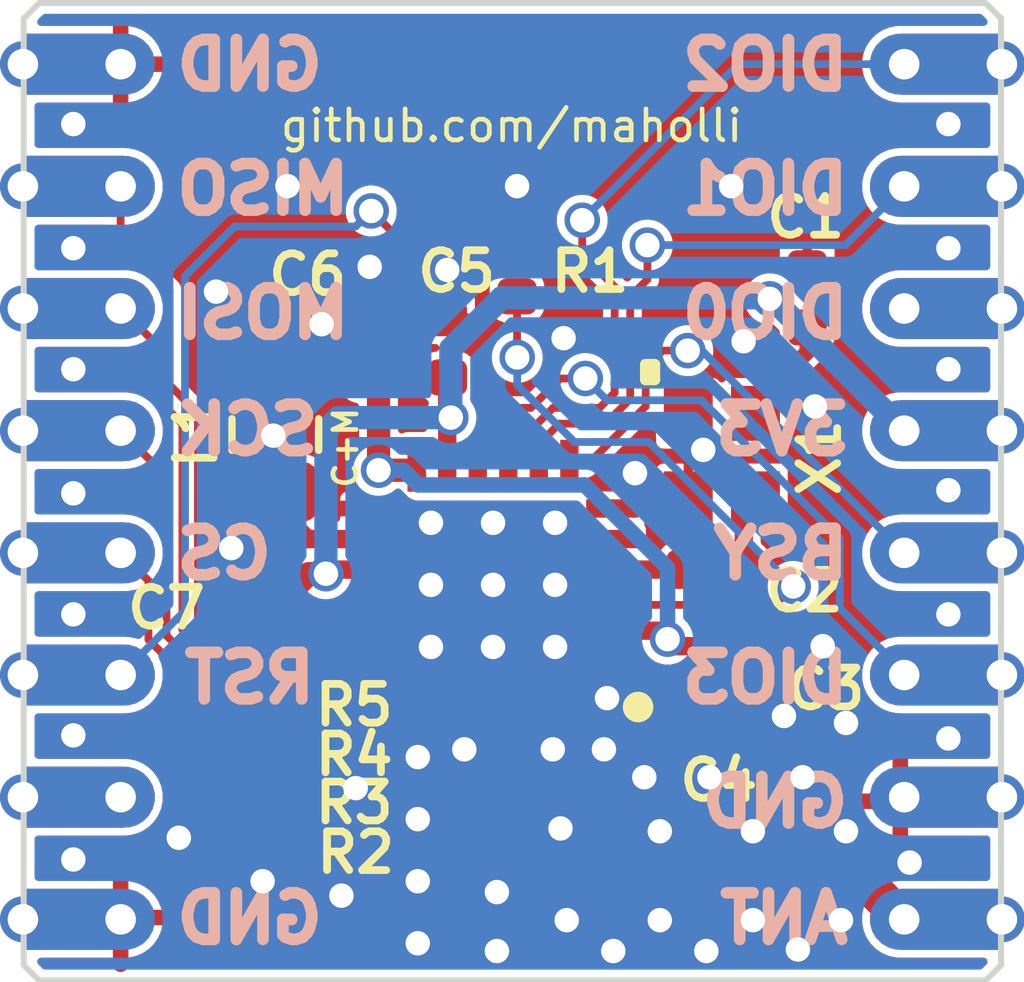
<source format=kicad_pcb>
(kicad_pcb (version 20171130) (host pcbnew "(5.1.0)-1")

  (general
    (thickness 0.599999)
    (drawings 27)
    (tracks 287)
    (zones 0)
    (modules 32)
    (nets 28)
  )

  (page A4)
  (layers
    (0 F.Cu signal)
    (31 B.Cu signal)
    (32 B.Adhes user hide)
    (33 F.Adhes user hide)
    (34 B.Paste user hide)
    (35 F.Paste user hide)
    (36 B.SilkS user hide)
    (37 F.SilkS user)
    (38 B.Mask user hide)
    (39 F.Mask user)
    (40 Dwgs.User user hide)
    (41 Cmts.User user hide)
    (42 Eco1.User user hide)
    (43 Eco2.User user hide)
    (44 Edge.Cuts user)
    (45 Margin user hide)
    (46 B.CrtYd user hide)
    (47 F.CrtYd user hide)
    (48 B.Fab user hide)
    (49 F.Fab user hide)
  )

  (setup
    (last_trace_width 0.254)
    (user_trace_width 0.254)
    (user_trace_width 0.3)
    (user_trace_width 0.381)
    (user_trace_width 0.508)
    (user_trace_width 0.6096)
    (trace_clearance 0.127)
    (zone_clearance 0.127)
    (zone_45_only yes)
    (trace_min 0.0889)
    (via_size 0.58)
    (via_drill 0.4)
    (via_min_size 0.45)
    (via_min_drill 0.25)
    (uvia_size 0.3)
    (uvia_drill 0.1)
    (uvias_allowed no)
    (uvia_min_size 0.2)
    (uvia_min_drill 0.1)
    (edge_width 0.15)
    (segment_width 0.2)
    (pcb_text_width 0.3)
    (pcb_text_size 1.5 1.5)
    (mod_edge_width 0.15)
    (mod_text_size 1 1)
    (mod_text_width 0.15)
    (pad_size 0.3 0.5)
    (pad_drill 0)
    (pad_to_mask_clearance 0.0254)
    (pad_to_paste_clearance -0.0254)
    (aux_axis_origin 0 0)
    (visible_elements 7FFFFF7F)
    (pcbplotparams
      (layerselection 0x010fc_ffffffff)
      (usegerberextensions false)
      (usegerberattributes true)
      (usegerberadvancedattributes false)
      (creategerberjobfile false)
      (excludeedgelayer false)
      (linewidth 0.100000)
      (plotframeref false)
      (viasonmask false)
      (mode 1)
      (useauxorigin true)
      (hpglpennumber 1)
      (hpglpenspeed 20)
      (hpglpendiameter 15.000000)
      (psnegative false)
      (psa4output false)
      (plotreference true)
      (plotvalue true)
      (plotinvisibletext false)
      (padsonsilk false)
      (subtractmaskfromsilk false)
      (outputformat 1)
      (mirror false)
      (drillshape 0)
      (scaleselection 1)
      (outputdirectory "gerbers/"))
  )

  (net 0 "")
  (net 1 +3V3)
  (net 2 /V_DCC)
  (net 3 GND)
  (net 4 /V_DCC2)
  (net 5 SX_RST)
  (net 6 SX_CS)
  (net 7 SCK)
  (net 8 MOSI)
  (net 9 MISO)
  (net 10 SX_DIO3)
  (net 11 SX_DIO2)
  (net 12 SX_DIO1)
  (net 13 SX_BUSY)
  (net 14 "Net-(C2-Pad2)")
  (net 15 "Net-(C2-Pad1)")
  (net 16 "Net-(C4-Pad1)")
  (net 17 "Net-(R1-Pad2)")
  (net 18 "Net-(R2-Pad2)")
  (net 19 "Net-(R3-Pad2)")
  (net 20 "Net-(R4-Pad2)")
  (net 21 "Net-(R5-Pad2)")
  (net 22 "Net-(J7-Pad1)")
  (net 23 "Net-(J9-Pad1)")
  (net 24 SX_DIO0)
  (net 25 "Net-(U1-Pad22)")
  (net 26 "Net-(U1-Pad6)")
  (net 27 "Net-(U1-Pad5)")

  (net_class Default "This is the default net class."
    (clearance 0.127)
    (trace_width 0.127)
    (via_dia 0.58)
    (via_drill 0.4)
    (uvia_dia 0.3)
    (uvia_drill 0.1)
    (add_net +3V3)
    (add_net /V_DCC)
    (add_net /V_DCC2)
    (add_net GND)
    (add_net MISO)
    (add_net MOSI)
    (add_net "Net-(C2-Pad1)")
    (add_net "Net-(C2-Pad2)")
    (add_net "Net-(C4-Pad1)")
    (add_net "Net-(J7-Pad1)")
    (add_net "Net-(J9-Pad1)")
    (add_net "Net-(R1-Pad2)")
    (add_net "Net-(R2-Pad2)")
    (add_net "Net-(R3-Pad2)")
    (add_net "Net-(R4-Pad2)")
    (add_net "Net-(R5-Pad2)")
    (add_net "Net-(U1-Pad22)")
    (add_net "Net-(U1-Pad5)")
    (add_net "Net-(U1-Pad6)")
    (add_net SCK)
    (add_net SX_BUSY)
    (add_net SX_CS)
    (add_net SX_DIO0)
    (add_net SX_DIO1)
    (add_net SX_DIO2)
    (add_net SX_DIO3)
    (add_net SX_RST)
  )

  (module custom-footprints:castellated locked (layer F.Cu) (tedit 5D1936E5) (tstamp 5D18A2A9)
    (at 113.4747 105.14076)
    (path /5D1909F0)
    (fp_text reference J16 (at 0 3.048) (layer F.SilkS) hide
      (effects (font (size 0.635 0.635) (thickness 0.127)))
    )
    (fp_text value Conn_01x01 (at 0 -3.048) (layer F.Fab)
      (effects (font (size 1 1) (thickness 0.15)))
    )
    (pad 1 smd custom (at 0.762 0) (size 1.65 1) (layers *.Mask B.Cu)
      (net 11 SX_DIO2) (zone_connect 0)
      (options (clearance outline) (anchor rect))
      (primitives
        (gr_circle (center -0.825 0) (end -0.325 0) (width 0))
      ))
    (pad 1 thru_hole circle (at 1.6 0) (size 0.75 0.75) (drill 0.5) (layers *.Cu *.Mask)
      (net 11 SX_DIO2))
    (pad 1 smd custom (at 0.762 0) (size 1.65 1) (layers F.Cu F.Paste F.Mask)
      (net 11 SX_DIO2) (zone_connect 0)
      (options (clearance outline) (anchor rect))
      (primitives
        (gr_circle (center -0.825 0) (end -0.325 0) (width 0))
      ))
    (pad 1 thru_hole circle (at 0 0) (size 0.75 0.75) (drill 0.5) (layers *.Cu *.Mask)
      (net 11 SX_DIO2))
  )

  (module custom-footprints:castellated (layer F.Cu) (tedit 5D1936E5) (tstamp 5D18A725)
    (at 113.4747 107.14076)
    (path /5D19C262)
    (fp_text reference J15 (at 0 3.048) (layer F.SilkS) hide
      (effects (font (size 0.635 0.635) (thickness 0.127)))
    )
    (fp_text value Conn_01x01 (at 0 -3.048) (layer F.Fab)
      (effects (font (size 1 1) (thickness 0.15)))
    )
    (pad 1 smd custom (at 0.762 0) (size 1.65 1) (layers *.Mask B.Cu)
      (net 12 SX_DIO1) (zone_connect 0)
      (options (clearance outline) (anchor rect))
      (primitives
        (gr_circle (center -0.825 0) (end -0.325 0) (width 0))
      ))
    (pad 1 thru_hole circle (at 1.6 0) (size 0.75 0.75) (drill 0.5) (layers *.Cu *.Mask)
      (net 12 SX_DIO1))
    (pad 1 smd custom (at 0.762 0) (size 1.65 1) (layers F.Cu F.Paste F.Mask)
      (net 12 SX_DIO1) (zone_connect 0)
      (options (clearance outline) (anchor rect))
      (primitives
        (gr_circle (center -0.825 0) (end -0.325 0) (width 0))
      ))
    (pad 1 thru_hole circle (at 0 0) (size 0.75 0.75) (drill 0.5) (layers *.Cu *.Mask)
      (net 12 SX_DIO1))
  )

  (module custom-footprints:castellated (layer F.Cu) (tedit 5D1936E5) (tstamp 5D18A71E)
    (at 113.4747 113.14076)
    (path /5D19C064)
    (fp_text reference J12 (at 0 3.048) (layer F.SilkS) hide
      (effects (font (size 0.635 0.635) (thickness 0.127)))
    )
    (fp_text value Conn_01x01 (at 0 -3.048) (layer F.Fab)
      (effects (font (size 1 1) (thickness 0.15)))
    )
    (pad 1 smd custom (at 0.762 0) (size 1.65 1) (layers *.Mask B.Cu)
      (net 13 SX_BUSY) (zone_connect 0)
      (options (clearance outline) (anchor rect))
      (primitives
        (gr_circle (center -0.825 0) (end -0.325 0) (width 0))
      ))
    (pad 1 thru_hole circle (at 1.6 0) (size 0.75 0.75) (drill 0.5) (layers *.Cu *.Mask)
      (net 13 SX_BUSY))
    (pad 1 smd custom (at 0.762 0) (size 1.65 1) (layers F.Cu F.Paste F.Mask)
      (net 13 SX_BUSY) (zone_connect 0)
      (options (clearance outline) (anchor rect))
      (primitives
        (gr_circle (center -0.825 0) (end -0.325 0) (width 0))
      ))
    (pad 1 thru_hole circle (at 0 0) (size 0.75 0.75) (drill 0.5) (layers *.Cu *.Mask)
      (net 13 SX_BUSY))
  )

  (module custom-footprints:castellated (layer F.Cu) (tedit 5D1936E5) (tstamp 5D18A717)
    (at 113.4747 109.14076)
    (path /5D19BED9)
    (fp_text reference J14 (at 0 3.048) (layer F.SilkS) hide
      (effects (font (size 0.635 0.635) (thickness 0.127)))
    )
    (fp_text value Conn_01x01 (at 0 -3.048) (layer F.Fab)
      (effects (font (size 1 1) (thickness 0.15)))
    )
    (pad 1 smd custom (at 0.762 0) (size 1.65 1) (layers *.Mask B.Cu)
      (net 24 SX_DIO0) (zone_connect 0)
      (options (clearance outline) (anchor rect))
      (primitives
        (gr_circle (center -0.825 0) (end -0.325 0) (width 0))
      ))
    (pad 1 thru_hole circle (at 1.6 0) (size 0.75 0.75) (drill 0.5) (layers *.Cu *.Mask)
      (net 24 SX_DIO0))
    (pad 1 smd custom (at 0.762 0) (size 1.65 1) (layers F.Cu F.Paste F.Mask)
      (net 24 SX_DIO0) (zone_connect 0)
      (options (clearance outline) (anchor rect))
      (primitives
        (gr_circle (center -0.825 0) (end -0.325 0) (width 0))
      ))
    (pad 1 thru_hole circle (at 0 0) (size 0.75 0.75) (drill 0.5) (layers *.Cu *.Mask)
      (net 24 SX_DIO0))
  )

  (module custom-footprints:castellated (layer F.Cu) (tedit 5D1936E5) (tstamp 5D18A710)
    (at 113.4747 115.14076)
    (path /5D19BB7A)
    (fp_text reference J11 (at 0 3.048) (layer F.SilkS) hide
      (effects (font (size 0.635 0.635) (thickness 0.127)))
    )
    (fp_text value Conn_01x01 (at 0 -3.048) (layer F.Fab)
      (effects (font (size 1 1) (thickness 0.15)))
    )
    (pad 1 smd custom (at 0.762 0) (size 1.65 1) (layers *.Mask B.Cu)
      (net 10 SX_DIO3) (zone_connect 0)
      (options (clearance outline) (anchor rect))
      (primitives
        (gr_circle (center -0.825 0) (end -0.325 0) (width 0))
      ))
    (pad 1 thru_hole circle (at 1.6 0) (size 0.75 0.75) (drill 0.5) (layers *.Cu *.Mask)
      (net 10 SX_DIO3))
    (pad 1 smd custom (at 0.762 0) (size 1.65 1) (layers F.Cu F.Paste F.Mask)
      (net 10 SX_DIO3) (zone_connect 0)
      (options (clearance outline) (anchor rect))
      (primitives
        (gr_circle (center -0.825 0) (end -0.325 0) (width 0))
      ))
    (pad 1 thru_hole circle (at 0 0) (size 0.75 0.75) (drill 0.5) (layers *.Cu *.Mask)
      (net 10 SX_DIO3))
  )

  (module custom-footprints:castellated (layer F.Cu) (tedit 5D1936E5) (tstamp 5D18A709)
    (at 100.6473 117.14076 180)
    (path /5D19B9FF)
    (fp_text reference J7 (at 0 3.048 180) (layer F.SilkS) hide
      (effects (font (size 0.635 0.635) (thickness 0.127)))
    )
    (fp_text value Conn_01x01 (at 0 -3.048 180) (layer F.Fab)
      (effects (font (size 1 1) (thickness 0.15)))
    )
    (pad 1 smd custom (at 0.762 0 180) (size 1.65 1) (layers *.Mask B.Cu)
      (net 22 "Net-(J7-Pad1)") (zone_connect 0)
      (options (clearance outline) (anchor rect))
      (primitives
        (gr_circle (center -0.825 0) (end -0.325 0) (width 0))
      ))
    (pad 1 thru_hole circle (at 1.6 0 180) (size 0.75 0.75) (drill 0.5) (layers *.Cu *.Mask)
      (net 22 "Net-(J7-Pad1)"))
    (pad 1 smd custom (at 0.762 0 180) (size 1.65 1) (layers F.Cu F.Paste F.Mask)
      (net 22 "Net-(J7-Pad1)") (zone_connect 0)
      (options (clearance outline) (anchor rect))
      (primitives
        (gr_circle (center -0.825 0) (end -0.325 0) (width 0))
      ))
    (pad 1 thru_hole circle (at 0 0 180) (size 0.75 0.75) (drill 0.5) (layers *.Cu *.Mask)
      (net 22 "Net-(J7-Pad1)"))
  )

  (module custom-footprints:castellated (layer F.Cu) (tedit 5D1936E5) (tstamp 5D18A702)
    (at 113.4747 111.14076)
    (path /5D19B86F)
    (fp_text reference J13 (at 0 3.048) (layer F.SilkS) hide
      (effects (font (size 0.635 0.635) (thickness 0.127)))
    )
    (fp_text value Conn_01x01 (at 0 -3.048) (layer F.Fab)
      (effects (font (size 1 1) (thickness 0.15)))
    )
    (pad 1 smd custom (at 0.762 0) (size 1.65 1) (layers *.Mask B.Cu)
      (net 1 +3V3) (zone_connect 0)
      (options (clearance outline) (anchor rect))
      (primitives
        (gr_circle (center -0.825 0) (end -0.325 0) (width 0))
      ))
    (pad 1 thru_hole circle (at 1.6 0) (size 0.75 0.75) (drill 0.5) (layers *.Cu *.Mask)
      (net 1 +3V3))
    (pad 1 smd custom (at 0.762 0) (size 1.65 1) (layers F.Cu F.Paste F.Mask)
      (net 1 +3V3) (zone_connect 0)
      (options (clearance outline) (anchor rect))
      (primitives
        (gr_circle (center -0.825 0) (end -0.325 0) (width 0))
      ))
    (pad 1 thru_hole circle (at 0 0) (size 0.75 0.75) (drill 0.5) (layers *.Cu *.Mask)
      (net 1 +3V3))
  )

  (module custom-footprints:castellated (layer F.Cu) (tedit 5D1936E5) (tstamp 5D18A6FB)
    (at 113.4747 117.14076)
    (path /5D19B544)
    (fp_text reference J10 (at 0 3.048) (layer F.SilkS) hide
      (effects (font (size 0.635 0.635) (thickness 0.127)))
    )
    (fp_text value Conn_01x01 (at 0 -3.048) (layer F.Fab)
      (effects (font (size 1 1) (thickness 0.15)))
    )
    (pad 1 smd custom (at 0.762 0) (size 1.65 1) (layers *.Mask B.Cu)
      (net 3 GND) (zone_connect 0)
      (options (clearance outline) (anchor rect))
      (primitives
        (gr_circle (center -0.825 0) (end -0.325 0) (width 0))
      ))
    (pad 1 thru_hole circle (at 1.6 0) (size 0.75 0.75) (drill 0.5) (layers *.Cu *.Mask)
      (net 3 GND))
    (pad 1 smd custom (at 0.762 0) (size 1.65 1) (layers F.Cu F.Paste F.Mask)
      (net 3 GND) (zone_connect 0)
      (options (clearance outline) (anchor rect))
      (primitives
        (gr_circle (center -0.825 0) (end -0.325 0) (width 0))
      ))
    (pad 1 thru_hole circle (at 0 0) (size 0.75 0.75) (drill 0.5) (layers *.Cu *.Mask)
      (net 3 GND))
  )

  (module custom-footprints:castellated (layer F.Cu) (tedit 5D1936E5) (tstamp 5D18A6F4)
    (at 100.6473 115.14076 180)
    (path /5D1A4AF3)
    (fp_text reference J6 (at 0 3.048 180) (layer F.SilkS) hide
      (effects (font (size 0.635 0.635) (thickness 0.127)))
    )
    (fp_text value Conn_01x01 (at 0 -3.048 180) (layer F.Fab)
      (effects (font (size 1 1) (thickness 0.15)))
    )
    (pad 1 smd custom (at 0.762 0 180) (size 1.65 1) (layers *.Mask B.Cu)
      (net 5 SX_RST) (zone_connect 0)
      (options (clearance outline) (anchor rect))
      (primitives
        (gr_circle (center -0.825 0) (end -0.325 0) (width 0))
      ))
    (pad 1 thru_hole circle (at 1.6 0 180) (size 0.75 0.75) (drill 0.5) (layers *.Cu *.Mask)
      (net 5 SX_RST))
    (pad 1 smd custom (at 0.762 0 180) (size 1.65 1) (layers F.Cu F.Paste F.Mask)
      (net 5 SX_RST) (zone_connect 0)
      (options (clearance outline) (anchor rect))
      (primitives
        (gr_circle (center -0.825 0) (end -0.325 0) (width 0))
      ))
    (pad 1 thru_hole circle (at 0 0 180) (size 0.75 0.75) (drill 0.5) (layers *.Cu *.Mask)
      (net 5 SX_RST))
  )

  (module custom-footprints:castellated (layer F.Cu) (tedit 5D1936E5) (tstamp 5D18A6ED)
    (at 100.6473 119.14076 180)
    (path /5D1A4AED)
    (fp_text reference J8 (at 0 3.048 180) (layer F.SilkS) hide
      (effects (font (size 0.635 0.635) (thickness 0.127)))
    )
    (fp_text value Conn_01x01 (at 0 -3.048 180) (layer F.Fab)
      (effects (font (size 1 1) (thickness 0.15)))
    )
    (pad 1 smd custom (at 0.762 0 180) (size 1.65 1) (layers *.Mask B.Cu)
      (net 3 GND) (zone_connect 0)
      (options (clearance outline) (anchor rect))
      (primitives
        (gr_circle (center -0.825 0) (end -0.325 0) (width 0))
      ))
    (pad 1 thru_hole circle (at 1.6 0 180) (size 0.75 0.75) (drill 0.5) (layers *.Cu *.Mask)
      (net 3 GND))
    (pad 1 smd custom (at 0.762 0 180) (size 1.65 1) (layers F.Cu F.Paste F.Mask)
      (net 3 GND) (zone_connect 0)
      (options (clearance outline) (anchor rect))
      (primitives
        (gr_circle (center -0.825 0) (end -0.325 0) (width 0))
      ))
    (pad 1 thru_hole circle (at 0 0 180) (size 0.75 0.75) (drill 0.5) (layers *.Cu *.Mask)
      (net 3 GND))
  )

  (module custom-footprints:castellated (layer F.Cu) (tedit 5D1936E5) (tstamp 5D18A6E6)
    (at 113.4747 119.14076)
    (path /5D1A4AE7)
    (fp_text reference J9 (at 0 3.048) (layer F.SilkS) hide
      (effects (font (size 0.635 0.635) (thickness 0.127)))
    )
    (fp_text value Conn_01x01 (at 0 -3.048) (layer F.Fab)
      (effects (font (size 1 1) (thickness 0.15)))
    )
    (pad 1 smd custom (at 0.762 0) (size 1.65 1) (layers *.Mask B.Cu)
      (net 23 "Net-(J9-Pad1)") (zone_connect 0)
      (options (clearance outline) (anchor rect))
      (primitives
        (gr_circle (center -0.825 0) (end -0.325 0) (width 0))
      ))
    (pad 1 thru_hole circle (at 1.6 0) (size 0.75 0.75) (drill 0.5) (layers *.Cu *.Mask)
      (net 23 "Net-(J9-Pad1)"))
    (pad 1 smd custom (at 0.762 0) (size 1.65 1) (layers F.Cu F.Paste F.Mask)
      (net 23 "Net-(J9-Pad1)") (zone_connect 0)
      (options (clearance outline) (anchor rect))
      (primitives
        (gr_circle (center -0.825 0) (end -0.325 0) (width 0))
      ))
    (pad 1 thru_hole circle (at 0 0) (size 0.75 0.75) (drill 0.5) (layers *.Cu *.Mask)
      (net 23 "Net-(J9-Pad1)"))
  )

  (module custom-footprints:castellated (layer F.Cu) (tedit 5D1936E5) (tstamp 5D18A6DF)
    (at 100.6473 113.14076 180)
    (path /5D1A4AE1)
    (fp_text reference J5 (at 0 3.048 180) (layer F.SilkS) hide
      (effects (font (size 0.635 0.635) (thickness 0.127)))
    )
    (fp_text value Conn_01x01 (at 0 -3.048 180) (layer F.Fab)
      (effects (font (size 1 1) (thickness 0.15)))
    )
    (pad 1 smd custom (at 0.762 0 180) (size 1.65 1) (layers *.Mask B.Cu)
      (net 6 SX_CS) (zone_connect 0)
      (options (clearance outline) (anchor rect))
      (primitives
        (gr_circle (center -0.825 0) (end -0.325 0) (width 0))
      ))
    (pad 1 thru_hole circle (at 1.6 0 180) (size 0.75 0.75) (drill 0.5) (layers *.Cu *.Mask)
      (net 6 SX_CS))
    (pad 1 smd custom (at 0.762 0 180) (size 1.65 1) (layers F.Cu F.Paste F.Mask)
      (net 6 SX_CS) (zone_connect 0)
      (options (clearance outline) (anchor rect))
      (primitives
        (gr_circle (center -0.825 0) (end -0.325 0) (width 0))
      ))
    (pad 1 thru_hole circle (at 0 0 180) (size 0.75 0.75) (drill 0.5) (layers *.Cu *.Mask)
      (net 6 SX_CS))
  )

  (module custom-footprints:castellated locked (layer F.Cu) (tedit 5D1936E5) (tstamp 5D18A6D8)
    (at 100.6473 105.14076 180)
    (path /5D1A4ADB)
    (fp_text reference J1 (at 0 3.048 180) (layer F.SilkS) hide
      (effects (font (size 0.635 0.635) (thickness 0.127)))
    )
    (fp_text value Conn_01x01 (at 0 -3.048 180) (layer F.Fab)
      (effects (font (size 1 1) (thickness 0.15)))
    )
    (pad 1 smd custom (at 0.762 0 180) (size 1.65 1) (layers *.Mask B.Cu)
      (net 3 GND) (zone_connect 0)
      (options (clearance outline) (anchor rect))
      (primitives
        (gr_circle (center -0.825 0) (end -0.325 0) (width 0))
      ))
    (pad 1 thru_hole circle (at 1.6 0 180) (size 0.75 0.75) (drill 0.5) (layers *.Cu *.Mask)
      (net 3 GND))
    (pad 1 smd custom (at 0.762 0 180) (size 1.65 1) (layers F.Cu F.Paste F.Mask)
      (net 3 GND) (zone_connect 0)
      (options (clearance outline) (anchor rect))
      (primitives
        (gr_circle (center -0.825 0) (end -0.325 0) (width 0))
      ))
    (pad 1 thru_hole circle (at 0 0 180) (size 0.75 0.75) (drill 0.5) (layers *.Cu *.Mask)
      (net 3 GND))
  )

  (module custom-footprints:castellated (layer F.Cu) (tedit 5D1936E5) (tstamp 5D18A6D1)
    (at 100.6473 111.14076 180)
    (path /5D1A4AD5)
    (fp_text reference J4 (at 0 3.048 180) (layer F.SilkS) hide
      (effects (font (size 0.635 0.635) (thickness 0.127)))
    )
    (fp_text value Conn_01x01 (at 0 -3.048 180) (layer F.Fab)
      (effects (font (size 1 1) (thickness 0.15)))
    )
    (pad 1 smd custom (at 0.762 0 180) (size 1.65 1) (layers *.Mask B.Cu)
      (net 7 SCK) (zone_connect 0)
      (options (clearance outline) (anchor rect))
      (primitives
        (gr_circle (center -0.825 0) (end -0.325 0) (width 0))
      ))
    (pad 1 thru_hole circle (at 1.6 0 180) (size 0.75 0.75) (drill 0.5) (layers *.Cu *.Mask)
      (net 7 SCK))
    (pad 1 smd custom (at 0.762 0 180) (size 1.65 1) (layers F.Cu F.Paste F.Mask)
      (net 7 SCK) (zone_connect 0)
      (options (clearance outline) (anchor rect))
      (primitives
        (gr_circle (center -0.825 0) (end -0.325 0) (width 0))
      ))
    (pad 1 thru_hole circle (at 0 0 180) (size 0.75 0.75) (drill 0.5) (layers *.Cu *.Mask)
      (net 7 SCK))
  )

  (module custom-footprints:castellated (layer F.Cu) (tedit 5D1936E5) (tstamp 5D18A6CA)
    (at 100.6473 109.14076 180)
    (path /5D1A4ACF)
    (fp_text reference J3 (at 0 3.048 180) (layer F.SilkS) hide
      (effects (font (size 0.635 0.635) (thickness 0.127)))
    )
    (fp_text value Conn_01x01 (at 0 -3.048 180) (layer F.Fab)
      (effects (font (size 1 1) (thickness 0.15)))
    )
    (pad 1 smd custom (at 0.762 0 180) (size 1.65 1) (layers *.Mask B.Cu)
      (net 8 MOSI) (zone_connect 0)
      (options (clearance outline) (anchor rect))
      (primitives
        (gr_circle (center -0.825 0) (end -0.325 0) (width 0))
      ))
    (pad 1 thru_hole circle (at 1.6 0 180) (size 0.75 0.75) (drill 0.5) (layers *.Cu *.Mask)
      (net 8 MOSI))
    (pad 1 smd custom (at 0.762 0 180) (size 1.65 1) (layers F.Cu F.Paste F.Mask)
      (net 8 MOSI) (zone_connect 0)
      (options (clearance outline) (anchor rect))
      (primitives
        (gr_circle (center -0.825 0) (end -0.325 0) (width 0))
      ))
    (pad 1 thru_hole circle (at 0 0 180) (size 0.75 0.75) (drill 0.5) (layers *.Cu *.Mask)
      (net 8 MOSI))
  )

  (module custom-footprints:castellated (layer F.Cu) (tedit 5D1936E5) (tstamp 5D18A6C3)
    (at 100.6473 107.14076 180)
    (path /5D1A4AC9)
    (fp_text reference J2 (at 0 3.048 180) (layer F.SilkS) hide
      (effects (font (size 0.635 0.635) (thickness 0.127)))
    )
    (fp_text value Conn_01x01 (at 0 -3.048 180) (layer F.Fab)
      (effects (font (size 1 1) (thickness 0.15)))
    )
    (pad 1 smd custom (at 0.762 0 180) (size 1.65 1) (layers *.Mask B.Cu)
      (net 9 MISO) (zone_connect 0)
      (options (clearance outline) (anchor rect))
      (primitives
        (gr_circle (center -0.825 0) (end -0.325 0) (width 0))
      ))
    (pad 1 thru_hole circle (at 1.6 0 180) (size 0.75 0.75) (drill 0.5) (layers *.Cu *.Mask)
      (net 9 MISO))
    (pad 1 smd custom (at 0.762 0 180) (size 1.65 1) (layers F.Cu F.Paste F.Mask)
      (net 9 MISO) (zone_connect 0)
      (options (clearance outline) (anchor rect))
      (primitives
        (gr_circle (center -0.825 0) (end -0.325 0) (width 0))
      ))
    (pad 1 thru_hole circle (at 0 0 180) (size 0.75 0.75) (drill 0.5) (layers *.Cu *.Mask)
      (net 9 MISO))
  )

  (module custom-footprints:2450FM07D0034T (layer F.Cu) (tedit 5D18FF49) (tstamp 5D18DE97)
    (at 106.9975 117.221 270)
    (descr 2450FM07D0034T-3)
    (tags Filter)
    (path /5D18DEA9)
    (attr smd)
    (fp_text reference U2 (at 0 0 270) (layer F.SilkS) hide
      (effects (font (size 1.27 1.27) (thickness 0.254)))
    )
    (fp_text value 2450FM07D0034T (at 0 0 270) (layer F.SilkS) hide
      (effects (font (size 1.27 1.27) (thickness 0.254)))
    )
    (fp_text user %R (at 0 0 270) (layer F.Fab)
      (effects (font (size 1.27 1.27) (thickness 0.254)))
    )
    (fp_line (start -0.5 -0.25) (end 0.5 -0.25) (layer F.Fab) (width 0.2))
    (fp_line (start 0.5 -0.25) (end 0.5 0.25) (layer F.Fab) (width 0.2))
    (fp_line (start 0.5 0.25) (end -0.5 0.25) (layer F.Fab) (width 0.2))
    (fp_line (start -0.5 0.25) (end -0.5 -0.25) (layer F.Fab) (width 0.2))
    (fp_line (start -1.875 -1.6) (end 1.875 -1.6) (layer F.CrtYd) (width 0.1))
    (fp_line (start 1.875 -1.6) (end 1.875 1.6) (layer F.CrtYd) (width 0.1))
    (fp_line (start 1.875 1.6) (end -1.875 1.6) (layer F.CrtYd) (width 0.1))
    (fp_line (start -1.875 1.6) (end -1.875 -1.6) (layer F.CrtYd) (width 0.1))
    (pad 1 smd rect (at -0.6 0) (size 0.55 0.55) (layers F.Cu F.Paste F.Mask)
      (net 25 "Net-(U1-Pad22)"))
    (pad 2 smd rect (at 0 0.35 270) (size 0.3 0.5) (layers F.Cu F.Paste F.Mask)
      (net 3 GND))
    (pad 3 smd rect (at 0.6 0) (size 0.55 0.55) (layers F.Cu F.Paste F.Mask)
      (net 23 "Net-(J9-Pad1)"))
    (pad 4 smd rect (at 0 -0.35 270) (size 0.3 0.5) (layers F.Cu F.Paste F.Mask)
      (net 3 GND))
  )

  (module custom-footprints:QFN50P400X400X80-25N-D (layer F.Cu) (tedit 0) (tstamp 5D18BD3C)
    (at 106.7435 113.665 180)
    (descr "QFN 24 4X4")
    (tags "Integrated Circuit")
    (path /5D1A4051)
    (attr smd)
    (fp_text reference U1 (at 0 0 180) (layer F.SilkS) hide
      (effects (font (size 1.27 1.27) (thickness 0.254)))
    )
    (fp_text value SX1280IMLTRT (at 0 0 180) (layer F.SilkS) hide
      (effects (font (size 1.27 1.27) (thickness 0.254)))
    )
    (fp_text user %R (at 0 0 180) (layer F.Fab)
      (effects (font (size 1.27 1.27) (thickness 0.254)))
    )
    (fp_line (start -2.625 -2.625) (end 2.625 -2.625) (layer F.CrtYd) (width 0.05))
    (fp_line (start 2.625 -2.625) (end 2.625 2.625) (layer F.CrtYd) (width 0.05))
    (fp_line (start 2.625 2.625) (end -2.625 2.625) (layer F.CrtYd) (width 0.05))
    (fp_line (start -2.625 2.625) (end -2.625 -2.625) (layer F.CrtYd) (width 0.05))
    (fp_line (start -2 -2) (end 2 -2) (layer F.Fab) (width 0.1))
    (fp_line (start 2 -2) (end 2 2) (layer F.Fab) (width 0.1))
    (fp_line (start 2 2) (end -2 2) (layer F.Fab) (width 0.1))
    (fp_line (start -2 2) (end -2 -2) (layer F.Fab) (width 0.1))
    (fp_line (start -2 -1.5) (end -1.5 -2) (layer F.Fab) (width 0.1))
    (fp_circle (center -2.375 -2) (end -2.375 -1.875) (layer F.SilkS) (width 0.25))
    (pad 1 smd rect (at -1.95 -1.25 270) (size 0.3 0.85) (layers F.Cu F.Paste F.Mask)
      (net 16 "Net-(C4-Pad1)"))
    (pad 2 smd rect (at -1.95 -0.75 270) (size 0.3 0.85) (layers F.Cu F.Paste F.Mask)
      (net 2 /V_DCC))
    (pad 3 smd rect (at -1.95 -0.25 270) (size 0.3 0.85) (layers F.Cu F.Paste F.Mask)
      (net 17 "Net-(R1-Pad2)"))
    (pad 4 smd rect (at -1.95 0.25 270) (size 0.3 0.85) (layers F.Cu F.Paste F.Mask)
      (net 15 "Net-(C2-Pad1)"))
    (pad 5 smd rect (at -1.95 0.75 270) (size 0.3 0.85) (layers F.Cu F.Paste F.Mask)
      (net 27 "Net-(U1-Pad5)"))
    (pad 6 smd rect (at -1.95 1.25 270) (size 0.3 0.85) (layers F.Cu F.Paste F.Mask)
      (net 26 "Net-(U1-Pad6)"))
    (pad 7 smd rect (at -1.25 1.95 180) (size 0.3 0.85) (layers F.Cu F.Paste F.Mask)
      (net 13 SX_BUSY))
    (pad 8 smd rect (at -0.75 1.95 180) (size 0.3 0.85) (layers F.Cu F.Paste F.Mask)
      (net 12 SX_DIO1))
    (pad 9 smd rect (at -0.25 1.95 180) (size 0.3 0.85) (layers F.Cu F.Paste F.Mask)
      (net 11 SX_DIO2))
    (pad 10 smd rect (at 0.25 1.95 180) (size 0.3 0.85) (layers F.Cu F.Paste F.Mask)
      (net 10 SX_DIO3))
    (pad 11 smd rect (at 0.75 1.95 180) (size 0.3 0.85) (layers F.Cu F.Paste F.Mask)
      (net 1 +3V3))
    (pad 12 smd rect (at 1.25 1.95 180) (size 0.3 0.85) (layers F.Cu F.Paste F.Mask)
      (net 2 /V_DCC))
    (pad 13 smd rect (at 1.95 1.25 270) (size 0.3 0.85) (layers F.Cu F.Paste F.Mask)
      (net 3 GND))
    (pad 14 smd rect (at 1.95 0.75 270) (size 0.3 0.85) (layers F.Cu F.Paste F.Mask)
      (net 4 /V_DCC2))
    (pad 15 smd rect (at 1.95 0.25 270) (size 0.3 0.85) (layers F.Cu F.Paste F.Mask)
      (net 1 +3V3))
    (pad 16 smd rect (at 1.95 -0.25 270) (size 0.3 0.85) (layers F.Cu F.Paste F.Mask)
      (net 21 "Net-(R5-Pad2)"))
    (pad 17 smd rect (at 1.95 -0.75 270) (size 0.3 0.85) (layers F.Cu F.Paste F.Mask)
      (net 20 "Net-(R4-Pad2)"))
    (pad 18 smd rect (at 1.95 -1.25 270) (size 0.3 0.85) (layers F.Cu F.Paste F.Mask)
      (net 19 "Net-(R3-Pad2)"))
    (pad 19 smd rect (at 1.25 -1.95 180) (size 0.3 0.85) (layers F.Cu F.Paste F.Mask)
      (net 18 "Net-(R2-Pad2)"))
    (pad 20 smd rect (at 0.75 -1.95 180) (size 0.3 0.85) (layers F.Cu F.Paste F.Mask)
      (net 3 GND))
    (pad 21 smd rect (at 0.25 -1.95 180) (size 0.3 0.85) (layers F.Cu F.Paste F.Mask)
      (net 3 GND))
    (pad 22 smd rect (at -0.25 -1.95 180) (size 0.3 0.85) (layers F.Cu F.Paste F.Mask)
      (net 25 "Net-(U1-Pad22)"))
    (pad 23 smd rect (at -0.75 -1.95 180) (size 0.3 0.85) (layers F.Cu F.Paste F.Mask)
      (net 3 GND))
    (pad 24 smd rect (at -1.25 -1.95 180) (size 0.3 0.85) (layers F.Cu F.Paste F.Mask)
      (net 3 GND))
    (pad 25 smd rect (at 0 0 180) (size 2.65 2.65) (layers F.Cu F.Paste F.Mask)
      (net 3 GND))
    (model ${KISYS3DMOD}/Package_DFN_QFN.3dshapes/QFN-24-1EP_4x4mm_P0.5mm_EP2.7x2.6mm.step
      (at (xyz 0 0 0))
      (scale (xyz 1 1 1))
      (rotate (xyz 0 0 0))
    )
  )

  (module Crystal:Crystal_SMD_2016-4Pin_2.0x1.6mm (layer F.Cu) (tedit 5D18FEAB) (tstamp 5D18BE91)
    (at 110.49 111.5568 270)
    (descr "SMD Crystal SERIES SMD2016/4 http://www.q-crystal.com/upload/5/2015552223166229.pdf, 2.0x1.6mm^2 package")
    (tags "SMD SMT crystal")
    (path /5D18C449)
    (attr smd)
    (fp_text reference X1 (at 0.0254 -1.6002 90) (layer F.SilkS)
      (effects (font (size 0.635 0.635) (thickness 0.127)))
    )
    (fp_text value "52.000 MHz" (at 0 2 270) (layer F.Fab)
      (effects (font (size 1 1) (thickness 0.15)))
    )
    (fp_line (start 1.4 -1.3) (end -1.4 -1.3) (layer F.CrtYd) (width 0.05))
    (fp_line (start 1.4 1.3) (end 1.4 -1.3) (layer F.CrtYd) (width 0.05))
    (fp_line (start -1.4 1.3) (end 1.4 1.3) (layer F.CrtYd) (width 0.05))
    (fp_line (start -1.4 -1.3) (end -1.4 1.3) (layer F.CrtYd) (width 0.05))
    (fp_line (start -1.5 1.1) (end -1.5 1.25) (layer F.SilkS) (width 0.18))
    (fp_line (start -1 0.3) (end -0.5 0.8) (layer F.Fab) (width 0.1))
    (fp_line (start -1 -0.7) (end -0.9 -0.8) (layer F.Fab) (width 0.1))
    (fp_line (start -1 0.7) (end -1 -0.7) (layer F.Fab) (width 0.1))
    (fp_line (start -0.9 0.8) (end -1 0.7) (layer F.Fab) (width 0.1))
    (fp_line (start 0.9 0.8) (end -0.9 0.8) (layer F.Fab) (width 0.1))
    (fp_line (start 1 0.7) (end 0.9 0.8) (layer F.Fab) (width 0.1))
    (fp_line (start 1 -0.7) (end 1 0.7) (layer F.Fab) (width 0.1))
    (fp_line (start 0.9 -0.8) (end 1 -0.7) (layer F.Fab) (width 0.1))
    (fp_line (start -0.9 -0.8) (end 0.9 -0.8) (layer F.Fab) (width 0.1))
    (fp_text user %R (at 0 0 270) (layer F.Fab)
      (effects (font (size 0.5 0.5) (thickness 0.075)))
    )
    (fp_line (start -1.25 1.1) (end -1.25 1.25) (layer F.SilkS) (width 0.18))
    (fp_line (start -1.5 1.1) (end -1.25 1.1) (layer F.SilkS) (width 0.18))
    (fp_line (start -1.5 1.25) (end -1.25 1.25) (layer F.SilkS) (width 0.18))
    (pad 4 smd rect (at -0.7 -0.55 270) (size 0.9 0.8) (layers F.Cu F.Paste F.Mask)
      (net 1 +3V3))
    (pad 3 smd rect (at 0.7 -0.55 270) (size 0.9 0.8) (layers F.Cu F.Paste F.Mask)
      (net 14 "Net-(C2-Pad2)"))
    (pad 2 smd rect (at 0.7 0.55 270) (size 0.9 0.8) (layers F.Cu F.Paste F.Mask)
      (net 3 GND))
    (pad 1 smd rect (at -0.7 0.55 270) (size 0.9 0.8) (layers F.Cu F.Paste F.Mask)
      (net 3 GND))
    (model ${CUSTOM_FOOTPRINT_DIR}/3d/SMD2_Crystal.STEP
      (at (xyz 0 0 0))
      (scale (xyz 0.3 0.3 0.4))
      (rotate (xyz -90 0 0))
    )
  )

  (module Resistor_SMD:R_0402_1005Metric (layer F.Cu) (tedit 5B301BBD) (tstamp 5D19A1EF)
    (at 102.9335 114.935)
    (descr "Resistor SMD 0402 (1005 Metric), square (rectangular) end terminal, IPC_7351 nominal, (Body size source: http://www.tortai-tech.com/upload/download/2011102023233369053.pdf), generated with kicad-footprint-generator")
    (tags resistor)
    (path /5D1AF69B)
    (attr smd)
    (fp_text reference R5 (at 1.5367 0.6985) (layer F.SilkS)
      (effects (font (size 0.635 0.635) (thickness 0.127)))
    )
    (fp_text value 1k (at 0 1.17) (layer F.Fab)
      (effects (font (size 1 1) (thickness 0.15)))
    )
    (fp_text user %R (at 0 0) (layer F.Fab)
      (effects (font (size 0.25 0.25) (thickness 0.04)))
    )
    (fp_line (start 0.93 0.47) (end -0.93 0.47) (layer F.CrtYd) (width 0.05))
    (fp_line (start 0.93 -0.47) (end 0.93 0.47) (layer F.CrtYd) (width 0.05))
    (fp_line (start -0.93 -0.47) (end 0.93 -0.47) (layer F.CrtYd) (width 0.05))
    (fp_line (start -0.93 0.47) (end -0.93 -0.47) (layer F.CrtYd) (width 0.05))
    (fp_line (start 0.5 0.25) (end -0.5 0.25) (layer F.Fab) (width 0.1))
    (fp_line (start 0.5 -0.25) (end 0.5 0.25) (layer F.Fab) (width 0.1))
    (fp_line (start -0.5 -0.25) (end 0.5 -0.25) (layer F.Fab) (width 0.1))
    (fp_line (start -0.5 0.25) (end -0.5 -0.25) (layer F.Fab) (width 0.1))
    (pad 2 smd roundrect (at 0.485 0) (size 0.59 0.64) (layers F.Cu F.Paste F.Mask) (roundrect_rratio 0.25)
      (net 21 "Net-(R5-Pad2)"))
    (pad 1 smd roundrect (at -0.485 0) (size 0.59 0.64) (layers F.Cu F.Paste F.Mask) (roundrect_rratio 0.25)
      (net 9 MISO))
    (model ${KISYS3DMOD}/Resistor_SMD.3dshapes/R_0402_1005Metric.wrl
      (at (xyz 0 0 0))
      (scale (xyz 1 1 1))
      (rotate (xyz 0 0 0))
    )
  )

  (module Resistor_SMD:R_0402_1005Metric (layer F.Cu) (tedit 5B301BBD) (tstamp 5D1A0E3F)
    (at 102.9335 115.8748)
    (descr "Resistor SMD 0402 (1005 Metric), square (rectangular) end terminal, IPC_7351 nominal, (Body size source: http://www.tortai-tech.com/upload/download/2011102023233369053.pdf), generated with kicad-footprint-generator")
    (tags resistor)
    (path /5D1AF444)
    (attr smd)
    (fp_text reference R4 (at 1.5367 0.5715) (layer F.SilkS)
      (effects (font (size 0.635 0.635) (thickness 0.127)))
    )
    (fp_text value 1k (at 0 1.17) (layer F.Fab)
      (effects (font (size 1 1) (thickness 0.15)))
    )
    (fp_text user %R (at 0 0) (layer F.Fab)
      (effects (font (size 0.25 0.25) (thickness 0.04)))
    )
    (fp_line (start 0.93 0.47) (end -0.93 0.47) (layer F.CrtYd) (width 0.05))
    (fp_line (start 0.93 -0.47) (end 0.93 0.47) (layer F.CrtYd) (width 0.05))
    (fp_line (start -0.93 -0.47) (end 0.93 -0.47) (layer F.CrtYd) (width 0.05))
    (fp_line (start -0.93 0.47) (end -0.93 -0.47) (layer F.CrtYd) (width 0.05))
    (fp_line (start 0.5 0.25) (end -0.5 0.25) (layer F.Fab) (width 0.1))
    (fp_line (start 0.5 -0.25) (end 0.5 0.25) (layer F.Fab) (width 0.1))
    (fp_line (start -0.5 -0.25) (end 0.5 -0.25) (layer F.Fab) (width 0.1))
    (fp_line (start -0.5 0.25) (end -0.5 -0.25) (layer F.Fab) (width 0.1))
    (pad 2 smd roundrect (at 0.485 0) (size 0.59 0.64) (layers F.Cu F.Paste F.Mask) (roundrect_rratio 0.25)
      (net 20 "Net-(R4-Pad2)"))
    (pad 1 smd roundrect (at -0.485 0) (size 0.59 0.64) (layers F.Cu F.Paste F.Mask) (roundrect_rratio 0.25)
      (net 8 MOSI))
    (model ${KISYS3DMOD}/Resistor_SMD.3dshapes/R_0402_1005Metric.wrl
      (at (xyz 0 0 0))
      (scale (xyz 1 1 1))
      (rotate (xyz 0 0 0))
    )
  )

  (module Resistor_SMD:R_0402_1005Metric (layer F.Cu) (tedit 5B301BBD) (tstamp 5D19A243)
    (at 102.9335 116.8146)
    (descr "Resistor SMD 0402 (1005 Metric), square (rectangular) end terminal, IPC_7351 nominal, (Body size source: http://www.tortai-tech.com/upload/download/2011102023233369053.pdf), generated with kicad-footprint-generator")
    (tags resistor)
    (path /5D1A9C2B)
    (attr smd)
    (fp_text reference R3 (at 1.5367 0.4191) (layer F.SilkS)
      (effects (font (size 0.635 0.635) (thickness 0.127)))
    )
    (fp_text value 1k (at 0 1.17) (layer F.Fab)
      (effects (font (size 1 1) (thickness 0.15)))
    )
    (fp_text user %R (at 0 0) (layer F.Fab)
      (effects (font (size 0.25 0.25) (thickness 0.04)))
    )
    (fp_line (start 0.93 0.47) (end -0.93 0.47) (layer F.CrtYd) (width 0.05))
    (fp_line (start 0.93 -0.47) (end 0.93 0.47) (layer F.CrtYd) (width 0.05))
    (fp_line (start -0.93 -0.47) (end 0.93 -0.47) (layer F.CrtYd) (width 0.05))
    (fp_line (start -0.93 0.47) (end -0.93 -0.47) (layer F.CrtYd) (width 0.05))
    (fp_line (start 0.5 0.25) (end -0.5 0.25) (layer F.Fab) (width 0.1))
    (fp_line (start 0.5 -0.25) (end 0.5 0.25) (layer F.Fab) (width 0.1))
    (fp_line (start -0.5 -0.25) (end 0.5 -0.25) (layer F.Fab) (width 0.1))
    (fp_line (start -0.5 0.25) (end -0.5 -0.25) (layer F.Fab) (width 0.1))
    (pad 2 smd roundrect (at 0.485 0) (size 0.59 0.64) (layers F.Cu F.Paste F.Mask) (roundrect_rratio 0.25)
      (net 19 "Net-(R3-Pad2)"))
    (pad 1 smd roundrect (at -0.485 0) (size 0.59 0.64) (layers F.Cu F.Paste F.Mask) (roundrect_rratio 0.25)
      (net 7 SCK))
    (model ${KISYS3DMOD}/Resistor_SMD.3dshapes/R_0402_1005Metric.wrl
      (at (xyz 0 0 0))
      (scale (xyz 1 1 1))
      (rotate (xyz 0 0 0))
    )
  )

  (module Resistor_SMD:R_0402_1005Metric (layer F.Cu) (tedit 5B301BBD) (tstamp 5D1A0A17)
    (at 102.9335 117.7544)
    (descr "Resistor SMD 0402 (1005 Metric), square (rectangular) end terminal, IPC_7351 nominal, (Body size source: http://www.tortai-tech.com/upload/download/2011102023233369053.pdf), generated with kicad-footprint-generator")
    (tags resistor)
    (path /5D72DE7C)
    (attr smd)
    (fp_text reference R2 (at 1.5621 0.2921) (layer F.SilkS)
      (effects (font (size 0.635 0.635) (thickness 0.127)))
    )
    (fp_text value 1k (at 0 1.17) (layer F.Fab)
      (effects (font (size 1 1) (thickness 0.15)))
    )
    (fp_text user %R (at 0 0) (layer F.Fab)
      (effects (font (size 0.25 0.25) (thickness 0.04)))
    )
    (fp_line (start 0.93 0.47) (end -0.93 0.47) (layer F.CrtYd) (width 0.05))
    (fp_line (start 0.93 -0.47) (end 0.93 0.47) (layer F.CrtYd) (width 0.05))
    (fp_line (start -0.93 -0.47) (end 0.93 -0.47) (layer F.CrtYd) (width 0.05))
    (fp_line (start -0.93 0.47) (end -0.93 -0.47) (layer F.CrtYd) (width 0.05))
    (fp_line (start 0.5 0.25) (end -0.5 0.25) (layer F.Fab) (width 0.1))
    (fp_line (start 0.5 -0.25) (end 0.5 0.25) (layer F.Fab) (width 0.1))
    (fp_line (start -0.5 -0.25) (end 0.5 -0.25) (layer F.Fab) (width 0.1))
    (fp_line (start -0.5 0.25) (end -0.5 -0.25) (layer F.Fab) (width 0.1))
    (pad 2 smd roundrect (at 0.485 0) (size 0.59 0.64) (layers F.Cu F.Paste F.Mask) (roundrect_rratio 0.25)
      (net 18 "Net-(R2-Pad2)"))
    (pad 1 smd roundrect (at -0.485 0) (size 0.59 0.64) (layers F.Cu F.Paste F.Mask) (roundrect_rratio 0.25)
      (net 6 SX_CS))
    (model ${KISYS3DMOD}/Resistor_SMD.3dshapes/R_0402_1005Metric.wrl
      (at (xyz 0 0 0))
      (scale (xyz 1 1 1))
      (rotate (xyz 0 0 0))
    )
  )

  (module Resistor_SMD:R_0402_1005Metric (layer F.Cu) (tedit 5B301BBD) (tstamp 5D198603)
    (at 107.1372 108.458 270)
    (descr "Resistor SMD 0402 (1005 Metric), square (rectangular) end terminal, IPC_7351 nominal, (Body size source: http://www.tortai-tech.com/upload/download/2011102023233369053.pdf), generated with kicad-footprint-generator")
    (tags resistor)
    (path /5D3DC5BD)
    (attr smd)
    (fp_text reference R1 (at 0.0762 -1.1938) (layer F.SilkS)
      (effects (font (size 0.635 0.635) (thickness 0.127)))
    )
    (fp_text value 1k (at 0 1.17 270) (layer F.Fab)
      (effects (font (size 1 1) (thickness 0.15)))
    )
    (fp_text user %R (at 0 0 270) (layer F.Fab)
      (effects (font (size 0.25 0.25) (thickness 0.04)))
    )
    (fp_line (start 0.93 0.47) (end -0.93 0.47) (layer F.CrtYd) (width 0.05))
    (fp_line (start 0.93 -0.47) (end 0.93 0.47) (layer F.CrtYd) (width 0.05))
    (fp_line (start -0.93 -0.47) (end 0.93 -0.47) (layer F.CrtYd) (width 0.05))
    (fp_line (start -0.93 0.47) (end -0.93 -0.47) (layer F.CrtYd) (width 0.05))
    (fp_line (start 0.5 0.25) (end -0.5 0.25) (layer F.Fab) (width 0.1))
    (fp_line (start 0.5 -0.25) (end 0.5 0.25) (layer F.Fab) (width 0.1))
    (fp_line (start -0.5 -0.25) (end 0.5 -0.25) (layer F.Fab) (width 0.1))
    (fp_line (start -0.5 0.25) (end -0.5 -0.25) (layer F.Fab) (width 0.1))
    (pad 2 smd roundrect (at 0.485 0 270) (size 0.59 0.64) (layers F.Cu F.Paste F.Mask) (roundrect_rratio 0.25)
      (net 17 "Net-(R1-Pad2)"))
    (pad 1 smd roundrect (at -0.485 0 270) (size 0.59 0.64) (layers F.Cu F.Paste F.Mask) (roundrect_rratio 0.25)
      (net 5 SX_RST))
    (model ${KISYS3DMOD}/Resistor_SMD.3dshapes/R_0402_1005Metric.wrl
      (at (xyz 0 0 0))
      (scale (xyz 1 1 1))
      (rotate (xyz 0 0 0))
    )
  )

  (module Inductor_SMD:L_0805_2012Metric (layer F.Cu) (tedit 5B36C52B) (tstamp 5D18BF4D)
    (at 103.17988 111.20374 90)
    (descr "Inductor SMD 0805 (2012 Metric), square (rectangular) end terminal, IPC_7351 nominal, (Body size source: https://docs.google.com/spreadsheets/d/1BsfQQcO9C6DZCsRaXUlFlo91Tg2WpOkGARC1WS5S8t0/edit?usp=sharing), generated with kicad-footprint-generator")
    (tags inductor)
    (path /5D18ADD6)
    (attr smd)
    (fp_text reference L1 (at 0.02794 -1.30048 90) (layer F.SilkS)
      (effects (font (size 0.635 0.635) (thickness 0.127)))
    )
    (fp_text value 15uH (at 0 1.65 90) (layer F.Fab)
      (effects (font (size 1 1) (thickness 0.15)))
    )
    (fp_text user %R (at 0 0 90) (layer F.Fab)
      (effects (font (size 0.5 0.5) (thickness 0.08)))
    )
    (fp_line (start 1.68 0.95) (end -1.68 0.95) (layer F.CrtYd) (width 0.05))
    (fp_line (start 1.68 -0.95) (end 1.68 0.95) (layer F.CrtYd) (width 0.05))
    (fp_line (start -1.68 -0.95) (end 1.68 -0.95) (layer F.CrtYd) (width 0.05))
    (fp_line (start -1.68 0.95) (end -1.68 -0.95) (layer F.CrtYd) (width 0.05))
    (fp_line (start -0.258578 0.71) (end 0.258578 0.71) (layer F.SilkS) (width 0.12))
    (fp_line (start -0.258578 -0.71) (end 0.258578 -0.71) (layer F.SilkS) (width 0.12))
    (fp_line (start 1 0.6) (end -1 0.6) (layer F.Fab) (width 0.1))
    (fp_line (start 1 -0.6) (end 1 0.6) (layer F.Fab) (width 0.1))
    (fp_line (start -1 -0.6) (end 1 -0.6) (layer F.Fab) (width 0.1))
    (fp_line (start -1 0.6) (end -1 -0.6) (layer F.Fab) (width 0.1))
    (pad 2 smd roundrect (at 0.9375 0 90) (size 0.975 1.4) (layers F.Cu F.Paste F.Mask) (roundrect_rratio 0.25)
      (net 2 /V_DCC))
    (pad 1 smd roundrect (at -0.9375 0 90) (size 0.975 1.4) (layers F.Cu F.Paste F.Mask) (roundrect_rratio 0.25)
      (net 4 /V_DCC2))
    (model ${KISYS3DMOD}/Inductor_SMD.3dshapes/L_0805_2012Metric.wrl
      (at (xyz 0 0 0))
      (scale (xyz 1 1 1))
      (rotate (xyz 0 0 0))
    )
  )

  (module Capacitor_SMD:C_0402_1005Metric (layer F.Cu) (tedit 5B301BBE) (tstamp 5D18BE0A)
    (at 102.9335 113.792 180)
    (descr "Capacitor SMD 0402 (1005 Metric), square (rectangular) end terminal, IPC_7351 nominal, (Body size source: http://www.tortai-tech.com/upload/download/2011102023233369053.pdf), generated with kicad-footprint-generator")
    (tags capacitor)
    (path /5D1A15AB)
    (attr smd)
    (fp_text reference C7 (at 1.5367 -0.254 180) (layer F.SilkS)
      (effects (font (size 0.635 0.635) (thickness 0.127)))
    )
    (fp_text value 0.1uF (at 0 1.17 180) (layer F.Fab)
      (effects (font (size 1 1) (thickness 0.15)))
    )
    (fp_text user %R (at 0 0 180) (layer F.Fab)
      (effects (font (size 0.25 0.25) (thickness 0.04)))
    )
    (fp_line (start 0.93 0.47) (end -0.93 0.47) (layer F.CrtYd) (width 0.05))
    (fp_line (start 0.93 -0.47) (end 0.93 0.47) (layer F.CrtYd) (width 0.05))
    (fp_line (start -0.93 -0.47) (end 0.93 -0.47) (layer F.CrtYd) (width 0.05))
    (fp_line (start -0.93 0.47) (end -0.93 -0.47) (layer F.CrtYd) (width 0.05))
    (fp_line (start 0.5 0.25) (end -0.5 0.25) (layer F.Fab) (width 0.1))
    (fp_line (start 0.5 -0.25) (end 0.5 0.25) (layer F.Fab) (width 0.1))
    (fp_line (start -0.5 -0.25) (end 0.5 -0.25) (layer F.Fab) (width 0.1))
    (fp_line (start -0.5 0.25) (end -0.5 -0.25) (layer F.Fab) (width 0.1))
    (pad 2 smd roundrect (at 0.485 0 180) (size 0.59 0.64) (layers F.Cu F.Paste F.Mask) (roundrect_rratio 0.25)
      (net 3 GND))
    (pad 1 smd roundrect (at -0.485 0 180) (size 0.59 0.64) (layers F.Cu F.Paste F.Mask) (roundrect_rratio 0.25)
      (net 1 +3V3))
    (model ${KISYS3DMOD}/Capacitor_SMD.3dshapes/C_0402_1005Metric.wrl
      (at (xyz 0 0 0))
      (scale (xyz 1 1 1))
      (rotate (xyz 0 0 0))
    )
  )

  (module Capacitor_SMD:C_0402_1005Metric (layer F.Cu) (tedit 5B301BBE) (tstamp 5D1A0B82)
    (at 104.7115 109.7788 90)
    (descr "Capacitor SMD 0402 (1005 Metric), square (rectangular) end terminal, IPC_7351 nominal, (Body size source: http://www.tortai-tech.com/upload/download/2011102023233369053.pdf), generated with kicad-footprint-generator")
    (tags capacitor)
    (path /5D1A12AB)
    (attr smd)
    (fp_text reference C6 (at 1.1938 -1.0033 180) (layer F.SilkS)
      (effects (font (size 0.635 0.635) (thickness 0.127)))
    )
    (fp_text value 470nF (at 0 1.17 90) (layer F.Fab)
      (effects (font (size 1 1) (thickness 0.15)))
    )
    (fp_text user %R (at 0 0 90) (layer F.Fab)
      (effects (font (size 0.25 0.25) (thickness 0.04)))
    )
    (fp_line (start 0.93 0.47) (end -0.93 0.47) (layer F.CrtYd) (width 0.05))
    (fp_line (start 0.93 -0.47) (end 0.93 0.47) (layer F.CrtYd) (width 0.05))
    (fp_line (start -0.93 -0.47) (end 0.93 -0.47) (layer F.CrtYd) (width 0.05))
    (fp_line (start -0.93 0.47) (end -0.93 -0.47) (layer F.CrtYd) (width 0.05))
    (fp_line (start 0.5 0.25) (end -0.5 0.25) (layer F.Fab) (width 0.1))
    (fp_line (start 0.5 -0.25) (end 0.5 0.25) (layer F.Fab) (width 0.1))
    (fp_line (start -0.5 -0.25) (end 0.5 -0.25) (layer F.Fab) (width 0.1))
    (fp_line (start -0.5 0.25) (end -0.5 -0.25) (layer F.Fab) (width 0.1))
    (pad 2 smd roundrect (at 0.485 0 90) (size 0.59 0.64) (layers F.Cu F.Paste F.Mask) (roundrect_rratio 0.25)
      (net 3 GND))
    (pad 1 smd roundrect (at -0.485 0 90) (size 0.59 0.64) (layers F.Cu F.Paste F.Mask) (roundrect_rratio 0.25)
      (net 2 /V_DCC))
    (model ${KISYS3DMOD}/Capacitor_SMD.3dshapes/C_0402_1005Metric.wrl
      (at (xyz 0 0 0))
      (scale (xyz 1 1 1))
      (rotate (xyz 0 0 0))
    )
  )

  (module Capacitor_SMD:C_0402_1005Metric (layer F.Cu) (tedit 5B301BBE) (tstamp 5D1A0BC9)
    (at 105.99928 109.78388 90)
    (descr "Capacitor SMD 0402 (1005 Metric), square (rectangular) end terminal, IPC_7351 nominal, (Body size source: http://www.tortai-tech.com/upload/download/2011102023233369053.pdf), generated with kicad-footprint-generator")
    (tags capacitor)
    (path /5D1A104E)
    (attr smd)
    (fp_text reference C5 (at 1.24968 0.14732 180) (layer F.SilkS)
      (effects (font (size 0.635 0.635) (thickness 0.127)))
    )
    (fp_text value 0.1uF (at 0 1.17 90) (layer F.Fab)
      (effects (font (size 1 1) (thickness 0.15)))
    )
    (fp_text user %R (at 0 0 90) (layer F.Fab)
      (effects (font (size 0.25 0.25) (thickness 0.04)))
    )
    (fp_line (start 0.93 0.47) (end -0.93 0.47) (layer F.CrtYd) (width 0.05))
    (fp_line (start 0.93 -0.47) (end 0.93 0.47) (layer F.CrtYd) (width 0.05))
    (fp_line (start -0.93 -0.47) (end 0.93 -0.47) (layer F.CrtYd) (width 0.05))
    (fp_line (start -0.93 0.47) (end -0.93 -0.47) (layer F.CrtYd) (width 0.05))
    (fp_line (start 0.5 0.25) (end -0.5 0.25) (layer F.Fab) (width 0.1))
    (fp_line (start 0.5 -0.25) (end 0.5 0.25) (layer F.Fab) (width 0.1))
    (fp_line (start -0.5 -0.25) (end 0.5 -0.25) (layer F.Fab) (width 0.1))
    (fp_line (start -0.5 0.25) (end -0.5 -0.25) (layer F.Fab) (width 0.1))
    (pad 2 smd roundrect (at 0.485 0 90) (size 0.59 0.64) (layers F.Cu F.Paste F.Mask) (roundrect_rratio 0.25)
      (net 3 GND))
    (pad 1 smd roundrect (at -0.485 0 90) (size 0.59 0.64) (layers F.Cu F.Paste F.Mask) (roundrect_rratio 0.25)
      (net 1 +3V3))
    (model ${KISYS3DMOD}/Capacitor_SMD.3dshapes/C_0402_1005Metric.wrl
      (at (xyz 0 0 0))
      (scale (xyz 1 1 1))
      (rotate (xyz 0 0 0))
    )
  )

  (module Capacitor_SMD:C_0402_1005Metric (layer F.Cu) (tedit 5B301BBE) (tstamp 5D18CF16)
    (at 110.236 115.8113)
    (descr "Capacitor SMD 0402 (1005 Metric), square (rectangular) end terminal, IPC_7351 nominal, (Body size source: http://www.tortai-tech.com/upload/download/2011102023233369053.pdf), generated with kicad-footprint-generator")
    (tags capacitor)
    (path /5D1A0197)
    (attr smd)
    (fp_text reference C4 (at 0.2032 1.0541) (layer F.SilkS)
      (effects (font (size 0.635 0.635) (thickness 0.127)))
    )
    (fp_text value 10nF (at 0 1.17) (layer F.Fab)
      (effects (font (size 1 1) (thickness 0.15)))
    )
    (fp_text user %R (at 0 0) (layer F.Fab)
      (effects (font (size 0.25 0.25) (thickness 0.04)))
    )
    (fp_line (start 0.93 0.47) (end -0.93 0.47) (layer F.CrtYd) (width 0.05))
    (fp_line (start 0.93 -0.47) (end 0.93 0.47) (layer F.CrtYd) (width 0.05))
    (fp_line (start -0.93 -0.47) (end 0.93 -0.47) (layer F.CrtYd) (width 0.05))
    (fp_line (start -0.93 0.47) (end -0.93 -0.47) (layer F.CrtYd) (width 0.05))
    (fp_line (start 0.5 0.25) (end -0.5 0.25) (layer F.Fab) (width 0.1))
    (fp_line (start 0.5 -0.25) (end 0.5 0.25) (layer F.Fab) (width 0.1))
    (fp_line (start -0.5 -0.25) (end 0.5 -0.25) (layer F.Fab) (width 0.1))
    (fp_line (start -0.5 0.25) (end -0.5 -0.25) (layer F.Fab) (width 0.1))
    (pad 2 smd roundrect (at 0.485 0) (size 0.59 0.64) (layers F.Cu F.Paste F.Mask) (roundrect_rratio 0.25)
      (net 3 GND))
    (pad 1 smd roundrect (at -0.485 0) (size 0.59 0.64) (layers F.Cu F.Paste F.Mask) (roundrect_rratio 0.25)
      (net 16 "Net-(C4-Pad1)"))
    (model ${KISYS3DMOD}/Capacitor_SMD.3dshapes/C_0402_1005Metric.wrl
      (at (xyz 0 0 0))
      (scale (xyz 1 1 1))
      (rotate (xyz 0 0 0))
    )
  )

  (module Capacitor_SMD:C_0402_1005Metric (layer F.Cu) (tedit 5B301BBE) (tstamp 5D18CEEC)
    (at 110.871 114.6683 180)
    (descr "Capacitor SMD 0402 (1005 Metric), square (rectangular) end terminal, IPC_7351 nominal, (Body size source: http://www.tortai-tech.com/upload/download/2011102023233369053.pdf), generated with kicad-footprint-generator")
    (tags capacitor)
    (path /5D1A0DC7)
    (attr smd)
    (fp_text reference C3 (at -1.3208 -0.6985 180) (layer F.SilkS)
      (effects (font (size 0.635 0.635) (thickness 0.127)))
    )
    (fp_text value 10nF (at 0 1.17 180) (layer F.Fab)
      (effects (font (size 1 1) (thickness 0.15)))
    )
    (fp_text user %R (at 0 0 180) (layer F.Fab)
      (effects (font (size 0.25 0.25) (thickness 0.04)))
    )
    (fp_line (start 0.93 0.47) (end -0.93 0.47) (layer F.CrtYd) (width 0.05))
    (fp_line (start 0.93 -0.47) (end 0.93 0.47) (layer F.CrtYd) (width 0.05))
    (fp_line (start -0.93 -0.47) (end 0.93 -0.47) (layer F.CrtYd) (width 0.05))
    (fp_line (start -0.93 0.47) (end -0.93 -0.47) (layer F.CrtYd) (width 0.05))
    (fp_line (start 0.5 0.25) (end -0.5 0.25) (layer F.Fab) (width 0.1))
    (fp_line (start 0.5 -0.25) (end 0.5 0.25) (layer F.Fab) (width 0.1))
    (fp_line (start -0.5 -0.25) (end 0.5 -0.25) (layer F.Fab) (width 0.1))
    (fp_line (start -0.5 0.25) (end -0.5 -0.25) (layer F.Fab) (width 0.1))
    (pad 2 smd roundrect (at 0.485 0 180) (size 0.59 0.64) (layers F.Cu F.Paste F.Mask) (roundrect_rratio 0.25)
      (net 2 /V_DCC))
    (pad 1 smd roundrect (at -0.485 0 180) (size 0.59 0.64) (layers F.Cu F.Paste F.Mask) (roundrect_rratio 0.25)
      (net 3 GND))
    (model ${KISYS3DMOD}/Capacitor_SMD.3dshapes/C_0402_1005Metric.wrl
      (at (xyz 0 0 0))
      (scale (xyz 1 1 1))
      (rotate (xyz 0 0 0))
    )
  )

  (module Capacitor_SMD:C_0402_1005Metric (layer F.Cu) (tedit 5B301BBE) (tstamp 5D18BFCF)
    (at 110.363 113.411)
    (descr "Capacitor SMD 0402 (1005 Metric), square (rectangular) end terminal, IPC_7351 nominal, (Body size source: http://www.tortai-tech.com/upload/download/2011102023233369053.pdf), generated with kicad-footprint-generator")
    (tags capacitor)
    (path /5D5FEF34)
    (attr smd)
    (fp_text reference C2 (at 1.4732 0.3556) (layer F.SilkS)
      (effects (font (size 0.635 0.635) (thickness 0.127)))
    )
    (fp_text value 1nF (at 0 1.17) (layer F.Fab)
      (effects (font (size 1 1) (thickness 0.15)))
    )
    (fp_text user %R (at 0 0) (layer F.Fab)
      (effects (font (size 0.25 0.25) (thickness 0.04)))
    )
    (fp_line (start 0.93 0.47) (end -0.93 0.47) (layer F.CrtYd) (width 0.05))
    (fp_line (start 0.93 -0.47) (end 0.93 0.47) (layer F.CrtYd) (width 0.05))
    (fp_line (start -0.93 -0.47) (end 0.93 -0.47) (layer F.CrtYd) (width 0.05))
    (fp_line (start -0.93 0.47) (end -0.93 -0.47) (layer F.CrtYd) (width 0.05))
    (fp_line (start 0.5 0.25) (end -0.5 0.25) (layer F.Fab) (width 0.1))
    (fp_line (start 0.5 -0.25) (end 0.5 0.25) (layer F.Fab) (width 0.1))
    (fp_line (start -0.5 -0.25) (end 0.5 -0.25) (layer F.Fab) (width 0.1))
    (fp_line (start -0.5 0.25) (end -0.5 -0.25) (layer F.Fab) (width 0.1))
    (pad 2 smd roundrect (at 0.485 0) (size 0.59 0.64) (layers F.Cu F.Paste F.Mask) (roundrect_rratio 0.25)
      (net 14 "Net-(C2-Pad2)"))
    (pad 1 smd roundrect (at -0.485 0) (size 0.59 0.64) (layers F.Cu F.Paste F.Mask) (roundrect_rratio 0.25)
      (net 15 "Net-(C2-Pad1)"))
    (model ${KISYS3DMOD}/Capacitor_SMD.3dshapes/C_0402_1005Metric.wrl
      (at (xyz 0 0 0))
      (scale (xyz 1 1 1))
      (rotate (xyz 0 0 0))
    )
  )

  (module Capacitor_SMD:C_0402_1005Metric (layer F.Cu) (tedit 5B301BBE) (tstamp 5D18BFF9)
    (at 111.887 108.966 270)
    (descr "Capacitor SMD 0402 (1005 Metric), square (rectangular) end terminal, IPC_7351 nominal, (Body size source: http://www.tortai-tech.com/upload/download/2011102023233369053.pdf), generated with kicad-footprint-generator")
    (tags capacitor)
    (path /5D611E57)
    (attr smd)
    (fp_text reference C1 (at -1.3208 0.0254) (layer F.SilkS)
      (effects (font (size 0.635 0.635) (thickness 0.127)))
    )
    (fp_text value 100nF (at 0 1.17 270) (layer F.Fab)
      (effects (font (size 1 1) (thickness 0.15)))
    )
    (fp_text user %R (at 0 0 270) (layer F.Fab)
      (effects (font (size 0.25 0.25) (thickness 0.04)))
    )
    (fp_line (start 0.93 0.47) (end -0.93 0.47) (layer F.CrtYd) (width 0.05))
    (fp_line (start 0.93 -0.47) (end 0.93 0.47) (layer F.CrtYd) (width 0.05))
    (fp_line (start -0.93 -0.47) (end 0.93 -0.47) (layer F.CrtYd) (width 0.05))
    (fp_line (start -0.93 0.47) (end -0.93 -0.47) (layer F.CrtYd) (width 0.05))
    (fp_line (start 0.5 0.25) (end -0.5 0.25) (layer F.Fab) (width 0.1))
    (fp_line (start 0.5 -0.25) (end 0.5 0.25) (layer F.Fab) (width 0.1))
    (fp_line (start -0.5 -0.25) (end 0.5 -0.25) (layer F.Fab) (width 0.1))
    (fp_line (start -0.5 0.25) (end -0.5 -0.25) (layer F.Fab) (width 0.1))
    (pad 2 smd roundrect (at 0.485 0 270) (size 0.59 0.64) (layers F.Cu F.Paste F.Mask) (roundrect_rratio 0.25)
      (net 1 +3V3))
    (pad 1 smd roundrect (at -0.485 0 270) (size 0.59 0.64) (layers F.Cu F.Paste F.Mask) (roundrect_rratio 0.25)
      (net 3 GND))
    (model ${KISYS3DMOD}/Capacitor_SMD.3dshapes/C_0402_1005Metric.wrl
      (at (xyz 0 0 0))
      (scale (xyz 1 1 1))
      (rotate (xyz 0 0 0))
    )
  )

  (gr_line (start 114.808 104.14) (end 115.062 104.394) (layer Edge.Cuts) (width 0.1) (tstamp 5D1A163A))
  (gr_line (start 115.062 119.888) (end 114.808 120.142) (layer Edge.Cuts) (width 0.1) (tstamp 5D1A1637))
  (gr_line (start 99.314 120.142) (end 99.06 119.888) (layer Edge.Cuts) (width 0.1) (tstamp 5D1A1634))
  (gr_line (start 99.06 104.394) (end 99.314 104.14) (layer Edge.Cuts) (width 0.1) (tstamp 5D1A155F))
  (gr_text github.com/maholli (at 110.870275 106.14914) (layer F.SilkS) (tstamp 5D1A10A5)
    (effects (font (size 0.508 0.508) (thickness 0.0762)) (justify right))
  )
  (gr_text C+M (at 104.3305 110.72622 90) (layer F.SilkS) (tstamp 5D1A0F9E)
    (effects (font (size 0.381 0.381) (thickness 0.0762)) (justify right))
  )
  (gr_text DIO0 (at 112.649 109.22) (layer B.SilkS) (tstamp 5D1A0CFE)
    (effects (font (size 0.762 0.762) (thickness 0.1905)) (justify left mirror))
  )
  (gr_text DIO3 (at 112.649 115.189) (layer B.SilkS) (tstamp 5D1A0D02)
    (effects (font (size 0.762 0.762) (thickness 0.1905)) (justify left mirror))
  )
  (gr_text 3V3 (at 112.649 111.125) (layer B.SilkS) (tstamp 5D1A0CFB)
    (effects (font (size 0.762 0.762) (thickness 0.1905)) (justify left mirror))
  )
  (gr_text BSY (at 112.649 113.157) (layer B.SilkS) (tstamp 5D1A0CF6)
    (effects (font (size 0.762 0.762) (thickness 0.1905)) (justify left mirror))
  )
  (gr_text ANT (at 112.649 119.126) (layer B.SilkS) (tstamp 5D1A0CF3)
    (effects (font (size 0.762 0.762) (thickness 0.1905)) (justify left mirror))
  )
  (gr_text GND (at 112.649 117.221) (layer B.SilkS) (tstamp 5D1A0CF0)
    (effects (font (size 0.762 0.762) (thickness 0.1905)) (justify left mirror))
  )
  (gr_text DIO1 (at 112.649 107.188) (layer B.SilkS) (tstamp 5D1A0CED)
    (effects (font (size 0.762 0.762) (thickness 0.1905)) (justify left mirror))
  )
  (gr_text DIO2 (at 112.649 105.156) (layer B.SilkS) (tstamp 5D1A0CE6)
    (effects (font (size 0.762 0.762) (thickness 0.1905)) (justify left mirror))
  )
  (gr_text GND (at 101.473 119.126) (layer B.SilkS) (tstamp 5D1A0CE0)
    (effects (font (size 0.762 0.762) (thickness 0.1905)) (justify right mirror))
  )
  (gr_text GND (at 101.473 105.156) (layer B.SilkS) (tstamp 5D1A0CC8)
    (effects (font (size 0.762 0.762) (thickness 0.1905)) (justify right mirror))
  )
  (gr_text MISO (at 101.473 107.188) (layer B.SilkS) (tstamp 5D1A0CC5)
    (effects (font (size 0.762 0.762) (thickness 0.1905)) (justify right mirror))
  )
  (gr_text MOSI (at 101.473 109.22) (layer B.SilkS) (tstamp 5D1A0CC2)
    (effects (font (size 0.762 0.762) (thickness 0.1905)) (justify right mirror))
  )
  (gr_text SCK (at 101.473 111.125) (layer B.SilkS) (tstamp 5D1A0CBF)
    (effects (font (size 0.762 0.762) (thickness 0.1905)) (justify right mirror))
  )
  (gr_text CS (at 101.473 113.157) (layer B.SilkS) (tstamp 5D1A0CBA)
    (effects (font (size 0.762 0.762) (thickness 0.1905)) (justify right mirror))
  )
  (gr_text RST (at 101.6 115.189) (layer B.SilkS) (tstamp 5D1A0CB7)
    (effects (font (size 0.762 0.762) (thickness 0.1905)) (justify right mirror))
  )
  (gr_text "SX1280 LoRa" (at 107.05846 105.11536) (layer F.Mask) (tstamp 5D19F795)
    (effects (font (size 0.762 0.762) (thickness 0.1905)))
  )
  (gr_text Holliday (at 102.98684 119.4816) (layer F.Mask) (tstamp 5D19F79C)
    (effects (font (size 0.508 0.508) (thickness 0.1016)))
  )
  (gr_line (start 99.314 120.14) (end 114.808 120.14) (layer Edge.Cuts) (width 0.1) (tstamp 5D1893EB))
  (gr_line (start 99.06 104.394) (end 99.06 119.888) (layer Edge.Cuts) (width 0.1) (tstamp 5D1893E8))
  (gr_line (start 115.06 119.888) (end 115.06 104.394) (layer Edge.Cuts) (width 0.1) (tstamp 5D1893E5))
  (gr_line (start 99.314 104.14) (end 114.808 104.14) (layer Edge.Cuts) (width 0.1))

  (via (at 104.00792 113.48201) (size 0.58) (drill 0.4) (layers F.Cu B.Cu) (net 1))
  (segment (start 103.983742 113.457832) (end 104.00792 113.48201) (width 0.3) (layer F.Cu) (net 1))
  (segment (start 104.00792 113.47558) (end 104.00792 113.48201) (width 0.3) (layer F.Cu) (net 1))
  (segment (start 104.0685 113.415) (end 104.00792 113.47558) (width 0.3) (layer F.Cu) (net 1))
  (segment (start 104.7935 113.415) (end 104.0685 113.415) (width 0.3) (layer F.Cu) (net 1))
  (via (at 106.053124 110.926777) (size 0.58) (drill 0.4) (layers F.Cu B.Cu) (net 1))
  (segment (start 113.4747 110.8331) (end 113.4747 111.14076) (width 0.381) (layer F.Cu) (net 1))
  (segment (start 106.053124 110.926777) (end 104.211223 110.926777) (width 0.381) (layer B.Cu) (net 1))
  (segment (start 104.00792 111.13008) (end 104.00792 113.48201) (width 0.381) (layer B.Cu) (net 1))
  (segment (start 104.211223 110.926777) (end 104.00792 111.13008) (width 0.381) (layer B.Cu) (net 1))
  (segment (start 106.053124 110.516656) (end 106.053124 110.926777) (width 0.3) (layer F.Cu) (net 1))
  (segment (start 105.9935 111.715) (end 105.9935 110.352) (width 0.3) (layer F.Cu) (net 1))
  (segment (start 106.053124 110.395376) (end 106.053124 110.516656) (width 0.3) (layer F.Cu) (net 1))
  (segment (start 105.9935 110.352) (end 105.9815 110.34) (width 0.3) (layer F.Cu) (net 1))
  (segment (start 106.1085 110.34) (end 106.053124 110.395376) (width 0.3) (layer F.Cu) (net 1))
  (segment (start 106.053124 110.516656) (end 106.053124 110.926777) (width 0.381) (layer B.Cu) (net 1))
  (segment (start 106.053124 109.796076) (end 106.053124 110.516656) (width 0.381) (layer B.Cu) (net 1))
  (segment (start 106.8832 108.966) (end 106.053124 109.796076) (width 0.381) (layer B.Cu) (net 1))
  (segment (start 111.29994 108.966) (end 106.8832 108.966) (width 0.381) (layer B.Cu) (net 1))
  (segment (start 113.4747 111.14076) (end 111.3028 108.966) (width 0.381) (layer B.Cu) (net 1))
  (segment (start 111.3028 108.966) (end 111.29994 108.966) (width 0.381) (layer B.Cu) (net 1))
  (segment (start 103.72849 113.48201) (end 103.4185 113.792) (width 0.381) (layer F.Cu) (net 1))
  (segment (start 104.00792 113.48201) (end 103.72849 113.48201) (width 0.381) (layer F.Cu) (net 1))
  (via (at 111.274541 108.982175) (size 0.58) (drill 0.4) (layers F.Cu B.Cu) (net 1))
  (segment (start 111.887 109.451) (end 111.743366 109.451) (width 0.254) (layer F.Cu) (net 1))
  (segment (start 111.743366 109.451) (end 111.274541 108.982175) (width 0.254) (layer F.Cu) (net 1))
  (segment (start 111.887 109.855) (end 111.887 109.451) (width 0.254) (layer F.Cu) (net 1))
  (segment (start 111.04 110.8568) (end 111.04 110.702) (width 0.254) (layer F.Cu) (net 1))
  (segment (start 111.04 110.702) (end 111.887 109.855) (width 0.254) (layer F.Cu) (net 1))
  (via (at 109.601 114.554) (size 0.58) (drill 0.4) (layers F.Cu B.Cu) (net 2))
  (segment (start 109.462 114.415) (end 109.601 114.554) (width 0.3) (layer F.Cu) (net 2))
  (segment (start 108.6935 114.415) (end 109.462 114.415) (width 0.3) (layer F.Cu) (net 2))
  (segment (start 109.7153 114.6683) (end 109.601 114.554) (width 0.3) (layer F.Cu) (net 2))
  (segment (start 110.386 114.6683) (end 109.7153 114.6683) (width 0.3) (layer F.Cu) (net 2))
  (via (at 104.86944 111.788297) (size 0.58) (drill 0.4) (layers F.Cu B.Cu) (net 2))
  (segment (start 104.86944 110.42174) (end 104.7115 110.2638) (width 0.381) (layer F.Cu) (net 2))
  (segment (start 104.86944 111.788297) (end 104.86944 110.42174) (width 0.381) (layer F.Cu) (net 2))
  (segment (start 105.387497 111.788297) (end 105.4608 111.8616) (width 0.381) (layer F.Cu) (net 2))
  (segment (start 104.86944 111.788297) (end 105.387497 111.788297) (width 0.381) (layer F.Cu) (net 2))
  (segment (start 103.18232 110.2638) (end 103.17988 110.26624) (width 0.381) (layer F.Cu) (net 2))
  (segment (start 104.7115 110.2638) (end 103.18232 110.2638) (width 0.381) (layer F.Cu) (net 2))
  (segment (start 105.279561 111.788297) (end 104.86944 111.788297) (width 0.254) (layer B.Cu) (net 2))
  (segment (start 105.520504 112.02924) (end 105.279561 111.788297) (width 0.254) (layer B.Cu) (net 2))
  (segment (start 108.24464 112.02924) (end 105.520504 112.02924) (width 0.254) (layer B.Cu) (net 2))
  (segment (start 109.601 114.554) (end 109.601 113.3856) (width 0.254) (layer B.Cu) (net 2))
  (segment (start 109.601 113.3856) (end 108.24464 112.02924) (width 0.254) (layer B.Cu) (net 2))
  (segment (start 106.28884 117.72138) (end 106.28884 116.97208) (width 0.6096) (layer F.Cu) (net 3))
  (via (at 105.7275 112.649) (size 0.58) (drill 0.4) (layers F.Cu B.Cu) (net 3))
  (via (at 107.7595 112.649) (size 0.58) (drill 0.4) (layers F.Cu B.Cu) (net 3))
  (via (at 105.7275 113.665) (size 0.58) (drill 0.4) (layers F.Cu B.Cu) (net 3))
  (via (at 106.7435 113.665) (size 0.58) (drill 0.4) (layers F.Cu B.Cu) (net 3))
  (via (at 107.7595 114.681) (size 0.58) (drill 0.4) (layers F.Cu B.Cu) (net 3))
  (via (at 106.7435 114.681) (size 0.58) (drill 0.4) (layers F.Cu B.Cu) (net 3))
  (via (at 105.7275 114.681) (size 0.58) (drill 0.4) (layers F.Cu B.Cu) (net 3))
  (via (at 112.141004 114.6683) (size 0.58) (drill 0.4) (layers F.Cu B.Cu) (net 3))
  (segment (start 111.356 114.6683) (end 112.141004 114.6683) (width 0.127) (layer F.Cu) (net 3))
  (via (at 111.506 115.811288) (size 0.58) (drill 0.4) (layers F.Cu B.Cu) (net 3))
  (segment (start 111.505988 115.8113) (end 111.506 115.811288) (width 0.127) (layer F.Cu) (net 3))
  (segment (start 110.721 115.8113) (end 111.505988 115.8113) (width 0.127) (layer F.Cu) (net 3))
  (segment (start 100.6473 105.14076) (end 100.6473 105.9055) (width 0.254) (layer F.Cu) (net 3))
  (segment (start 100.6473 105.14076) (end 101.41204 105.14076) (width 0.254) (layer F.Cu) (net 3) (tstamp 5D19063E))
  (segment (start 100.6473 105.14076) (end 100.6473 104.4573) (width 0.254) (layer F.Cu) (net 3))
  (segment (start 100.6473 119.11076) (end 100.6473 118.4273) (width 0.254) (layer F.Cu) (net 3) (tstamp 5D190765))
  (segment (start 100.6473 119.11076) (end 101.41204 119.11076) (width 0.254) (layer F.Cu) (net 3) (tstamp 5D190766))
  (segment (start 100.6473 119.11076) (end 100.6473 119.8755) (width 0.254) (layer F.Cu) (net 3) (tstamp 5D190767))
  (segment (start 113.4114 117.2068) (end 113.4114 116.44206) (width 0.254) (layer F.Cu) (net 3) (tstamp 5D190797))
  (segment (start 113.4114 117.2068) (end 113.4114 117.89026) (width 0.254) (layer F.Cu) (net 3) (tstamp 5D190798))
  (segment (start 113.4114 117.2068) (end 112.64666 117.2068) (width 0.254) (layer F.Cu) (net 3) (tstamp 5D190799))
  (via (at 102.45852 113.06302) (size 0.58) (drill 0.4) (layers F.Cu B.Cu) (net 3))
  (via (at 103.1464 111.22152) (size 0.58) (drill 0.4) (layers F.Cu B.Cu) (net 3))
  (via (at 109.474 117.69852) (size 0.58) (drill 0.4) (layers F.Cu B.Cu) (net 3) (tstamp 5D19B4F7))
  (via (at 110.998 117.69852) (size 0.58) (drill 0.4) (layers F.Cu B.Cu) (net 3) (tstamp 5D19B4FB))
  (via (at 112.522 117.69852) (size 0.58) (drill 0.4) (layers F.Cu B.Cu) (net 3) (tstamp 5D19B4FF))
  (via (at 109.474 119.15394) (size 0.58) (drill 0.4) (layers F.Cu B.Cu) (net 3) (tstamp 5D19B509))
  (via (at 110.998 119.15394) (size 0.58) (drill 0.4) (layers F.Cu B.Cu) (net 3) (tstamp 5D19B50D))
  (via (at 112.44072 119.15394) (size 0.58) (drill 0.4) (layers F.Cu B.Cu) (net 3) (tstamp 5D19C872))
  (segment (start 107.70108 117.49278) (end 107.70616 116.80952) (width 0.6096) (layer F.Cu) (net 3))
  (segment (start 106.4006 117.221) (end 106.39806 117.22354) (width 0.381) (layer F.Cu) (net 3))
  (segment (start 106.6475 117.221) (end 106.4006 117.221) (width 0.381) (layer F.Cu) (net 3))
  (segment (start 107.3475 117.221) (end 107.703383 117.221) (width 0.381) (layer F.Cu) (net 3))
  (via (at 108.6104 115.5192) (size 0.58) (drill 0.4) (layers F.Cu B.Cu) (net 3) (tstamp 5D19D210))
  (via (at 114.198398 114.1476) (size 0.58) (drill 0.4) (layers F.Cu B.Cu) (net 3))
  (via (at 114.1984 116.1796) (size 0.58) (drill 0.4) (layers F.Cu B.Cu) (net 3) (tstamp 5D19D327))
  (via (at 114.198398 112.1156) (size 0.58) (drill 0.4) (layers F.Cu B.Cu) (net 3) (tstamp 5D19D3DF))
  (via (at 114.1984 110.1344) (size 0.58) (drill 0.4) (layers F.Cu B.Cu) (net 3) (tstamp 5D19D3E1))
  (via (at 114.1984 108.1532) (size 0.58) (drill 0.4) (layers F.Cu B.Cu) (net 3) (tstamp 5D19D3E3))
  (via (at 114.1984 106.1212) (size 0.58) (drill 0.4) (layers F.Cu B.Cu) (net 3) (tstamp 5D19D3E5))
  (via (at 99.8728 118.1608) (size 0.58) (drill 0.4) (layers F.Cu B.Cu) (net 3) (tstamp 5D19D40E))
  (via (at 99.8728 116.1288) (size 0.58) (drill 0.4) (layers F.Cu B.Cu) (net 3) (tstamp 5D19D412))
  (via (at 99.8728 114.1476) (size 0.58) (drill 0.4) (layers F.Cu B.Cu) (net 3) (tstamp 5D19D414))
  (via (at 99.8728 112.1664) (size 0.58) (drill 0.4) (layers F.Cu B.Cu) (net 3) (tstamp 5D19D416))
  (via (at 99.8728 110.1344) (size 0.58) (drill 0.4) (layers F.Cu B.Cu) (net 3) (tstamp 5D19D41B))
  (via (at 99.8728 108.1532) (size 0.58) (drill 0.4) (layers F.Cu B.Cu) (net 3) (tstamp 5D19D41D))
  (via (at 99.8728 106.1212) (size 0.58) (drill 0.4) (layers F.Cu B.Cu) (net 3) (tstamp 5D19D41F))
  (via (at 107.7214 116.3574) (size 0.58) (drill 0.4) (layers F.Cu B.Cu) (net 3))
  (via (at 106.2736 116.3574) (size 0.58) (drill 0.4) (layers F.Cu B.Cu) (net 3))
  (via (at 113.5634 118.2116) (size 0.58) (drill 0.4) (layers F.Cu B.Cu) (net 3))
  (via (at 107.95 119.15394) (size 0.58) (drill 0.4) (layers F.Cu B.Cu) (net 3) (tstamp 5D19B505))
  (via (at 106.807 118.6942) (size 0.58) (drill 0.4) (layers F.Cu B.Cu) (net 3))
  (via (at 107.8484 117.6528) (size 0.58) (drill 0.4) (layers F.Cu B.Cu) (net 3))
  (via (at 105.5116 116.4844) (size 0.58) (drill 0.4) (layers F.Cu B.Cu) (net 3) (tstamp 5D19DB1B))
  (via (at 105.5116 117.5004) (size 0.58) (drill 0.4) (layers F.Cu B.Cu) (net 3) (tstamp 5D19DC55))
  (via (at 105.5116 118.5164) (size 0.58) (drill 0.4) (layers F.Cu B.Cu) (net 3) (tstamp 5D19DC57))
  (via (at 105.5116 119.5324) (size 0.58) (drill 0.4) (layers F.Cu B.Cu) (net 3) (tstamp 5D19DC59))
  (via (at 106.807 119.6594) (size 0.58) (drill 0.4) (layers F.Cu B.Cu) (net 3) (tstamp 5D19DC86))
  (via (at 110.2868 116.8146) (size 0.58) (drill 0.4) (layers F.Cu B.Cu) (net 3) (tstamp 5D19DD56))
  (via (at 111.8108 116.8146) (size 0.58) (drill 0.4) (layers F.Cu B.Cu) (net 3) (tstamp 5D19DD58))
  (via (at 112.522 115.9256) (size 0.58) (drill 0.4) (layers F.Cu B.Cu) (net 3) (tstamp 5D19DD5A))
  (via (at 109.0676 111.8362) (size 0.58) (drill 0.4) (layers F.Cu B.Cu) (net 3) (tstamp 5D19DECF))
  (via (at 105.9942 108.5088) (size 0.58) (drill 0.4) (layers F.Cu B.Cu) (net 3) (tstamp 5D19DF63))
  (via (at 104.7242 108.458) (size 0.58) (drill 0.4) (layers F.Cu B.Cu) (net 3) (tstamp 5D19DF65))
  (via (at 107.7595 113.665) (size 0.58) (drill 0.4) (layers F.Cu B.Cu) (net 3) (tstamp 5D19E0C6))
  (via (at 106.7435 112.649) (size 0.58) (drill 0.4) (layers F.Cu B.Cu) (net 3) (tstamp 5D19E13D))
  (via (at 101.6 117.8052) (size 0.58) (drill 0.4) (layers F.Cu B.Cu) (net 3) (tstamp 5D19E335))
  (via (at 104.4956 116.9924) (size 0.58) (drill 0.4) (layers F.Cu B.Cu) (net 3) (tstamp 5D19E35C))
  (via (at 102.9716 118.5164) (size 0.58) (drill 0.4) (layers F.Cu B.Cu) (net 3) (tstamp 5D19E35E))
  (via (at 102.2096 108.8644) (size 0.58) (drill 0.4) (layers F.Cu B.Cu) (net 3) (tstamp 5D19E398))
  (via (at 110.8456 109.6772) (size 0.58) (drill 0.4) (layers F.Cu B.Cu) (net 3) (tstamp 5D19E3C1))
  (via (at 107.8992 109.6264) (size 0.58) (drill 0.4) (layers F.Cu B.Cu) (net 3) (tstamp 5D19E479))
  (via (at 107.1372 107.1372) (size 0.58) (drill 0.4) (layers F.Cu B.Cu) (net 3) (tstamp 5D19E4A4))
  (via (at 103.378 107.1372) (size 0.58) (drill 0.4) (layers F.Cu B.Cu) (net 3) (tstamp 5D19E5A7))
  (via (at 110.6424 107.1372) (size 0.58) (drill 0.4) (layers F.Cu B.Cu) (net 3))
  (via (at 108.712 119.6594) (size 0.58) (drill 0.4) (layers F.Cu B.Cu) (net 3) (tstamp 5D19E66F))
  (via (at 111.7346 119.634) (size 0.58) (drill 0.4) (layers F.Cu B.Cu) (net 3) (tstamp 5D19E671))
  (via (at 110.236 119.6594) (size 0.58) (drill 0.4) (layers F.Cu B.Cu) (net 3) (tstamp 5D19E6BE))
  (via (at 109.22 116.8146) (size 0.58) (drill 0.4) (layers F.Cu B.Cu) (net 3))
  (via (at 108.5596 116.3574) (size 0.58) (drill 0.4) (layers F.Cu B.Cu) (net 3) (tstamp 5D19E890))
  (via (at 103.9368 109.3978) (size 0.58) (drill 0.4) (layers F.Cu B.Cu) (net 3) (tstamp 5D19EA61))
  (segment (start 105.4808 112.415) (end 105.6386 112.5728) (width 0.254) (layer F.Cu) (net 3))
  (segment (start 104.7935 112.415) (end 105.4808 112.415) (width 0.254) (layer F.Cu) (net 3))
  (segment (start 104.247 112.415) (end 104.2416 112.4204) (width 0.254) (layer F.Cu) (net 3))
  (segment (start 104.7935 112.415) (end 104.247 112.415) (width 0.254) (layer F.Cu) (net 3))
  (segment (start 106.2736 116.2558) (end 106.5022 116.0272) (width 0.254) (layer F.Cu) (net 3))
  (segment (start 106.2736 116.3574) (end 106.2736 116.2558) (width 0.254) (layer F.Cu) (net 3))
  (segment (start 105.983601 115.986999) (end 105.9942 115.9764) (width 0.254) (layer F.Cu) (net 3))
  (segment (start 105.983601 116.067401) (end 105.983601 115.986999) (width 0.254) (layer F.Cu) (net 3))
  (segment (start 106.2736 116.3574) (end 105.983601 116.067401) (width 0.254) (layer F.Cu) (net 3))
  (segment (start 105.7656 114.7081) (end 105.7656 114.681) (width 0.254) (layer F.Cu) (net 3))
  (segment (start 105.9935 114.936) (end 105.7656 114.7081) (width 0.254) (layer F.Cu) (net 3))
  (segment (start 105.9935 115.615) (end 105.9935 114.936) (width 0.254) (layer F.Cu) (net 3))
  (segment (start 106.6977 114.7318) (end 106.7054 114.7318) (width 0.254) (layer F.Cu) (net 3))
  (segment (start 106.4935 114.936) (end 106.6977 114.7318) (width 0.254) (layer F.Cu) (net 3))
  (segment (start 106.4935 115.615) (end 106.4935 114.936) (width 0.254) (layer F.Cu) (net 3))
  (segment (start 107.4674 114.9099) (end 107.4674 114.8334) (width 0.254) (layer F.Cu) (net 3))
  (segment (start 107.4935 114.936) (end 107.4674 114.9099) (width 0.254) (layer F.Cu) (net 3))
  (segment (start 107.4935 115.615) (end 107.4935 114.936) (width 0.254) (layer F.Cu) (net 3))
  (segment (start 107.9417 114.8842) (end 107.9246 114.8842) (width 0.254) (layer F.Cu) (net 3))
  (segment (start 107.9935 114.936) (end 107.9417 114.8842) (width 0.254) (layer F.Cu) (net 3))
  (segment (start 107.9935 115.615) (end 107.9935 114.936) (width 0.254) (layer F.Cu) (net 3))
  (via (at 110.1852 111.4552) (size 0.58) (drill 0.4) (layers F.Cu B.Cu) (net 3))
  (via (at 104.26192 118.75262) (size 0.58) (drill 0.4) (layers F.Cu B.Cu) (net 3))
  (via (at 112.014 110.744) (size 0.58) (drill 0.4) (layers F.Cu B.Cu) (net 3) (tstamp 5D51B10A))
  (segment (start 103.7075 112.915) (end 103.1852 112.3927) (width 0.3) (layer F.Cu) (net 4))
  (segment (start 104.7935 112.915) (end 103.7075 112.915) (width 0.3) (layer F.Cu) (net 4))
  (segment (start 103.1852 112.3927) (end 102.9716 112.3927) (width 0.3) (layer F.Cu) (net 4))
  (via (at 104.7496 107.5436) (size 0.58) (drill 0.4) (layers F.Cu B.Cu) (net 5))
  (segment (start 105.179 107.973) (end 104.7496 107.5436) (width 0.127) (layer F.Cu) (net 5))
  (segment (start 107.1372 107.973) (end 105.179 107.973) (width 0.127) (layer F.Cu) (net 5))
  (segment (start 104.4956 107.7976) (end 104.7496 107.5436) (width 0.127) (layer B.Cu) (net 5))
  (segment (start 102.5144 107.7976) (end 104.4956 107.7976) (width 0.127) (layer B.Cu) (net 5))
  (segment (start 101.7016 108.6104) (end 102.5144 107.7976) (width 0.127) (layer B.Cu) (net 5))
  (segment (start 100.6473 115.14076) (end 101.7016 114.08646) (width 0.127) (layer B.Cu) (net 5))
  (segment (start 101.7016 114.08646) (end 101.7016 108.6104) (width 0.127) (layer B.Cu) (net 5))
  (segment (start 101.10216 114.559494) (end 101.10216 113.59562) (width 0.127) (layer F.Cu) (net 6))
  (segment (start 102.4104 117.7544) (end 101.94297 117.28697) (width 0.127) (layer F.Cu) (net 6))
  (segment (start 102.4485 117.7544) (end 102.4104 117.7544) (width 0.127) (layer F.Cu) (net 6))
  (segment (start 101.10216 113.59562) (end 100.6473 113.14076) (width 0.127) (layer F.Cu) (net 6))
  (segment (start 101.94297 117.28697) (end 101.94297 116.76133) (width 0.127) (layer F.Cu) (net 6))
  (segment (start 101.94297 116.76133) (end 101.398402 116.216762) (width 0.127) (layer F.Cu) (net 6))
  (segment (start 101.398402 116.216762) (end 101.398402 114.855736) (width 0.127) (layer F.Cu) (net 6))
  (segment (start 101.398402 114.855736) (end 101.10216 114.559494) (width 0.127) (layer F.Cu) (net 6))
  (segment (start 101.398402 111.891862) (end 100.6473 111.14076) (width 0.127) (layer F.Cu) (net 7))
  (segment (start 101.398402 114.496512) (end 101.398402 111.891862) (width 0.127) (layer F.Cu) (net 7))
  (segment (start 101.652413 114.750522) (end 101.398402 114.496512) (width 0.127) (layer F.Cu) (net 7))
  (segment (start 102.4485 116.8146) (end 101.652413 116.018513) (width 0.127) (layer F.Cu) (net 7))
  (segment (start 101.652413 116.018513) (end 101.652413 114.750522) (width 0.127) (layer F.Cu) (net 7))
  (segment (start 101.1428 109.63626) (end 100.6473 109.14076) (width 0.127) (layer F.Cu) (net 8))
  (segment (start 101.906424 115.332724) (end 101.906424 114.645308) (width 0.127) (layer F.Cu) (net 8))
  (segment (start 102.4485 115.8748) (end 101.906424 115.332724) (width 0.127) (layer F.Cu) (net 8))
  (segment (start 101.906424 114.645308) (end 101.658409 114.397294) (width 0.127) (layer F.Cu) (net 8))
  (segment (start 101.658409 114.397294) (end 101.658409 111.033549) (width 0.127) (layer F.Cu) (net 8))
  (segment (start 101.658409 111.033549) (end 101.1428 110.51794) (width 0.127) (layer F.Cu) (net 8))
  (segment (start 101.1428 110.51794) (end 101.1428 109.63626) (width 0.127) (layer F.Cu) (net 8))
  (segment (start 102.4485 114.82816) (end 102.4485 114.935) (width 0.127) (layer F.Cu) (net 9))
  (segment (start 100.6473 108.03616) (end 101.45014 108.839) (width 0.127) (layer F.Cu) (net 9))
  (segment (start 100.6473 107.14076) (end 100.6473 108.03616) (width 0.127) (layer F.Cu) (net 9))
  (segment (start 101.45014 108.839) (end 101.45014 110.39348) (width 0.127) (layer F.Cu) (net 9))
  (segment (start 101.91242 110.85576) (end 101.91242 114.29208) (width 0.127) (layer F.Cu) (net 9))
  (segment (start 101.45014 110.39348) (end 101.91242 110.85576) (width 0.127) (layer F.Cu) (net 9))
  (segment (start 101.91242 114.29208) (end 102.4485 114.82816) (width 0.127) (layer F.Cu) (net 9))
  (segment (start 107.844679 110.2868) (end 108.2548 110.2868) (width 0.127) (layer F.Cu) (net 10))
  (via (at 108.2548 110.2868) (size 0.58) (drill 0.4) (layers F.Cu B.Cu) (net 10))
  (segment (start 106.4935 111.715) (end 106.4935 111.163) (width 0.127) (layer F.Cu) (net 10))
  (segment (start 107.364158 110.767321) (end 107.844679 110.2868) (width 0.127) (layer F.Cu) (net 10))
  (segment (start 106.889179 110.767321) (end 107.364158 110.767321) (width 0.127) (layer F.Cu) (net 10))
  (segment (start 106.4935 111.163) (end 106.889179 110.767321) (width 0.127) (layer F.Cu) (net 10))
  (segment (start 112.4204 114.046) (end 113.4872 115.1128) (width 0.127) (layer B.Cu) (net 10))
  (segment (start 112.4204 112.90808) (end 112.4204 114.046) (width 0.127) (layer B.Cu) (net 10))
  (segment (start 110.15472 110.6424) (end 112.4204 112.90808) (width 0.127) (layer B.Cu) (net 10))
  (segment (start 108.2548 110.2868) (end 108.6104 110.6424) (width 0.127) (layer B.Cu) (net 10))
  (segment (start 108.6104 110.6424) (end 110.15472 110.6424) (width 0.127) (layer B.Cu) (net 10))
  (via (at 108.204 107.696004) (size 0.58) (drill 0.4) (layers F.Cu B.Cu) (net 11))
  (segment (start 113.4747 105.14076) (end 110.759244 105.14076) (width 0.127) (layer B.Cu) (net 11))
  (segment (start 110.759244 105.14076) (end 108.204 107.696004) (width 0.127) (layer B.Cu) (net 11))
  (segment (start 108.204 108.106125) (end 108.204 107.696004) (width 0.127) (layer F.Cu) (net 11))
  (segment (start 108.735302 110.517442) (end 108.735302 108.786102) (width 0.127) (layer F.Cu) (net 11))
  (segment (start 106.9935 111.163) (end 107.135168 111.021332) (width 0.127) (layer F.Cu) (net 11))
  (segment (start 106.9935 111.715) (end 106.9935 111.163) (width 0.127) (layer F.Cu) (net 11))
  (segment (start 107.135168 111.021332) (end 107.473056 111.021332) (width 0.127) (layer F.Cu) (net 11))
  (segment (start 108.735302 108.786102) (end 108.204 108.2548) (width 0.127) (layer F.Cu) (net 11))
  (segment (start 107.473056 111.021332) (end 107.727085 110.767302) (width 0.127) (layer F.Cu) (net 11))
  (segment (start 108.204 108.2548) (end 108.204 108.106125) (width 0.127) (layer F.Cu) (net 11))
  (segment (start 107.727085 110.767302) (end 108.485442 110.767302) (width 0.127) (layer F.Cu) (net 11))
  (segment (start 108.485442 110.767302) (end 108.735302 110.517442) (width 0.127) (layer F.Cu) (net 11))
  (via (at 109.2708 108.1024) (size 0.58) (drill 0.4) (layers F.Cu B.Cu) (net 12))
  (segment (start 107.4935 111.360113) (end 107.827651 111.025962) (width 0.127) (layer F.Cu) (net 12))
  (segment (start 107.827651 111.025962) (end 108.586008 111.025962) (width 0.127) (layer F.Cu) (net 12))
  (segment (start 107.4935 111.715) (end 107.4935 111.360113) (width 0.127) (layer F.Cu) (net 12))
  (segment (start 108.586008 111.025962) (end 108.989311 110.622656) (width 0.127) (layer F.Cu) (net 12))
  (segment (start 108.989311 110.622656) (end 108.989311 108.94641) (width 0.127) (layer F.Cu) (net 12))
  (segment (start 112.51306 108.1024) (end 109.3216 108.1024) (width 0.127) (layer B.Cu) (net 12))
  (segment (start 109.3216 108.1024) (end 109.2708 108.1024) (width 0.127) (layer B.Cu) (net 12))
  (segment (start 113.4747 107.14076) (end 112.51306 108.1024) (width 0.127) (layer B.Cu) (net 12))
  (segment (start 109.2708 108.512521) (end 109.2708 108.1024) (width 0.127) (layer F.Cu) (net 12))
  (segment (start 109.2708 108.664921) (end 109.2708 108.512521) (width 0.127) (layer F.Cu) (net 12))
  (segment (start 108.989311 108.94641) (end 109.2708 108.664921) (width 0.127) (layer F.Cu) (net 12))
  (via (at 109.9312 109.8296) (size 0.58) (drill 0.4) (layers F.Cu B.Cu) (net 13))
  (segment (start 109.243323 110.107356) (end 109.521079 109.8296) (width 0.127) (layer F.Cu) (net 13))
  (segment (start 108.2705 111.715) (end 109.243323 110.742177) (width 0.127) (layer F.Cu) (net 13))
  (segment (start 107.9935 111.715) (end 108.2705 111.715) (width 0.127) (layer F.Cu) (net 13))
  (segment (start 110.16354 109.8296) (end 109.9312 109.8296) (width 0.127) (layer B.Cu) (net 13))
  (segment (start 113.4747 113.14076) (end 110.16354 109.8296) (width 0.127) (layer B.Cu) (net 13))
  (segment (start 109.521079 109.8296) (end 109.9312 109.8296) (width 0.127) (layer F.Cu) (net 13))
  (segment (start 109.243323 110.742177) (end 109.243323 110.107356) (width 0.127) (layer F.Cu) (net 13))
  (segment (start 110.848 112.3345) (end 111.04 112.1425) (width 0.3) (layer F.Cu) (net 14))
  (segment (start 110.848 113.411) (end 110.848 112.3345) (width 0.3) (layer F.Cu) (net 14))
  (segment (start 109.874 113.415) (end 109.878 113.411) (width 0.3) (layer F.Cu) (net 15))
  (segment (start 108.6935 113.415) (end 109.874 113.415) (width 0.3) (layer F.Cu) (net 15))
  (segment (start 108.8547 114.915) (end 109.751 115.8113) (width 0.3) (layer F.Cu) (net 16))
  (segment (start 108.6935 114.915) (end 108.8547 114.915) (width 0.3) (layer F.Cu) (net 16))
  (via (at 107.13974 109.94136) (size 0.58) (drill 0.4) (layers F.Cu B.Cu) (net 17))
  (segment (start 107.1372 108.943) (end 107.1372 109.93882) (width 0.127) (layer F.Cu) (net 17))
  (segment (start 107.1372 109.93882) (end 107.13974 109.94136) (width 0.127) (layer F.Cu) (net 17))
  (via (at 111.6584 113.6904) (size 0.58) (drill 0.4) (layers F.Cu B.Cu) (net 17))
  (segment (start 111.368401 113.980399) (end 111.6584 113.6904) (width 0.127) (layer F.Cu) (net 17))
  (segment (start 111.35614 113.99266) (end 111.368401 113.980399) (width 0.127) (layer F.Cu) (net 17))
  (segment (start 109.32316 113.99266) (end 111.35614 113.99266) (width 0.127) (layer F.Cu) (net 17))
  (segment (start 109.2455 113.915) (end 109.32316 113.99266) (width 0.127) (layer F.Cu) (net 17))
  (segment (start 108.6935 113.915) (end 109.2455 113.915) (width 0.127) (layer F.Cu) (net 17))
  (segment (start 107.13974 110.39094) (end 107.13974 109.94136) (width 0.127) (layer B.Cu) (net 17))
  (segment (start 108.07446 111.32566) (end 107.13974 110.39094) (width 0.127) (layer B.Cu) (net 17))
  (segment (start 109.29366 111.32566) (end 108.07446 111.32566) (width 0.127) (layer B.Cu) (net 17))
  (segment (start 111.6584 113.6904) (end 109.29366 111.32566) (width 0.127) (layer B.Cu) (net 17))
  (segment (start 105.4935 115.35886) (end 105.4935 115.615) (width 0.127) (layer F.Cu) (net 18))
  (segment (start 105.41508 115.28044) (end 105.4935 115.35886) (width 0.127) (layer F.Cu) (net 18))
  (segment (start 104.59974 115.28044) (end 105.41508 115.28044) (width 0.127) (layer F.Cu) (net 18))
  (segment (start 104.4633 115.41688) (end 104.59974 115.28044) (width 0.127) (layer F.Cu) (net 18))
  (segment (start 104.4633 115.615) (end 104.4633 115.41688) (width 0.127) (layer F.Cu) (net 18))
  (segment (start 103.8135 117.7544) (end 103.90632 117.66158) (width 0.127) (layer F.Cu) (net 18))
  (segment (start 103.4185 117.7544) (end 103.8135 117.7544) (width 0.127) (layer F.Cu) (net 18))
  (segment (start 103.90632 117.66158) (end 103.90632 116.73586) (width 0.127) (layer F.Cu) (net 18))
  (segment (start 103.90632 116.73586) (end 104.1908 116.45138) (width 0.127) (layer F.Cu) (net 18))
  (segment (start 104.1908 116.45138) (end 104.1908 115.8875) (width 0.127) (layer F.Cu) (net 18))
  (segment (start 104.1908 115.8875) (end 104.4633 115.615) (width 0.127) (layer F.Cu) (net 18))
  (segment (start 103.4185 116.8146) (end 103.91902 116.31408) (width 0.127) (layer F.Cu) (net 19))
  (segment (start 103.91902 116.31408) (end 103.91902 115.74526) (width 0.127) (layer F.Cu) (net 19))
  (segment (start 103.91902 115.74526) (end 104.1654 115.49888) (width 0.127) (layer F.Cu) (net 19))
  (segment (start 104.5185 114.915) (end 104.7935 114.915) (width 0.127) (layer F.Cu) (net 19))
  (segment (start 104.1654 115.2681) (end 104.5185 114.915) (width 0.127) (layer F.Cu) (net 19))
  (segment (start 104.1654 115.49888) (end 104.1654 115.2681) (width 0.127) (layer F.Cu) (net 19))
  (segment (start 103.90401 115.38929) (end 103.90401 114.63043) (width 0.127) (layer F.Cu) (net 20))
  (segment (start 103.4185 115.8748) (end 103.90401 115.38929) (width 0.127) (layer F.Cu) (net 20))
  (segment (start 104.11944 114.415) (end 104.7935 114.415) (width 0.127) (layer F.Cu) (net 20))
  (segment (start 103.90401 114.63043) (end 104.11944 114.415) (width 0.127) (layer F.Cu) (net 20))
  (segment (start 104.2415 113.915) (end 104.7935 113.915) (width 0.127) (layer F.Cu) (net 21))
  (segment (start 104.239436 113.915) (end 104.2415 113.915) (width 0.127) (layer F.Cu) (net 21))
  (segment (start 103.639611 114.514825) (end 104.239436 113.915) (width 0.127) (layer F.Cu) (net 21))
  (segment (start 103.4185 114.935) (end 103.639611 114.713889) (width 0.127) (layer F.Cu) (net 21))
  (segment (start 103.639611 114.713889) (end 103.639611 114.514825) (width 0.127) (layer F.Cu) (net 21))
  (segment (start 113.4747 119.14076) (end 113.616499 119.14076) (width 0.6096) (layer F.Cu) (net 23))
  (segment (start 113.4537 119.14076) (end 113.4747 119.14076) (width 0.6096) (layer F.Cu) (net 23))
  (segment (start 112.74044 118.4275) (end 113.4537 119.14076) (width 0.6096) (layer F.Cu) (net 23))
  (segment (start 107.02798 117.86108) (end 107.56646 118.4275) (width 0.6096) (layer F.Cu) (net 23))
  (segment (start 107.56646 118.4275) (end 112.74044 118.4275) (width 0.6096) (layer F.Cu) (net 23))
  (segment (start 106.9975 116.2685) (end 106.9935 116.2645) (width 0.254) (layer F.Cu) (net 25))
  (segment (start 106.9935 115.615) (end 106.9935 116.2645) (width 0.3) (layer F.Cu) (net 25))
  (segment (start 106.9975 116.59108) (end 106.9975 116.35994) (width 0.6096) (layer F.Cu) (net 25))

  (zone (net 3) (net_name GND) (layer F.Cu) (tstamp 0) (hatch edge 0.508)
    (priority 1)
    (connect_pads (clearance 0.127))
    (min_thickness 0.127)
    (fill yes (arc_segments 32) (thermal_gap 0.127) (thermal_bridge_width 0.1524))
    (polygon
      (pts
        (xy 99.06 104.14) (xy 115.062 104.14) (xy 115.062 120.142) (xy 99.06 120.142)
      )
    )
    (filled_polygon
      (pts
        (xy 114.77722 104.449338) (xy 113.4117 104.449338) (xy 113.38725 104.451746) (xy 113.362691 104.451746) (xy 113.325347 104.455424)
        (xy 113.229214 104.474546) (xy 113.193305 104.485439) (xy 113.102749 104.522948) (xy 113.069653 104.540638) (xy 112.988154 104.595094)
        (xy 112.959147 104.618899) (xy 112.889839 104.688207) (xy 112.866034 104.717214) (xy 112.811578 104.798713) (xy 112.793888 104.831809)
        (xy 112.756379 104.922365) (xy 112.745486 104.958274) (xy 112.726364 105.054407) (xy 112.722686 105.091751) (xy 112.722686 105.189769)
        (xy 112.726364 105.227113) (xy 112.745486 105.323246) (xy 112.756379 105.359155) (xy 112.793888 105.449711) (xy 112.811578 105.482807)
        (xy 112.866034 105.564306) (xy 112.889839 105.593313) (xy 112.959147 105.662621) (xy 112.988154 105.686426) (xy 113.069653 105.740882)
        (xy 113.102749 105.758572) (xy 113.193305 105.796081) (xy 113.229214 105.806974) (xy 113.325347 105.826096) (xy 113.362691 105.829774)
        (xy 113.38725 105.829774) (xy 113.4117 105.832182) (xy 114.819501 105.832182) (xy 114.819501 106.449338) (xy 113.4117 106.449338)
        (xy 113.38725 106.451746) (xy 113.362691 106.451746) (xy 113.325347 106.455424) (xy 113.229214 106.474546) (xy 113.193305 106.485439)
        (xy 113.102749 106.522948) (xy 113.069653 106.540638) (xy 112.988154 106.595094) (xy 112.959147 106.618899) (xy 112.889839 106.688207)
        (xy 112.866034 106.717214) (xy 112.811578 106.798713) (xy 112.793888 106.831809) (xy 112.756379 106.922365) (xy 112.745486 106.958274)
        (xy 112.726364 107.054407) (xy 112.722686 107.091751) (xy 112.722686 107.189769) (xy 112.726364 107.227113) (xy 112.745486 107.323246)
        (xy 112.756379 107.359155) (xy 112.793888 107.449711) (xy 112.811578 107.482807) (xy 112.866034 107.564306) (xy 112.889839 107.593313)
        (xy 112.959147 107.662621) (xy 112.988154 107.686426) (xy 113.069653 107.740882) (xy 113.102749 107.758572) (xy 113.193305 107.796081)
        (xy 113.229214 107.806974) (xy 113.325347 107.826096) (xy 113.362691 107.829774) (xy 113.38725 107.829774) (xy 113.4117 107.832182)
        (xy 114.819501 107.832182) (xy 114.819501 108.449338) (xy 113.4117 108.449338) (xy 113.38725 108.451746) (xy 113.362691 108.451746)
        (xy 113.325347 108.455424) (xy 113.229214 108.474546) (xy 113.193305 108.485439) (xy 113.102749 108.522948) (xy 113.069653 108.540638)
        (xy 112.988154 108.595094) (xy 112.959147 108.618899) (xy 112.889839 108.688207) (xy 112.866034 108.717214) (xy 112.811578 108.798713)
        (xy 112.793888 108.831809) (xy 112.756379 108.922365) (xy 112.745486 108.958274) (xy 112.726364 109.054407) (xy 112.722686 109.091751)
        (xy 112.722686 109.189769) (xy 112.726364 109.227113) (xy 112.745486 109.323246) (xy 112.756379 109.359155) (xy 112.793888 109.449711)
        (xy 112.811578 109.482807) (xy 112.866034 109.564306) (xy 112.889839 109.593313) (xy 112.959147 109.662621) (xy 112.988154 109.686426)
        (xy 113.069653 109.740882) (xy 113.102749 109.758572) (xy 113.193305 109.796081) (xy 113.229214 109.806974) (xy 113.325347 109.826096)
        (xy 113.362691 109.829774) (xy 113.38725 109.829774) (xy 113.4117 109.832182) (xy 114.819501 109.832182) (xy 114.819501 110.449338)
        (xy 113.4117 110.449338) (xy 113.38725 110.451746) (xy 113.362691 110.451746) (xy 113.325347 110.455424) (xy 113.229214 110.474546)
        (xy 113.193305 110.485439) (xy 113.102749 110.522948) (xy 113.069653 110.540638) (xy 112.988154 110.595094) (xy 112.959147 110.618899)
        (xy 112.889839 110.688207) (xy 112.866034 110.717214) (xy 112.811578 110.798713) (xy 112.793888 110.831809) (xy 112.756379 110.922365)
        (xy 112.745486 110.958274) (xy 112.726364 111.054407) (xy 112.722686 111.091751) (xy 112.722686 111.189769) (xy 112.726364 111.227113)
        (xy 112.745486 111.323246) (xy 112.756379 111.359155) (xy 112.793888 111.449711) (xy 112.811578 111.482807) (xy 112.866034 111.564306)
        (xy 112.889839 111.593313) (xy 112.959147 111.662621) (xy 112.988154 111.686426) (xy 113.069653 111.740882) (xy 113.102749 111.758572)
        (xy 113.193305 111.796081) (xy 113.229214 111.806974) (xy 113.325347 111.826096) (xy 113.362691 111.829774) (xy 113.38725 111.829774)
        (xy 113.4117 111.832182) (xy 114.819501 111.832182) (xy 114.8195 112.449338) (xy 113.4117 112.449338) (xy 113.38725 112.451746)
        (xy 113.362691 112.451746) (xy 113.325347 112.455424) (xy 113.229214 112.474546) (xy 113.193305 112.485439) (xy 113.102749 112.522948)
        (xy 113.069653 112.540638) (xy 112.988154 112.595094) (xy 112.959147 112.618899) (xy 112.889839 112.688207) (xy 112.866034 112.717214)
        (xy 112.811578 112.798713) (xy 112.793888 112.831809) (xy 112.756379 112.922365) (xy 112.745486 112.958274) (xy 112.726364 113.054407)
        (xy 112.722686 113.091751) (xy 112.722686 113.189769) (xy 112.726364 113.227113) (xy 112.745486 113.323246) (xy 112.756379 113.359155)
        (xy 112.793888 113.449711) (xy 112.811578 113.482807) (xy 112.866034 113.564306) (xy 112.889839 113.593313) (xy 112.959147 113.662621)
        (xy 112.988154 113.686426) (xy 113.069653 113.740882) (xy 113.102749 113.758572) (xy 113.193305 113.796081) (xy 113.229214 113.806974)
        (xy 113.325347 113.826096) (xy 113.362691 113.829774) (xy 113.38725 113.829774) (xy 113.4117 113.832182) (xy 114.8195 113.832182)
        (xy 114.8195 114.449338) (xy 113.4117 114.449338) (xy 113.38725 114.451746) (xy 113.362691 114.451746) (xy 113.325347 114.455424)
        (xy 113.229214 114.474546) (xy 113.193305 114.485439) (xy 113.102749 114.522948) (xy 113.069653 114.540638) (xy 112.988154 114.595094)
        (xy 112.959147 114.618899) (xy 112.889839 114.688207) (xy 112.866034 114.717214) (xy 112.811578 114.798713) (xy 112.793888 114.831809)
        (xy 112.756379 114.922365) (xy 112.745486 114.958274) (xy 112.726364 115.054407) (xy 112.722686 115.091751) (xy 112.722686 115.189769)
        (xy 112.726364 115.227113) (xy 112.745486 115.323246) (xy 112.756379 115.359155) (xy 112.793888 115.449711) (xy 112.811578 115.482807)
        (xy 112.866034 115.564306) (xy 112.889839 115.593313) (xy 112.959147 115.662621) (xy 112.988154 115.686426) (xy 113.069653 115.740882)
        (xy 113.102749 115.758572) (xy 113.193305 115.796081) (xy 113.229214 115.806974) (xy 113.325347 115.826096) (xy 113.362691 115.829774)
        (xy 113.38725 115.829774) (xy 113.4117 115.832182) (xy 114.8195 115.832182) (xy 114.8195 116.449338) (xy 113.4117 116.449338)
        (xy 113.38725 116.451746) (xy 113.362691 116.451746) (xy 113.325347 116.455424) (xy 113.229214 116.474546) (xy 113.193305 116.485439)
        (xy 113.102749 116.522948) (xy 113.069653 116.540638) (xy 112.988154 116.595094) (xy 112.959147 116.618899) (xy 112.889839 116.688207)
        (xy 112.866034 116.717214) (xy 112.811578 116.798713) (xy 112.793888 116.831809) (xy 112.756379 116.922365) (xy 112.745486 116.958274)
        (xy 112.726364 117.054407) (xy 112.722686 117.091751) (xy 112.722686 117.189769) (xy 112.726364 117.227113) (xy 112.745486 117.323246)
        (xy 112.756379 117.359155) (xy 112.793888 117.449711) (xy 112.811578 117.482807) (xy 112.866034 117.564306) (xy 112.889839 117.593313)
        (xy 112.959147 117.662621) (xy 112.988154 117.686426) (xy 113.069653 117.740882) (xy 113.102749 117.758572) (xy 113.193305 117.796081)
        (xy 113.229214 117.806974) (xy 113.325347 117.826096) (xy 113.362691 117.829774) (xy 113.38725 117.829774) (xy 113.4117 117.832182)
        (xy 114.8195 117.832182) (xy 114.8195 118.449338) (xy 113.462738 118.449338) (xy 113.107874 118.094475) (xy 113.092364 118.075576)
        (xy 113.016945 118.013681) (xy 112.9309 117.967689) (xy 112.837536 117.939367) (xy 112.764767 117.9322) (xy 112.764757 117.9322)
        (xy 112.74044 117.929805) (xy 112.716123 117.9322) (xy 107.778994 117.9322) (xy 107.463921 117.600779) (xy 107.463921 117.561773)
        (xy 107.5975 117.562422) (xy 107.634845 117.558744) (xy 107.670754 117.547851) (xy 107.703848 117.530162) (xy 107.732856 117.506356)
        (xy 107.756662 117.477348) (xy 107.774351 117.444254) (xy 107.785244 117.408345) (xy 107.788922 117.371) (xy 107.788 117.281325)
        (xy 107.740375 117.2337) (xy 107.3602 117.2337) (xy 107.3602 117.2537) (xy 107.3348 117.2537) (xy 107.3348 117.2337)
        (xy 106.6602 117.2337) (xy 106.6602 117.2537) (xy 106.6348 117.2537) (xy 106.6348 117.2337) (xy 106.254625 117.2337)
        (xy 106.207 117.281325) (xy 106.206078 117.371) (xy 106.209756 117.408345) (xy 106.220649 117.444254) (xy 106.238338 117.477348)
        (xy 106.262144 117.506356) (xy 106.291152 117.530162) (xy 106.324246 117.547851) (xy 106.360155 117.558744) (xy 106.3975 117.562422)
        (xy 106.531079 117.561773) (xy 106.531079 117.843381) (xy 106.530444 117.848499) (xy 106.531079 117.857196) (xy 106.531079 118.096)
        (xy 106.534757 118.133344) (xy 106.54565 118.169254) (xy 106.563339 118.202348) (xy 106.587145 118.231355) (xy 106.616152 118.255161)
        (xy 106.649246 118.27285) (xy 106.685156 118.283743) (xy 106.7225 118.287421) (xy 106.749889 118.287421) (xy 107.195054 118.755685)
        (xy 107.214536 118.779424) (xy 107.247396 118.806391) (xy 107.279582 118.834197) (xy 107.285075 118.837314) (xy 107.289955 118.841319)
        (xy 107.327456 118.861364) (xy 107.364437 118.882349) (xy 107.37043 118.884334) (xy 107.376 118.887311) (xy 107.416701 118.899658)
        (xy 107.457055 118.913022) (xy 107.463319 118.913799) (xy 107.469364 118.915633) (xy 107.511708 118.919803) (xy 107.553878 118.925036)
        (xy 107.584501 118.9228) (xy 112.535281 118.9228) (xy 112.722686 119.110205) (xy 112.722686 119.189769) (xy 112.726364 119.227113)
        (xy 112.745486 119.323246) (xy 112.756379 119.359155) (xy 112.793888 119.449711) (xy 112.811578 119.482807) (xy 112.866034 119.564306)
        (xy 112.889839 119.593313) (xy 112.959147 119.662621) (xy 112.988154 119.686426) (xy 113.069653 119.740882) (xy 113.102749 119.758572)
        (xy 113.193305 119.796081) (xy 113.229214 119.806974) (xy 113.325347 119.826096) (xy 113.362691 119.829774) (xy 113.38725 119.829774)
        (xy 113.4117 119.832182) (xy 114.7777 119.832182) (xy 114.710382 119.8995) (xy 99.411618 119.8995) (xy 99.3443 119.832182)
        (xy 100.7103 119.832182) (xy 100.73475 119.829774) (xy 100.759309 119.829774) (xy 100.796653 119.826096) (xy 100.892786 119.806974)
        (xy 100.928695 119.796081) (xy 101.019251 119.758572) (xy 101.052347 119.740882) (xy 101.133846 119.686426) (xy 101.162853 119.662621)
        (xy 101.232161 119.593313) (xy 101.255966 119.564306) (xy 101.310422 119.482807) (xy 101.328112 119.449711) (xy 101.365621 119.359155)
        (xy 101.376514 119.323246) (xy 101.395636 119.227113) (xy 101.399314 119.189769) (xy 101.399314 119.091751) (xy 101.395636 119.054407)
        (xy 101.376514 118.958274) (xy 101.365621 118.922365) (xy 101.328112 118.831809) (xy 101.310422 118.798713) (xy 101.255966 118.717214)
        (xy 101.232161 118.688207) (xy 101.162853 118.618899) (xy 101.133846 118.595094) (xy 101.052347 118.540638) (xy 101.019251 118.522948)
        (xy 100.928695 118.485439) (xy 100.892786 118.474546) (xy 100.796653 118.455424) (xy 100.759309 118.451746) (xy 100.73475 118.451746)
        (xy 100.7103 118.449338) (xy 99.3005 118.449338) (xy 99.3005 117.832182) (xy 100.7103 117.832182) (xy 100.73475 117.829774)
        (xy 100.759309 117.829774) (xy 100.796653 117.826096) (xy 100.892786 117.806974) (xy 100.928695 117.796081) (xy 101.019251 117.758572)
        (xy 101.052347 117.740882) (xy 101.133846 117.686426) (xy 101.162853 117.662621) (xy 101.232161 117.593313) (xy 101.255966 117.564306)
        (xy 101.310422 117.482807) (xy 101.328112 117.449711) (xy 101.365621 117.359155) (xy 101.376514 117.323246) (xy 101.395636 117.227113)
        (xy 101.399314 117.189769) (xy 101.399314 117.091751) (xy 101.395636 117.054407) (xy 101.376514 116.958274) (xy 101.365621 116.922365)
        (xy 101.328112 116.831809) (xy 101.310422 116.798713) (xy 101.255966 116.717214) (xy 101.232161 116.688207) (xy 101.162853 116.618899)
        (xy 101.133846 116.595094) (xy 101.052347 116.540638) (xy 101.019251 116.522948) (xy 100.928695 116.485439) (xy 100.892786 116.474546)
        (xy 100.796653 116.455424) (xy 100.759309 116.451746) (xy 100.73475 116.451746) (xy 100.7103 116.449338) (xy 99.3005 116.449338)
        (xy 99.3005 115.832182) (xy 100.7103 115.832182) (xy 100.73475 115.829774) (xy 100.759309 115.829774) (xy 100.796653 115.826096)
        (xy 100.892786 115.806974) (xy 100.928695 115.796081) (xy 101.019251 115.758572) (xy 101.052347 115.740882) (xy 101.133846 115.686426)
        (xy 101.144402 115.677763) (xy 101.144402 116.204304) (xy 101.143175 116.216762) (xy 101.144402 116.22922) (xy 101.144402 116.22923)
        (xy 101.148078 116.266554) (xy 101.162602 116.314433) (xy 101.186188 116.358559) (xy 101.199751 116.375085) (xy 101.20998 116.38755)
        (xy 101.209983 116.387553) (xy 101.217929 116.397235) (xy 101.227611 116.405181) (xy 101.688971 116.866541) (xy 101.68897 117.274511)
        (xy 101.687743 117.28697) (xy 101.68897 117.299428) (xy 101.68897 117.299438) (xy 101.692646 117.336762) (xy 101.70717 117.384641)
        (xy 101.730756 117.428767) (xy 101.743466 117.444254) (xy 101.754548 117.457758) (xy 101.754551 117.457761) (xy 101.762497 117.467443)
        (xy 101.772178 117.475388) (xy 101.962079 117.665289) (xy 101.962079 117.9269) (xy 101.968591 117.99302) (xy 101.987878 118.056599)
        (xy 102.019197 118.115194) (xy 102.061347 118.166553) (xy 102.112706 118.208703) (xy 102.171301 118.240022) (xy 102.23488 118.259309)
        (xy 102.301 118.265821) (xy 102.596 118.265821) (xy 102.66212 118.259309) (xy 102.725699 118.240022) (xy 102.784294 118.208703)
        (xy 102.835653 118.166553) (xy 102.877803 118.115194) (xy 102.909122 118.056599) (xy 102.928409 117.99302) (xy 102.9335 117.941328)
        (xy 102.938591 117.99302) (xy 102.957878 118.056599) (xy 102.989197 118.115194) (xy 103.031347 118.166553) (xy 103.082706 118.208703)
        (xy 103.141301 118.240022) (xy 103.20488 118.259309) (xy 103.271 118.265821) (xy 103.566 118.265821) (xy 103.63212 118.259309)
        (xy 103.695699 118.240022) (xy 103.754294 118.208703) (xy 103.805653 118.166553) (xy 103.847803 118.115194) (xy 103.879122 118.056599)
        (xy 103.898058 117.994178) (xy 103.911172 117.9902) (xy 103.955297 117.966614) (xy 103.980654 117.945804) (xy 103.984288 117.942822)
        (xy 103.984291 117.942819) (xy 103.993973 117.934873) (xy 104.001919 117.925191) (xy 104.077107 117.850002) (xy 104.086793 117.842053)
        (xy 104.118534 117.803377) (xy 104.14212 117.759252) (xy 104.156644 117.711373) (xy 104.16032 117.674049) (xy 104.16032 117.674039)
        (xy 104.161547 117.661581) (xy 104.16032 117.649123) (xy 104.16032 116.84107) (xy 104.361591 116.639799) (xy 104.371273 116.631853)
        (xy 104.381385 116.619532) (xy 104.403014 116.593178) (xy 104.41401 116.572605) (xy 104.4266 116.549052) (xy 104.441124 116.501173)
        (xy 104.4448 116.463849) (xy 104.4448 116.463839) (xy 104.446027 116.451381) (xy 104.4448 116.438923) (xy 104.4448 115.99271)
        (xy 104.634091 115.803419) (xy 104.643773 115.795473) (xy 104.675514 115.756797) (xy 104.6991 115.712672) (xy 104.713624 115.664793)
        (xy 104.7173 115.627469) (xy 104.7173 115.627459) (xy 104.718527 115.615001) (xy 104.7173 115.602543) (xy 104.7173 115.53444)
        (xy 105.152079 115.53444) (xy 105.152079 116.04) (xy 105.155757 116.077344) (xy 105.16665 116.113254) (xy 105.184339 116.146348)
        (xy 105.208145 116.175355) (xy 105.237152 116.199161) (xy 105.270246 116.21685) (xy 105.306156 116.227743) (xy 105.3435 116.231421)
        (xy 105.6435 116.231421) (xy 105.680844 116.227743) (xy 105.716754 116.21685) (xy 105.743499 116.202555) (xy 105.770246 116.216851)
        (xy 105.806155 116.227744) (xy 105.8435 116.231422) (xy 105.933175 116.2305) (xy 105.9808 116.182875) (xy 105.9808 115.6277)
        (xy 105.9608 115.6277) (xy 105.9608 115.6023) (xy 105.9808 115.6023) (xy 105.9808 115.5823) (xy 106.0062 115.5823)
        (xy 106.0062 115.6023) (xy 106.0262 115.6023) (xy 106.0262 115.6277) (xy 106.0062 115.6277) (xy 106.0062 116.182875)
        (xy 106.053825 116.2305) (xy 106.1435 116.231422) (xy 106.180845 116.227744) (xy 106.216754 116.216851) (xy 106.2435 116.202555)
        (xy 106.270246 116.216851) (xy 106.306155 116.227744) (xy 106.3435 116.231422) (xy 106.433175 116.2305) (xy 106.4808 116.182875)
        (xy 106.4808 115.6277) (xy 106.4608 115.6277) (xy 106.4608 115.6023) (xy 106.4808 115.6023) (xy 106.4808 115.5823)
        (xy 106.5062 115.5823) (xy 106.5062 115.6023) (xy 106.5262 115.6023) (xy 106.5262 115.6277) (xy 106.5062 115.6277)
        (xy 106.5062 116.182875) (xy 106.527242 116.203917) (xy 106.509367 116.262844) (xy 106.5022 116.335613) (xy 106.5022 116.615406)
        (xy 106.509367 116.688175) (xy 106.531079 116.759749) (xy 106.531079 116.880227) (xy 106.3975 116.879578) (xy 106.360155 116.883256)
        (xy 106.324246 116.894149) (xy 106.291152 116.911838) (xy 106.262144 116.935644) (xy 106.238338 116.964652) (xy 106.220649 116.997746)
        (xy 106.209756 117.033655) (xy 106.206078 117.071) (xy 106.207 117.160675) (xy 106.254625 117.2083) (xy 106.6348 117.2083)
        (xy 106.6348 117.1883) (xy 106.6602 117.1883) (xy 106.6602 117.2083) (xy 107.3348 117.2083) (xy 107.3348 117.1883)
        (xy 107.3602 117.1883) (xy 107.3602 117.2083) (xy 107.740375 117.2083) (xy 107.788 117.160675) (xy 107.788922 117.071)
        (xy 107.785244 117.033655) (xy 107.774351 116.997746) (xy 107.756662 116.964652) (xy 107.732856 116.935644) (xy 107.703848 116.911838)
        (xy 107.670754 116.894149) (xy 107.634845 116.883256) (xy 107.5975 116.879578) (xy 107.463921 116.880227) (xy 107.463921 116.75975)
        (xy 107.485633 116.688176) (xy 107.4928 116.615407) (xy 107.4928 116.335614) (xy 107.485633 116.262845) (xy 107.465896 116.197779)
        (xy 107.4808 116.182875) (xy 107.4808 115.6277) (xy 107.4608 115.6277) (xy 107.4608 115.6023) (xy 107.4808 115.6023)
        (xy 107.4808 115.5823) (xy 107.5062 115.5823) (xy 107.5062 115.6023) (xy 107.5262 115.6023) (xy 107.5262 115.6277)
        (xy 107.5062 115.6277) (xy 107.5062 116.182875) (xy 107.553825 116.2305) (xy 107.6435 116.231422) (xy 107.680845 116.227744)
        (xy 107.716754 116.216851) (xy 107.7435 116.202555) (xy 107.770246 116.216851) (xy 107.806155 116.227744) (xy 107.8435 116.231422)
        (xy 107.933175 116.2305) (xy 107.9808 116.182875) (xy 107.9808 115.6277) (xy 108.0062 115.6277) (xy 108.0062 116.182875)
        (xy 108.053825 116.2305) (xy 108.1435 116.231422) (xy 108.180845 116.227744) (xy 108.216754 116.216851) (xy 108.249848 116.199162)
        (xy 108.278856 116.175356) (xy 108.302662 116.146348) (xy 108.320351 116.113254) (xy 108.331244 116.077345) (xy 108.334922 116.04)
        (xy 108.334 115.675325) (xy 108.286375 115.6277) (xy 108.0062 115.6277) (xy 107.9808 115.6277) (xy 107.9608 115.6277)
        (xy 107.9608 115.6023) (xy 107.9808 115.6023) (xy 107.9808 115.5823) (xy 108.0062 115.5823) (xy 108.0062 115.6023)
        (xy 108.286375 115.6023) (xy 108.334 115.554675) (xy 108.334754 115.256421) (xy 108.714583 115.256421) (xy 109.264579 115.806418)
        (xy 109.264579 115.9838) (xy 109.271091 116.04992) (xy 109.290378 116.113499) (xy 109.321697 116.172094) (xy 109.363847 116.223453)
        (xy 109.415206 116.265603) (xy 109.473801 116.296922) (xy 109.53738 116.316209) (xy 109.6035 116.322721) (xy 109.8985 116.322721)
        (xy 109.96462 116.316209) (xy 110.028199 116.296922) (xy 110.086794 116.265603) (xy 110.138153 116.223453) (xy 110.180303 116.172094)
        (xy 110.211622 116.113499) (xy 110.230909 116.04992) (xy 110.235015 116.00823) (xy 110.234578 116.1313) (xy 110.238256 116.168645)
        (xy 110.249149 116.204554) (xy 110.266838 116.237648) (xy 110.290644 116.266656) (xy 110.319652 116.290462) (xy 110.352746 116.308151)
        (xy 110.388655 116.319044) (xy 110.426 116.322722) (xy 110.660675 116.3218) (xy 110.7083 116.274175) (xy 110.7083 115.824)
        (xy 110.7337 115.824) (xy 110.7337 116.274175) (xy 110.781325 116.3218) (xy 111.016 116.322722) (xy 111.053345 116.319044)
        (xy 111.089254 116.308151) (xy 111.122348 116.290462) (xy 111.151356 116.266656) (xy 111.175162 116.237648) (xy 111.192851 116.204554)
        (xy 111.203744 116.168645) (xy 111.207422 116.1313) (xy 111.2065 115.871625) (xy 111.158875 115.824) (xy 110.7337 115.824)
        (xy 110.7083 115.824) (xy 110.6883 115.824) (xy 110.6883 115.7986) (xy 110.7083 115.7986) (xy 110.7083 115.348425)
        (xy 110.7337 115.348425) (xy 110.7337 115.7986) (xy 111.158875 115.7986) (xy 111.2065 115.750975) (xy 111.207422 115.4913)
        (xy 111.203744 115.453955) (xy 111.192851 115.418046) (xy 111.175162 115.384952) (xy 111.151356 115.355944) (xy 111.122348 115.332138)
        (xy 111.089254 115.314449) (xy 111.053345 115.303556) (xy 111.016 115.299878) (xy 110.781325 115.3008) (xy 110.7337 115.348425)
        (xy 110.7083 115.348425) (xy 110.660675 115.3008) (xy 110.426 115.299878) (xy 110.388655 115.303556) (xy 110.352746 115.314449)
        (xy 110.319652 115.332138) (xy 110.290644 115.355944) (xy 110.266838 115.384952) (xy 110.249149 115.418046) (xy 110.238256 115.453955)
        (xy 110.234578 115.4913) (xy 110.235015 115.61437) (xy 110.230909 115.57268) (xy 110.211622 115.509101) (xy 110.180303 115.450506)
        (xy 110.138153 115.399147) (xy 110.086794 115.356997) (xy 110.028199 115.325678) (xy 109.96462 115.306391) (xy 109.8985 115.299879)
        (xy 109.721118 115.299879) (xy 109.420608 114.999369) (xy 109.460843 115.016035) (xy 109.553675 115.0345) (xy 109.648325 115.0345)
        (xy 109.741157 115.016035) (xy 109.758624 115.0088) (xy 109.94585 115.0088) (xy 109.956697 115.029094) (xy 109.998847 115.080453)
        (xy 110.050206 115.122603) (xy 110.108801 115.153922) (xy 110.17238 115.173209) (xy 110.2385 115.179721) (xy 110.5335 115.179721)
        (xy 110.59962 115.173209) (xy 110.663199 115.153922) (xy 110.721794 115.122603) (xy 110.773153 115.080453) (xy 110.815303 115.029094)
        (xy 110.846622 114.970499) (xy 110.865909 114.90692) (xy 110.870015 114.86523) (xy 110.869578 114.9883) (xy 110.873256 115.025645)
        (xy 110.884149 115.061554) (xy 110.901838 115.094648) (xy 110.925644 115.123656) (xy 110.954652 115.147462) (xy 110.987746 115.165151)
        (xy 111.023655 115.176044) (xy 111.061 115.179722) (xy 111.295675 115.1788) (xy 111.3433 115.131175) (xy 111.3433 114.681)
        (xy 111.3687 114.681) (xy 111.3687 115.131175) (xy 111.416325 115.1788) (xy 111.651 115.179722) (xy 111.688345 115.176044)
        (xy 111.724254 115.165151) (xy 111.757348 115.147462) (xy 111.786356 115.123656) (xy 111.810162 115.094648) (xy 111.827851 115.061554)
        (xy 111.838744 115.025645) (xy 111.842422 114.9883) (xy 111.8415 114.728625) (xy 111.793875 114.681) (xy 111.3687 114.681)
        (xy 111.3433 114.681) (xy 111.3233 114.681) (xy 111.3233 114.6556) (xy 111.3433 114.6556) (xy 111.3433 114.6356)
        (xy 111.3687 114.6356) (xy 111.3687 114.6556) (xy 111.793875 114.6556) (xy 111.8415 114.607975) (xy 111.842422 114.3483)
        (xy 111.838744 114.310955) (xy 111.827851 114.275046) (xy 111.810162 114.241952) (xy 111.786356 114.212944) (xy 111.757348 114.189138)
        (xy 111.724254 114.171449) (xy 111.715823 114.168891) (xy 111.798557 114.152435) (xy 111.886002 114.116214) (xy 111.964701 114.063629)
        (xy 112.031629 113.996701) (xy 112.084214 113.918002) (xy 112.120435 113.830557) (xy 112.1389 113.737725) (xy 112.1389 113.643075)
        (xy 112.120435 113.550243) (xy 112.084214 113.462798) (xy 112.031629 113.384099) (xy 111.964701 113.317171) (xy 111.886002 113.264586)
        (xy 111.798557 113.228365) (xy 111.705725 113.2099) (xy 111.611075 113.2099) (xy 111.518243 113.228365) (xy 111.430798 113.264586)
        (xy 111.352099 113.317171) (xy 111.334421 113.334849) (xy 111.334421 113.2385) (xy 111.327909 113.17238) (xy 111.308622 113.108801)
        (xy 111.277303 113.050206) (xy 111.235153 112.998847) (xy 111.1885 112.960559) (xy 111.1885 112.898221) (xy 111.44 112.898221)
        (xy 111.477344 112.894543) (xy 111.513254 112.88365) (xy 111.546348 112.865961) (xy 111.575355 112.842155) (xy 111.599161 112.813148)
        (xy 111.61685 112.780054) (xy 111.627743 112.744144) (xy 111.631421 112.7068) (xy 111.631421 111.8068) (xy 111.627743 111.769456)
        (xy 111.61685 111.733546) (xy 111.599161 111.700452) (xy 111.575355 111.671445) (xy 111.546348 111.647639) (xy 111.513254 111.62995)
        (xy 111.477344 111.619057) (xy 111.44 111.615379) (xy 110.64 111.615379) (xy 110.602656 111.619057) (xy 110.566746 111.62995)
        (xy 110.533652 111.647639) (xy 110.504645 111.671445) (xy 110.490001 111.689289) (xy 110.475356 111.671444) (xy 110.446348 111.647638)
        (xy 110.413254 111.629949) (xy 110.377345 111.619056) (xy 110.34 111.615378) (xy 110.000325 111.6163) (xy 109.9527 111.663925)
        (xy 109.9527 112.2441) (xy 109.9727 112.2441) (xy 109.9727 112.2695) (xy 109.9527 112.2695) (xy 109.9527 112.849675)
        (xy 110.000325 112.8973) (xy 110.34 112.898222) (xy 110.377345 112.894544) (xy 110.413254 112.883651) (xy 110.446348 112.865962)
        (xy 110.475356 112.842156) (xy 110.490001 112.824311) (xy 110.504645 112.842155) (xy 110.507501 112.844499) (xy 110.5075 112.960559)
        (xy 110.460847 112.998847) (xy 110.418697 113.050206) (xy 110.387378 113.108801) (xy 110.368091 113.17238) (xy 110.363 113.224072)
        (xy 110.357909 113.17238) (xy 110.338622 113.108801) (xy 110.307303 113.050206) (xy 110.265153 112.998847) (xy 110.213794 112.956697)
        (xy 110.155199 112.925378) (xy 110.09162 112.906091) (xy 110.0255 112.899579) (xy 109.7305 112.899579) (xy 109.66438 112.906091)
        (xy 109.600801 112.925378) (xy 109.542206 112.956697) (xy 109.490847 112.998847) (xy 109.448697 113.050206) (xy 109.435712 113.0745)
        (xy 109.308985 113.0745) (xy 109.309921 113.065) (xy 109.309921 112.765) (xy 109.306243 112.727656) (xy 109.299917 112.7068)
        (xy 109.348578 112.7068) (xy 109.352256 112.744145) (xy 109.363149 112.780054) (xy 109.380838 112.813148) (xy 109.404644 112.842156)
        (xy 109.433652 112.865962) (xy 109.466746 112.883651) (xy 109.502655 112.894544) (xy 109.54 112.898222) (xy 109.879675 112.8973)
        (xy 109.9273 112.849675) (xy 109.9273 112.2695) (xy 109.397125 112.2695) (xy 109.3495 112.317125) (xy 109.348578 112.7068)
        (xy 109.299917 112.7068) (xy 109.29535 112.691746) (xy 109.281054 112.665) (xy 109.29535 112.638254) (xy 109.306243 112.602344)
        (xy 109.309921 112.565) (xy 109.309921 112.265) (xy 109.306243 112.227656) (xy 109.29535 112.191746) (xy 109.277661 112.158652)
        (xy 109.253855 112.129645) (xy 109.224848 112.105839) (xy 109.191754 112.08815) (xy 109.155844 112.077257) (xy 109.1185 112.073579)
        (xy 108.334921 112.073579) (xy 108.334921 111.960887) (xy 108.368172 111.9508) (xy 108.412297 111.927214) (xy 108.428823 111.913651)
        (xy 108.441288 111.903422) (xy 108.441291 111.903419) (xy 108.450973 111.895473) (xy 108.458919 111.885791) (xy 108.53791 111.8068)
        (xy 109.348578 111.8068) (xy 109.3495 112.196475) (xy 109.397125 112.2441) (xy 109.9273 112.2441) (xy 109.9273 111.663925)
        (xy 109.879675 111.6163) (xy 109.54 111.615378) (xy 109.502655 111.619056) (xy 109.466746 111.629949) (xy 109.433652 111.647638)
        (xy 109.404644 111.671444) (xy 109.380838 111.700452) (xy 109.363149 111.733546) (xy 109.352256 111.769455) (xy 109.348578 111.8068)
        (xy 108.53791 111.8068) (xy 109.349315 110.995395) (xy 109.348578 111.3068) (xy 109.352256 111.344145) (xy 109.363149 111.380054)
        (xy 109.380838 111.413148) (xy 109.404644 111.442156) (xy 109.433652 111.465962) (xy 109.466746 111.483651) (xy 109.502655 111.494544)
        (xy 109.54 111.498222) (xy 109.879675 111.4973) (xy 109.9273 111.449675) (xy 109.9273 110.8695) (xy 109.9073 110.8695)
        (xy 109.9073 110.8441) (xy 109.9273 110.8441) (xy 109.9273 110.8241) (xy 109.9527 110.8241) (xy 109.9527 110.8441)
        (xy 109.9727 110.8441) (xy 109.9727 110.8695) (xy 109.9527 110.8695) (xy 109.9527 111.449675) (xy 110.000325 111.4973)
        (xy 110.34 111.498222) (xy 110.377345 111.494544) (xy 110.413254 111.483651) (xy 110.446348 111.465962) (xy 110.475356 111.442156)
        (xy 110.490001 111.424311) (xy 110.504645 111.442155) (xy 110.533652 111.465961) (xy 110.566746 111.48365) (xy 110.602656 111.494543)
        (xy 110.64 111.498221) (xy 111.44 111.498221) (xy 111.477344 111.494543) (xy 111.513254 111.48365) (xy 111.546348 111.465961)
        (xy 111.575355 111.442155) (xy 111.599161 111.413148) (xy 111.61685 111.380054) (xy 111.627743 111.344144) (xy 111.631421 111.3068)
        (xy 111.631421 110.559591) (xy 112.100477 110.090536) (xy 112.112593 110.080593) (xy 112.152269 110.032247) (xy 112.181751 109.97709)
        (xy 112.199906 109.917241) (xy 112.201085 109.905269) (xy 112.247794 109.880303) (xy 112.299153 109.838153) (xy 112.341303 109.786794)
        (xy 112.372622 109.728199) (xy 112.391909 109.66462) (xy 112.398421 109.5985) (xy 112.398421 109.3035) (xy 112.391909 109.23738)
        (xy 112.372622 109.173801) (xy 112.341303 109.115206) (xy 112.299153 109.063847) (xy 112.247794 109.021697) (xy 112.189199 108.990378)
        (xy 112.12562 108.971091) (xy 112.08393 108.966985) (xy 112.207 108.967422) (xy 112.244345 108.963744) (xy 112.280254 108.952851)
        (xy 112.313348 108.935162) (xy 112.342356 108.911356) (xy 112.366162 108.882348) (xy 112.383851 108.849254) (xy 112.394744 108.813345)
        (xy 112.398422 108.776) (xy 112.3975 108.541325) (xy 112.349875 108.4937) (xy 111.8997 108.4937) (xy 111.8997 108.5137)
        (xy 111.8743 108.5137) (xy 111.8743 108.4937) (xy 111.424125 108.4937) (xy 111.400508 108.517317) (xy 111.321866 108.501675)
        (xy 111.227216 108.501675) (xy 111.134384 108.52014) (xy 111.046939 108.556361) (xy 110.96824 108.608946) (xy 110.901312 108.675874)
        (xy 110.848727 108.754573) (xy 110.812506 108.842018) (xy 110.794041 108.93485) (xy 110.794041 109.0295) (xy 110.812506 109.122332)
        (xy 110.848727 109.209777) (xy 110.901312 109.288476) (xy 110.96824 109.355404) (xy 111.046939 109.407989) (xy 111.134384 109.44421)
        (xy 111.227216 109.462675) (xy 111.306028 109.462675) (xy 111.375579 109.532226) (xy 111.375579 109.5985) (xy 111.382091 109.66462)
        (xy 111.401378 109.728199) (xy 111.432697 109.786794) (xy 111.465826 109.827161) (xy 111.077609 110.215379) (xy 110.64 110.215379)
        (xy 110.602656 110.219057) (xy 110.566746 110.22995) (xy 110.533652 110.247639) (xy 110.504645 110.271445) (xy 110.490001 110.289289)
        (xy 110.475356 110.271444) (xy 110.446348 110.247638) (xy 110.413254 110.229949) (xy 110.377345 110.219056) (xy 110.34 110.215378)
        (xy 110.218225 110.215709) (xy 110.237501 110.202829) (xy 110.304429 110.135901) (xy 110.357014 110.057202) (xy 110.393235 109.969757)
        (xy 110.4117 109.876925) (xy 110.4117 109.782275) (xy 110.393235 109.689443) (xy 110.357014 109.601998) (xy 110.304429 109.523299)
        (xy 110.237501 109.456371) (xy 110.158802 109.403786) (xy 110.071357 109.367565) (xy 109.978525 109.3491) (xy 109.883875 109.3491)
        (xy 109.791043 109.367565) (xy 109.703598 109.403786) (xy 109.624899 109.456371) (xy 109.557971 109.523299) (xy 109.523674 109.574629)
        (xy 109.521078 109.574373) (xy 109.50862 109.5756) (xy 109.50861 109.5756) (xy 109.471286 109.579276) (xy 109.423407 109.5938)
        (xy 109.379281 109.617386) (xy 109.35029 109.641179) (xy 109.350288 109.641181) (xy 109.340606 109.649127) (xy 109.33266 109.658809)
        (xy 109.243311 109.748158) (xy 109.243311 109.05162) (xy 109.441591 108.85334) (xy 109.451273 108.845394) (xy 109.459219 108.835712)
        (xy 109.459222 108.835709) (xy 109.483015 108.806718) (xy 109.503844 108.767749) (xy 109.5066 108.762593) (xy 109.521124 108.714714)
        (xy 109.5248 108.67739) (xy 109.5248 108.677379) (xy 109.526027 108.664921) (xy 109.5248 108.652463) (xy 109.5248 108.510575)
        (xy 109.577101 108.475629) (xy 109.644029 108.408701) (xy 109.696614 108.330002) (xy 109.732835 108.242557) (xy 109.744084 108.186)
        (xy 111.375578 108.186) (xy 111.3765 108.420675) (xy 111.424125 108.4683) (xy 111.8743 108.4683) (xy 111.8743 108.043125)
        (xy 111.8997 108.043125) (xy 111.8997 108.4683) (xy 112.349875 108.4683) (xy 112.3975 108.420675) (xy 112.398422 108.186)
        (xy 112.394744 108.148655) (xy 112.383851 108.112746) (xy 112.366162 108.079652) (xy 112.342356 108.050644) (xy 112.313348 108.026838)
        (xy 112.280254 108.009149) (xy 112.244345 107.998256) (xy 112.207 107.994578) (xy 111.947325 107.9955) (xy 111.8997 108.043125)
        (xy 111.8743 108.043125) (xy 111.826675 107.9955) (xy 111.567 107.994578) (xy 111.529655 107.998256) (xy 111.493746 108.009149)
        (xy 111.460652 108.026838) (xy 111.431644 108.050644) (xy 111.407838 108.079652) (xy 111.390149 108.112746) (xy 111.379256 108.148655)
        (xy 111.375578 108.186) (xy 109.744084 108.186) (xy 109.7513 108.149725) (xy 109.7513 108.055075) (xy 109.732835 107.962243)
        (xy 109.696614 107.874798) (xy 109.644029 107.796099) (xy 109.577101 107.729171) (xy 109.498402 107.676586) (xy 109.410957 107.640365)
        (xy 109.318125 107.6219) (xy 109.223475 107.6219) (xy 109.130643 107.640365) (xy 109.043198 107.676586) (xy 108.964499 107.729171)
        (xy 108.897571 107.796099) (xy 108.844986 107.874798) (xy 108.808765 107.962243) (xy 108.7903 108.055075) (xy 108.7903 108.149725)
        (xy 108.808765 108.242557) (xy 108.844986 108.330002) (xy 108.897571 108.408701) (xy 108.964499 108.475629) (xy 109.0168 108.510575)
        (xy 109.0168 108.559711) (xy 108.940615 108.635896) (xy 108.923723 108.615313) (xy 108.923721 108.615311) (xy 108.915775 108.605629)
        (xy 108.906093 108.597683) (xy 108.458 108.14959) (xy 108.458 108.104179) (xy 108.510301 108.069233) (xy 108.577229 108.002305)
        (xy 108.629814 107.923606) (xy 108.666035 107.836161) (xy 108.6845 107.743329) (xy 108.6845 107.648679) (xy 108.666035 107.555847)
        (xy 108.629814 107.468402) (xy 108.577229 107.389703) (xy 108.510301 107.322775) (xy 108.431602 107.27019) (xy 108.344157 107.233969)
        (xy 108.251325 107.215504) (xy 108.156675 107.215504) (xy 108.063843 107.233969) (xy 107.976398 107.27019) (xy 107.897699 107.322775)
        (xy 107.830771 107.389703) (xy 107.778186 107.468402) (xy 107.741965 107.555847) (xy 107.7235 107.648679) (xy 107.7235 107.743329)
        (xy 107.741965 107.836161) (xy 107.778186 107.923606) (xy 107.830771 108.002305) (xy 107.897699 108.069233) (xy 107.95 108.104179)
        (xy 107.95 108.242342) (xy 107.948773 108.2548) (xy 107.95 108.267258) (xy 107.95 108.267268) (xy 107.953676 108.304592)
        (xy 107.9682 108.352471) (xy 107.991786 108.396597) (xy 107.996469 108.402303) (xy 108.015578 108.425588) (xy 108.015581 108.425591)
        (xy 108.023527 108.435273) (xy 108.033209 108.443219) (xy 108.481303 108.891313) (xy 108.481302 109.860531) (xy 108.394957 109.824765)
        (xy 108.302125 109.8063) (xy 108.207475 109.8063) (xy 108.114643 109.824765) (xy 108.027198 109.860986) (xy 107.948499 109.913571)
        (xy 107.881571 109.980499) (xy 107.847274 110.031829) (xy 107.844678 110.031573) (xy 107.83222 110.0328) (xy 107.83221 110.0328)
        (xy 107.794886 110.036476) (xy 107.74971 110.05018) (xy 107.747007 110.051) (xy 107.702881 110.074586) (xy 107.67389 110.098379)
        (xy 107.673888 110.098381) (xy 107.664206 110.106327) (xy 107.65626 110.116009) (xy 107.258948 110.513321) (xy 106.901637 110.513321)
        (xy 106.889179 110.512094) (xy 106.876721 110.513321) (xy 106.87671 110.513321) (xy 106.839386 110.516997) (xy 106.791507 110.531521)
        (xy 106.781025 110.537124) (xy 106.747382 110.555106) (xy 106.718391 110.578899) (xy 106.718388 110.578902) (xy 106.708706 110.586848)
        (xy 106.70076 110.59653) (xy 106.513844 110.783446) (xy 106.478938 110.699175) (xy 106.432753 110.630055) (xy 106.453583 110.604674)
        (xy 106.484902 110.546079) (xy 106.504189 110.4825) (xy 106.510701 110.41638) (xy 106.510701 110.12138) (xy 106.504189 110.05526)
        (xy 106.484902 109.991681) (xy 106.453583 109.933086) (xy 106.411433 109.881727) (xy 106.360074 109.839577) (xy 106.301479 109.808258)
        (xy 106.2379 109.788971) (xy 106.19621 109.784865) (xy 106.31928 109.785302) (xy 106.356625 109.781624) (xy 106.392534 109.770731)
        (xy 106.425628 109.753042) (xy 106.454636 109.729236) (xy 106.478442 109.700228) (xy 106.496131 109.667134) (xy 106.507024 109.631225)
        (xy 106.510702 109.59388) (xy 106.50978 109.359205) (xy 106.462155 109.31158) (xy 106.01198 109.31158) (xy 106.01198 109.33158)
        (xy 105.98658 109.33158) (xy 105.98658 109.31158) (xy 105.536405 109.31158) (xy 105.48878 109.359205) (xy 105.487858 109.59388)
        (xy 105.491536 109.631225) (xy 105.502429 109.667134) (xy 105.520118 109.700228) (xy 105.543924 109.729236) (xy 105.572932 109.753042)
        (xy 105.606026 109.770731) (xy 105.641935 109.781624) (xy 105.67928 109.785302) (xy 105.80235 109.784865) (xy 105.76066 109.788971)
        (xy 105.697081 109.808258) (xy 105.638486 109.839577) (xy 105.587127 109.881727) (xy 105.544977 109.933086) (xy 105.513658 109.991681)
        (xy 105.494371 110.05526) (xy 105.487859 110.12138) (xy 105.487859 110.41638) (xy 105.494371 110.4825) (xy 105.513658 110.546079)
        (xy 105.544977 110.604674) (xy 105.587127 110.656033) (xy 105.631696 110.692611) (xy 105.62731 110.699175) (xy 105.591089 110.78662)
        (xy 105.572624 110.879452) (xy 105.572624 110.974102) (xy 105.591089 111.066934) (xy 105.604197 111.098579) (xy 105.3435 111.098579)
        (xy 105.306156 111.102257) (xy 105.270246 111.11315) (xy 105.25044 111.123736) (xy 105.25044 110.44045) (xy 105.252283 110.42174)
        (xy 105.249686 110.395376) (xy 105.244927 110.347051) (xy 105.223141 110.275232) (xy 105.222921 110.27482) (xy 105.222921 110.1163)
        (xy 105.216409 110.05018) (xy 105.197122 109.986601) (xy 105.165803 109.928006) (xy 105.123653 109.876647) (xy 105.072294 109.834497)
        (xy 105.013699 109.803178) (xy 104.95012 109.783891) (xy 104.90843 109.779785) (xy 105.0315 109.780222) (xy 105.068845 109.776544)
        (xy 105.104754 109.765651) (xy 105.137848 109.747962) (xy 105.166856 109.724156) (xy 105.190662 109.695148) (xy 105.208351 109.662054)
        (xy 105.219244 109.626145) (xy 105.222922 109.5888) (xy 105.222 109.354125) (xy 105.174375 109.3065) (xy 104.7242 109.3065)
        (xy 104.7242 109.3265) (xy 104.6988 109.3265) (xy 104.6988 109.3065) (xy 104.248625 109.3065) (xy 104.201 109.354125)
        (xy 104.200078 109.5888) (xy 104.203756 109.626145) (xy 104.214649 109.662054) (xy 104.232338 109.695148) (xy 104.256144 109.724156)
        (xy 104.285152 109.747962) (xy 104.318246 109.765651) (xy 104.354155 109.776544) (xy 104.3915 109.780222) (xy 104.51457 109.779785)
        (xy 104.47288 109.783891) (xy 104.409301 109.803178) (xy 104.350706 109.834497) (xy 104.299347 109.876647) (xy 104.294297 109.8828)
        (xy 104.046319 109.8828) (xy 104.038176 109.855957) (xy 103.997961 109.780722) (xy 103.943842 109.714778) (xy 103.877898 109.660659)
        (xy 103.802663 109.620444) (xy 103.721028 109.595681) (xy 103.63613 109.587319) (xy 102.72363 109.587319) (xy 102.638732 109.595681)
        (xy 102.557097 109.620444) (xy 102.481862 109.660659) (xy 102.415918 109.714778) (xy 102.361799 109.780722) (xy 102.321584 109.855957)
        (xy 102.296821 109.937592) (xy 102.288459 110.02249) (xy 102.288459 110.50999) (xy 102.296821 110.594888) (xy 102.321584 110.676523)
        (xy 102.361799 110.751758) (xy 102.415918 110.817702) (xy 102.481862 110.871821) (xy 102.557097 110.912036) (xy 102.638732 110.936799)
        (xy 102.72363 110.945161) (xy 103.63613 110.945161) (xy 103.721028 110.936799) (xy 103.802663 110.912036) (xy 103.877898 110.871821)
        (xy 103.943842 110.817702) (xy 103.997961 110.751758) (xy 104.038176 110.676523) (xy 104.047799 110.6448) (xy 104.294297 110.6448)
        (xy 104.299347 110.650953) (xy 104.350706 110.693103) (xy 104.409301 110.724422) (xy 104.47288 110.743709) (xy 104.488441 110.745242)
        (xy 104.48844 111.493626) (xy 104.443626 111.560695) (xy 104.407405 111.64814) (xy 104.38894 111.740972) (xy 104.38894 111.835622)
        (xy 104.407405 111.928454) (xy 104.443626 112.015899) (xy 104.482358 112.073866) (xy 104.3685 112.073578) (xy 104.331155 112.077256)
        (xy 104.295246 112.088149) (xy 104.262152 112.105838) (xy 104.233144 112.129644) (xy 104.209338 112.158652) (xy 104.191649 112.191746)
        (xy 104.180756 112.227655) (xy 104.177078 112.265) (xy 104.178 112.354675) (xy 104.225625 112.4023) (xy 104.7808 112.4023)
        (xy 104.7808 112.3823) (xy 104.8062 112.3823) (xy 104.8062 112.4023) (xy 104.8262 112.4023) (xy 104.8262 112.4277)
        (xy 104.8062 112.4277) (xy 104.8062 112.4477) (xy 104.7808 112.4477) (xy 104.7808 112.4277) (xy 104.225625 112.4277)
        (xy 104.178 112.475325) (xy 104.177078 112.565) (xy 104.178014 112.5745) (xy 104.025894 112.5745) (xy 104.038176 112.551523)
        (xy 104.062939 112.469888) (xy 104.071301 112.38499) (xy 104.071301 111.89749) (xy 104.062939 111.812592) (xy 104.038176 111.730957)
        (xy 103.997961 111.655722) (xy 103.943842 111.589778) (xy 103.877898 111.535659) (xy 103.802663 111.495444) (xy 103.721028 111.470681)
        (xy 103.63613 111.462319) (xy 102.72363 111.462319) (xy 102.638732 111.470681) (xy 102.557097 111.495444) (xy 102.481862 111.535659)
        (xy 102.415918 111.589778) (xy 102.361799 111.655722) (xy 102.321584 111.730957) (xy 102.296821 111.812592) (xy 102.288459 111.89749)
        (xy 102.288459 112.38499) (xy 102.296821 112.469888) (xy 102.321584 112.551523) (xy 102.361799 112.626758) (xy 102.415918 112.692702)
        (xy 102.481862 112.746821) (xy 102.557097 112.787036) (xy 102.638732 112.811799) (xy 102.72363 112.820161) (xy 103.131123 112.820161)
        (xy 103.454905 113.143944) (xy 103.465566 113.156934) (xy 103.485222 113.173066) (xy 103.494794 113.180922) (xy 103.457779 113.211299)
        (xy 103.445848 113.225837) (xy 103.391106 113.280579) (xy 103.271 113.280579) (xy 103.20488 113.287091) (xy 103.141301 113.306378)
        (xy 103.082706 113.337697) (xy 103.031347 113.379847) (xy 102.989197 113.431206) (xy 102.957878 113.489801) (xy 102.938591 113.55338)
        (xy 102.934485 113.59507) (xy 102.934922 113.472) (xy 102.931244 113.434655) (xy 102.920351 113.398746) (xy 102.902662 113.365652)
        (xy 102.878856 113.336644) (xy 102.849848 113.312838) (xy 102.816754 113.295149) (xy 102.780845 113.284256) (xy 102.7435 113.280578)
        (xy 102.508825 113.2815) (xy 102.4612 113.329125) (xy 102.4612 113.7793) (xy 102.4812 113.7793) (xy 102.4812 113.8047)
        (xy 102.4612 113.8047) (xy 102.4612 114.254875) (xy 102.508825 114.3025) (xy 102.7435 114.303422) (xy 102.780845 114.299744)
        (xy 102.816754 114.288851) (xy 102.849848 114.271162) (xy 102.878856 114.247356) (xy 102.902662 114.218348) (xy 102.920351 114.185254)
        (xy 102.931244 114.149345) (xy 102.934922 114.112) (xy 102.934485 113.98893) (xy 102.938591 114.03062) (xy 102.957878 114.094199)
        (xy 102.989197 114.152794) (xy 103.031347 114.204153) (xy 103.082706 114.246303) (xy 103.141301 114.277622) (xy 103.20488 114.296909)
        (xy 103.271 114.303421) (xy 103.491805 114.303421) (xy 103.468815 114.326411) (xy 103.459139 114.334352) (xy 103.451198 114.344028)
        (xy 103.451189 114.344037) (xy 103.427397 114.373029) (xy 103.403811 114.417154) (xy 103.401862 114.423579) (xy 103.271 114.423579)
        (xy 103.20488 114.430091) (xy 103.141301 114.449378) (xy 103.082706 114.480697) (xy 103.031347 114.522847) (xy 102.989197 114.574206)
        (xy 102.957878 114.632801) (xy 102.938591 114.69638) (xy 102.9335 114.748072) (xy 102.928409 114.69638) (xy 102.909122 114.632801)
        (xy 102.877803 114.574206) (xy 102.835653 114.522847) (xy 102.784294 114.480697) (xy 102.725699 114.449378) (xy 102.66212 114.430091)
        (xy 102.596 114.423579) (xy 102.403129 114.423579) (xy 102.282465 114.302915) (xy 102.388175 114.3025) (xy 102.4358 114.254875)
        (xy 102.4358 113.8047) (xy 102.4158 113.8047) (xy 102.4158 113.7793) (xy 102.4358 113.7793) (xy 102.4358 113.329125)
        (xy 102.388175 113.2815) (xy 102.16642 113.280629) (xy 102.16642 110.868218) (xy 102.167647 110.85576) (xy 102.16642 110.843302)
        (xy 102.16642 110.843291) (xy 102.162744 110.805967) (xy 102.14822 110.758088) (xy 102.137227 110.737522) (xy 102.124635 110.713963)
        (xy 102.100842 110.684972) (xy 102.100839 110.684969) (xy 102.092893 110.675287) (xy 102.083211 110.667341) (xy 101.70414 110.28827)
        (xy 101.70414 108.9988) (xy 104.200078 108.9988) (xy 104.201 109.233475) (xy 104.248625 109.2811) (xy 104.6988 109.2811)
        (xy 104.6988 108.855925) (xy 104.7242 108.855925) (xy 104.7242 109.2811) (xy 105.174375 109.2811) (xy 105.222 109.233475)
        (xy 105.222902 109.00388) (xy 105.487858 109.00388) (xy 105.48878 109.238555) (xy 105.536405 109.28618) (xy 105.98658 109.28618)
        (xy 105.98658 108.861005) (xy 106.01198 108.861005) (xy 106.01198 109.28618) (xy 106.462155 109.28618) (xy 106.50978 109.238555)
        (xy 106.510702 109.00388) (xy 106.507024 108.966535) (xy 106.496131 108.930626) (xy 106.478442 108.897532) (xy 106.454636 108.868524)
        (xy 106.425628 108.844718) (xy 106.392534 108.827029) (xy 106.356625 108.816136) (xy 106.31928 108.812458) (xy 106.059605 108.81338)
        (xy 106.01198 108.861005) (xy 105.98658 108.861005) (xy 105.938955 108.81338) (xy 105.67928 108.812458) (xy 105.641935 108.816136)
        (xy 105.606026 108.827029) (xy 105.572932 108.844718) (xy 105.543924 108.868524) (xy 105.520118 108.897532) (xy 105.502429 108.930626)
        (xy 105.491536 108.966535) (xy 105.487858 109.00388) (xy 105.222902 109.00388) (xy 105.222922 108.9988) (xy 105.219244 108.961455)
        (xy 105.208351 108.925546) (xy 105.190662 108.892452) (xy 105.166856 108.863444) (xy 105.137848 108.839638) (xy 105.104754 108.821949)
        (xy 105.068845 108.811056) (xy 105.0315 108.807378) (xy 104.771825 108.8083) (xy 104.7242 108.855925) (xy 104.6988 108.855925)
        (xy 104.651175 108.8083) (xy 104.3915 108.807378) (xy 104.354155 108.811056) (xy 104.318246 108.821949) (xy 104.285152 108.839638)
        (xy 104.256144 108.863444) (xy 104.232338 108.892452) (xy 104.214649 108.925546) (xy 104.203756 108.961455) (xy 104.200078 108.9988)
        (xy 101.70414 108.9988) (xy 101.70414 108.851457) (xy 101.705367 108.838999) (xy 101.70414 108.826541) (xy 101.70414 108.826531)
        (xy 101.700464 108.789207) (xy 101.68594 108.741328) (xy 101.662354 108.697203) (xy 101.654614 108.687772) (xy 101.638561 108.668211)
        (xy 101.638559 108.668209) (xy 101.630613 108.658527) (xy 101.620931 108.650581) (xy 100.9013 107.93095) (xy 100.9013 107.804391)
        (xy 100.928695 107.796081) (xy 101.019251 107.758572) (xy 101.052347 107.740882) (xy 101.133846 107.686426) (xy 101.162853 107.662621)
        (xy 101.232161 107.593313) (xy 101.255966 107.564306) (xy 101.301422 107.496275) (xy 104.2691 107.496275) (xy 104.2691 107.590925)
        (xy 104.287565 107.683757) (xy 104.323786 107.771202) (xy 104.376371 107.849901) (xy 104.443299 107.916829) (xy 104.521998 107.969414)
        (xy 104.609443 108.005635) (xy 104.702275 108.0241) (xy 104.796925 108.0241) (xy 104.858619 108.011829) (xy 104.990581 108.143791)
        (xy 104.998527 108.153473) (xy 105.008209 108.161419) (xy 105.008211 108.161421) (xy 105.037202 108.185214) (xy 105.071966 108.203796)
        (xy 105.081328 108.2088) (xy 105.129207 108.223324) (xy 105.166531 108.227) (xy 105.166541 108.227) (xy 105.178999 108.228227)
        (xy 105.191457 108.227) (xy 106.64454 108.227) (xy 106.651578 108.250199) (xy 106.682897 108.308794) (xy 106.725047 108.360153)
        (xy 106.776406 108.402303) (xy 106.835001 108.433622) (xy 106.89858 108.452909) (xy 106.950272 108.458) (xy 106.89858 108.463091)
        (xy 106.835001 108.482378) (xy 106.776406 108.513697) (xy 106.725047 108.555847) (xy 106.682897 108.607206) (xy 106.651578 108.665801)
        (xy 106.632291 108.72938) (xy 106.625779 108.7955) (xy 106.625779 109.0905) (xy 106.632291 109.15662) (xy 106.651578 109.220199)
        (xy 106.682897 109.278794) (xy 106.725047 109.330153) (xy 106.776406 109.372303) (xy 106.835001 109.403622) (xy 106.8832 109.418244)
        (xy 106.883201 109.534881) (xy 106.833439 109.568131) (xy 106.766511 109.635059) (xy 106.713926 109.713758) (xy 106.677705 109.801203)
        (xy 106.65924 109.894035) (xy 106.65924 109.988685) (xy 106.677705 110.081517) (xy 106.713926 110.168962) (xy 106.766511 110.247661)
        (xy 106.833439 110.314589) (xy 106.912138 110.367174) (xy 106.999583 110.403395) (xy 107.092415 110.42186) (xy 107.187065 110.42186)
        (xy 107.279897 110.403395) (xy 107.367342 110.367174) (xy 107.446041 110.314589) (xy 107.512969 110.247661) (xy 107.565554 110.168962)
        (xy 107.601775 110.081517) (xy 107.62024 109.988685) (xy 107.62024 109.894035) (xy 107.601775 109.801203) (xy 107.565554 109.713758)
        (xy 107.512969 109.635059) (xy 107.446041 109.568131) (xy 107.3912 109.531487) (xy 107.3912 109.418243) (xy 107.439399 109.403622)
        (xy 107.497994 109.372303) (xy 107.549353 109.330153) (xy 107.591503 109.278794) (xy 107.622822 109.220199) (xy 107.642109 109.15662)
        (xy 107.648621 109.0905) (xy 107.648621 108.7955) (xy 107.642109 108.72938) (xy 107.622822 108.665801) (xy 107.591503 108.607206)
        (xy 107.549353 108.555847) (xy 107.497994 108.513697) (xy 107.439399 108.482378) (xy 107.37582 108.463091) (xy 107.324128 108.458)
        (xy 107.37582 108.452909) (xy 107.439399 108.433622) (xy 107.497994 108.402303) (xy 107.549353 108.360153) (xy 107.591503 108.308794)
        (xy 107.622822 108.250199) (xy 107.642109 108.18662) (xy 107.648621 108.1205) (xy 107.648621 107.8255) (xy 107.642109 107.75938)
        (xy 107.622822 107.695801) (xy 107.591503 107.637206) (xy 107.549353 107.585847) (xy 107.497994 107.543697) (xy 107.439399 107.512378)
        (xy 107.37582 107.493091) (xy 107.3097 107.486579) (xy 106.9647 107.486579) (xy 106.89858 107.493091) (xy 106.835001 107.512378)
        (xy 106.776406 107.543697) (xy 106.725047 107.585847) (xy 106.682897 107.637206) (xy 106.651578 107.695801) (xy 106.64454 107.719)
        (xy 105.28421 107.719) (xy 105.217829 107.652619) (xy 105.2301 107.590925) (xy 105.2301 107.496275) (xy 105.211635 107.403443)
        (xy 105.175414 107.315998) (xy 105.122829 107.237299) (xy 105.055901 107.170371) (xy 104.977202 107.117786) (xy 104.889757 107.081565)
        (xy 104.796925 107.0631) (xy 104.702275 107.0631) (xy 104.609443 107.081565) (xy 104.521998 107.117786) (xy 104.443299 107.170371)
        (xy 104.376371 107.237299) (xy 104.323786 107.315998) (xy 104.287565 107.403443) (xy 104.2691 107.496275) (xy 101.301422 107.496275)
        (xy 101.310422 107.482807) (xy 101.328112 107.449711) (xy 101.365621 107.359155) (xy 101.376514 107.323246) (xy 101.395636 107.227113)
        (xy 101.399314 107.189769) (xy 101.399314 107.091751) (xy 101.395636 107.054407) (xy 101.376514 106.958274) (xy 101.365621 106.922365)
        (xy 101.328112 106.831809) (xy 101.310422 106.798713) (xy 101.255966 106.717214) (xy 101.232161 106.688207) (xy 101.162853 106.618899)
        (xy 101.133846 106.595094) (xy 101.052347 106.540638) (xy 101.019251 106.522948) (xy 100.928695 106.485439) (xy 100.892786 106.474546)
        (xy 100.796653 106.455424) (xy 100.759309 106.451746) (xy 100.73475 106.451746) (xy 100.7103 106.449338) (xy 99.3005 106.449338)
        (xy 99.3005 105.832182) (xy 100.7103 105.832182) (xy 100.73475 105.829774) (xy 100.759309 105.829774) (xy 100.796653 105.826096)
        (xy 100.892786 105.806974) (xy 100.928695 105.796081) (xy 101.019251 105.758572) (xy 101.052347 105.740882) (xy 101.133846 105.686426)
        (xy 101.162853 105.662621) (xy 101.232161 105.593313) (xy 101.255966 105.564306) (xy 101.310422 105.482807) (xy 101.328112 105.449711)
        (xy 101.365621 105.359155) (xy 101.376514 105.323246) (xy 101.395636 105.227113) (xy 101.399314 105.189769) (xy 101.399314 105.091751)
        (xy 101.395636 105.054407) (xy 101.376514 104.958274) (xy 101.365621 104.922365) (xy 101.328112 104.831809) (xy 101.310422 104.798713)
        (xy 101.255966 104.717214) (xy 101.232161 104.688207) (xy 101.162853 104.618899) (xy 101.133846 104.595094) (xy 101.052347 104.540638)
        (xy 101.019251 104.522948) (xy 100.928695 104.485439) (xy 100.892786 104.474546) (xy 100.796653 104.455424) (xy 100.759309 104.451746)
        (xy 100.73475 104.451746) (xy 100.7103 104.449338) (xy 99.34478 104.449338) (xy 99.413618 104.3805) (xy 114.708382 104.3805)
      )
    )
    (filled_polygon
      (pts
        (xy 100.84816 114.465669) (xy 100.796653 114.455424) (xy 100.759309 114.451746) (xy 100.73475 114.451746) (xy 100.7103 114.449338)
        (xy 99.3005 114.449338) (xy 99.3005 113.832182) (xy 100.7103 113.832182) (xy 100.73475 113.829774) (xy 100.759309 113.829774)
        (xy 100.796653 113.826096) (xy 100.848161 113.81585)
      )
    )
    (filled_polygon
      (pts
        (xy 106.7562 113.6523) (xy 106.7762 113.6523) (xy 106.7762 113.6777) (xy 106.7562 113.6777) (xy 106.7562 113.6977)
        (xy 106.7308 113.6977) (xy 106.7308 113.6777) (xy 106.7108 113.6777) (xy 106.7108 113.6523) (xy 106.7308 113.6523)
        (xy 106.7308 113.6323) (xy 106.7562 113.6323)
      )
    )
    (filled_polygon
      (pts
        (xy 101.144403 111.997073) (xy 101.144403 112.603758) (xy 101.133846 112.595094) (xy 101.052347 112.540638) (xy 101.019251 112.522948)
        (xy 100.928695 112.485439) (xy 100.892786 112.474546) (xy 100.796653 112.455424) (xy 100.759309 112.451746) (xy 100.73475 112.451746)
        (xy 100.7103 112.449338) (xy 99.3005 112.449338) (xy 99.3005 111.832182) (xy 100.7103 111.832182) (xy 100.73475 111.829774)
        (xy 100.759309 111.829774) (xy 100.796653 111.826096) (xy 100.892786 111.806974) (xy 100.928695 111.796081) (xy 100.939101 111.791771)
      )
    )
    (filled_polygon
      (pts
        (xy 100.8888 110.473753) (xy 100.796653 110.455424) (xy 100.759309 110.451746) (xy 100.73475 110.451746) (xy 100.7103 110.449338)
        (xy 99.3005 110.449338) (xy 99.3005 109.832182) (xy 100.7103 109.832182) (xy 100.73475 109.829774) (xy 100.759309 109.829774)
        (xy 100.796653 109.826096) (xy 100.888801 109.807767)
      )
    )
    (filled_polygon
      (pts
        (xy 100.393301 108.023692) (xy 100.392073 108.03616) (xy 100.393301 108.048628) (xy 100.393301 108.048629) (xy 100.396357 108.079652)
        (xy 100.396977 108.085952) (xy 100.4115 108.133831) (xy 100.435086 108.177956) (xy 100.458878 108.206948) (xy 100.458887 108.206957)
        (xy 100.466828 108.216633) (xy 100.476504 108.224574) (xy 100.701268 108.449338) (xy 99.3005 108.449338) (xy 99.3005 107.832182)
        (xy 100.393301 107.832182)
      )
    )
  )
  (zone (net 3) (net_name GND) (layer B.Cu) (tstamp 5D19564A) (hatch edge 0.508)
    (connect_pads (clearance 0.127))
    (min_thickness 0.127)
    (fill yes (arc_segments 32) (thermal_gap 0.127) (thermal_bridge_width 0.1524))
    (polygon
      (pts
        (xy 99.06 104.14) (xy 115.062 104.14) (xy 115.062 120.142) (xy 99.06 120.142)
      )
    )
    (filled_polygon
      (pts
        (xy 114.77722 104.449338) (xy 113.4117 104.449338) (xy 113.38725 104.451746) (xy 113.362691 104.451746) (xy 113.325347 104.455424)
        (xy 113.229214 104.474546) (xy 113.193305 104.485439) (xy 113.102749 104.522948) (xy 113.069653 104.540638) (xy 112.988154 104.595094)
        (xy 112.959147 104.618899) (xy 112.889839 104.688207) (xy 112.866034 104.717214) (xy 112.811578 104.798713) (xy 112.793888 104.831809)
        (xy 112.771127 104.88676) (xy 110.771702 104.88676) (xy 110.759244 104.885533) (xy 110.746786 104.88676) (xy 110.746775 104.88676)
        (xy 110.709451 104.890436) (xy 110.661572 104.90496) (xy 110.617447 104.928546) (xy 110.588455 104.952338) (xy 110.588447 104.952346)
        (xy 110.578771 104.960287) (xy 110.57083 104.969963) (xy 108.313019 107.227775) (xy 108.251325 107.215504) (xy 108.156675 107.215504)
        (xy 108.063843 107.233969) (xy 107.976398 107.27019) (xy 107.897699 107.322775) (xy 107.830771 107.389703) (xy 107.778186 107.468402)
        (xy 107.741965 107.555847) (xy 107.7235 107.648679) (xy 107.7235 107.743329) (xy 107.741965 107.836161) (xy 107.778186 107.923606)
        (xy 107.830771 108.002305) (xy 107.897699 108.069233) (xy 107.976398 108.121818) (xy 108.063843 108.158039) (xy 108.156675 108.176504)
        (xy 108.251325 108.176504) (xy 108.344157 108.158039) (xy 108.431602 108.121818) (xy 108.510301 108.069233) (xy 108.577229 108.002305)
        (xy 108.629814 107.923606) (xy 108.666035 107.836161) (xy 108.6845 107.743329) (xy 108.6845 107.648679) (xy 108.672229 107.586985)
        (xy 110.864455 105.39476) (xy 112.771127 105.39476) (xy 112.793888 105.449711) (xy 112.811578 105.482807) (xy 112.866034 105.564306)
        (xy 112.889839 105.593313) (xy 112.959147 105.662621) (xy 112.988154 105.686426) (xy 113.069653 105.740882) (xy 113.102749 105.758572)
        (xy 113.193305 105.796081) (xy 113.229214 105.806974) (xy 113.325347 105.826096) (xy 113.362691 105.829774) (xy 113.38725 105.829774)
        (xy 113.4117 105.832182) (xy 114.819501 105.832182) (xy 114.819501 106.449338) (xy 113.4117 106.449338) (xy 113.38725 106.451746)
        (xy 113.362691 106.451746) (xy 113.325347 106.455424) (xy 113.229214 106.474546) (xy 113.193305 106.485439) (xy 113.102749 106.522948)
        (xy 113.069653 106.540638) (xy 112.988154 106.595094) (xy 112.959147 106.618899) (xy 112.889839 106.688207) (xy 112.866034 106.717214)
        (xy 112.811578 106.798713) (xy 112.793888 106.831809) (xy 112.756379 106.922365) (xy 112.745486 106.958274) (xy 112.726364 107.054407)
        (xy 112.722686 107.091751) (xy 112.722686 107.189769) (xy 112.726364 107.227113) (xy 112.745486 107.323246) (xy 112.756379 107.359155)
        (xy 112.793888 107.449711) (xy 112.798295 107.457955) (xy 112.40785 107.8484) (xy 109.678975 107.8484) (xy 109.644029 107.796099)
        (xy 109.577101 107.729171) (xy 109.498402 107.676586) (xy 109.410957 107.640365) (xy 109.318125 107.6219) (xy 109.223475 107.6219)
        (xy 109.130643 107.640365) (xy 109.043198 107.676586) (xy 108.964499 107.729171) (xy 108.897571 107.796099) (xy 108.844986 107.874798)
        (xy 108.808765 107.962243) (xy 108.7903 108.055075) (xy 108.7903 108.149725) (xy 108.808765 108.242557) (xy 108.844986 108.330002)
        (xy 108.897571 108.408701) (xy 108.964499 108.475629) (xy 109.043198 108.528214) (xy 109.130643 108.564435) (xy 109.223475 108.5829)
        (xy 109.318125 108.5829) (xy 109.410957 108.564435) (xy 109.498402 108.528214) (xy 109.577101 108.475629) (xy 109.644029 108.408701)
        (xy 109.678975 108.3564) (xy 112.500602 108.3564) (xy 112.51306 108.357627) (xy 112.525518 108.3564) (xy 112.525529 108.3564)
        (xy 112.562853 108.352724) (xy 112.610732 108.3382) (xy 112.654857 108.314614) (xy 112.671383 108.301051) (xy 112.683848 108.290822)
        (xy 112.683851 108.290819) (xy 112.693533 108.282873) (xy 112.701479 108.273191) (xy 113.182899 107.791771) (xy 113.193305 107.796081)
        (xy 113.229214 107.806974) (xy 113.325347 107.826096) (xy 113.362691 107.829774) (xy 113.38725 107.829774) (xy 113.4117 107.832182)
        (xy 114.819501 107.832182) (xy 114.819501 108.449338) (xy 113.4117 108.449338) (xy 113.38725 108.451746) (xy 113.362691 108.451746)
        (xy 113.325347 108.455424) (xy 113.229214 108.474546) (xy 113.193305 108.485439) (xy 113.102749 108.522948) (xy 113.069653 108.540638)
        (xy 112.988154 108.595094) (xy 112.959147 108.618899) (xy 112.889839 108.688207) (xy 112.866034 108.717214) (xy 112.811578 108.798713)
        (xy 112.793888 108.831809) (xy 112.756379 108.922365) (xy 112.745486 108.958274) (xy 112.726364 109.054407) (xy 112.722686 109.091751)
        (xy 112.722686 109.189769) (xy 112.726364 109.227113) (xy 112.745486 109.323246) (xy 112.756379 109.359155) (xy 112.793888 109.449711)
        (xy 112.811578 109.482807) (xy 112.866034 109.564306) (xy 112.889839 109.593313) (xy 112.959147 109.662621) (xy 112.988154 109.686426)
        (xy 113.069653 109.740882) (xy 113.102749 109.758572) (xy 113.193305 109.796081) (xy 113.229214 109.806974) (xy 113.325347 109.826096)
        (xy 113.362691 109.829774) (xy 113.38725 109.829774) (xy 113.4117 109.832182) (xy 114.819501 109.832182) (xy 114.819501 110.449338)
        (xy 113.4117 110.449338) (xy 113.38725 110.451746) (xy 113.362691 110.451746) (xy 113.328423 110.455121) (xy 111.741335 108.865943)
        (xy 111.736576 108.842018) (xy 111.700355 108.754573) (xy 111.64777 108.675874) (xy 111.580842 108.608946) (xy 111.502143 108.556361)
        (xy 111.414698 108.52014) (xy 111.321866 108.501675) (xy 111.227216 108.501675) (xy 111.134384 108.52014) (xy 111.046939 108.556361)
        (xy 111.004078 108.585) (xy 106.90191 108.585) (xy 106.8832 108.583157) (xy 106.86449 108.585) (xy 106.864487 108.585)
        (xy 106.808511 108.590513) (xy 106.742952 108.6104) (xy 106.736692 108.612299) (xy 106.670503 108.647678) (xy 106.655255 108.660192)
        (xy 106.612489 108.695289) (xy 106.600559 108.709826) (xy 105.796956 109.51343) (xy 105.782413 109.525365) (xy 105.75079 109.563899)
        (xy 105.734802 109.58338) (xy 105.707179 109.635059) (xy 105.699423 109.649569) (xy 105.677637 109.721388) (xy 105.673975 109.758572)
        (xy 105.670281 109.796076) (xy 105.672124 109.814787) (xy 105.672125 110.497934) (xy 105.672124 110.497944) (xy 105.672124 110.545777)
        (xy 104.229933 110.545777) (xy 104.211223 110.543934) (xy 104.192513 110.545777) (xy 104.19251 110.545777) (xy 104.136534 110.55129)
        (xy 104.064715 110.573076) (xy 103.998527 110.608455) (xy 103.940512 110.656066) (xy 103.928577 110.670609) (xy 103.751752 110.847434)
        (xy 103.737209 110.859369) (xy 103.716364 110.88477) (xy 103.689598 110.917384) (xy 103.65422 110.983572) (xy 103.654219 110.983573)
        (xy 103.632433 111.055392) (xy 103.62692 111.111367) (xy 103.625077 111.13008) (xy 103.62692 111.14879) (xy 103.626921 113.187338)
        (xy 103.582106 113.254408) (xy 103.545885 113.341853) (xy 103.52742 113.434685) (xy 103.52742 113.529335) (xy 103.545885 113.622167)
        (xy 103.582106 113.709612) (xy 103.634691 113.788311) (xy 103.701619 113.855239) (xy 103.780318 113.907824) (xy 103.867763 113.944045)
        (xy 103.960595 113.96251) (xy 104.055245 113.96251) (xy 104.148077 113.944045) (xy 104.235522 113.907824) (xy 104.314221 113.855239)
        (xy 104.381149 113.788311) (xy 104.433734 113.709612) (xy 104.469955 113.622167) (xy 104.48842 113.529335) (xy 104.48842 113.434685)
        (xy 104.469955 113.341853) (xy 104.433734 113.254408) (xy 104.38892 113.187339) (xy 104.38892 111.740972) (xy 104.38894 111.740972)
        (xy 104.38894 111.835622) (xy 104.407405 111.928454) (xy 104.443626 112.015899) (xy 104.496211 112.094598) (xy 104.563139 112.161526)
        (xy 104.641838 112.214111) (xy 104.729283 112.250332) (xy 104.822115 112.268797) (xy 104.916765 112.268797) (xy 105.009597 112.250332)
        (xy 105.097042 112.214111) (xy 105.175741 112.161526) (xy 105.189759 112.147508) (xy 105.284966 112.242715) (xy 105.294911 112.254833)
        (xy 105.343257 112.294509) (xy 105.398414 112.323991) (xy 105.458263 112.342146) (xy 105.520504 112.348276) (xy 105.5361 112.34674)
        (xy 108.113128 112.34674) (xy 109.283501 113.517114) (xy 109.2835 114.19197) (xy 109.227771 114.247699) (xy 109.175186 114.326398)
        (xy 109.138965 114.413843) (xy 109.1205 114.506675) (xy 109.1205 114.601325) (xy 109.138965 114.694157) (xy 109.175186 114.781602)
        (xy 109.227771 114.860301) (xy 109.294699 114.927229) (xy 109.373398 114.979814) (xy 109.460843 115.016035) (xy 109.553675 115.0345)
        (xy 109.648325 115.0345) (xy 109.741157 115.016035) (xy 109.828602 114.979814) (xy 109.907301 114.927229) (xy 109.974229 114.860301)
        (xy 110.026814 114.781602) (xy 110.063035 114.694157) (xy 110.0815 114.601325) (xy 110.0815 114.506675) (xy 110.063035 114.413843)
        (xy 110.026814 114.326398) (xy 109.974229 114.247699) (xy 109.9185 114.19197) (xy 109.9185 113.401196) (xy 109.920036 113.3856)
        (xy 109.913906 113.323359) (xy 109.895751 113.26351) (xy 109.866269 113.208353) (xy 109.85166 113.190552) (xy 109.826593 113.160007)
        (xy 109.814476 113.150063) (xy 108.480182 111.81577) (xy 108.470233 111.803647) (xy 108.421887 111.763971) (xy 108.36673 111.734489)
        (xy 108.306881 111.716334) (xy 108.260236 111.71174) (xy 108.24464 111.710204) (xy 108.229044 111.71174) (xy 105.652017 111.71174)
        (xy 105.515102 111.574826) (xy 105.505154 111.562704) (xy 105.456808 111.523028) (xy 105.401651 111.493546) (xy 105.341802 111.475391)
        (xy 105.295157 111.470797) (xy 105.279561 111.469261) (xy 105.263965 111.470797) (xy 105.23147 111.470797) (xy 105.175741 111.415068)
        (xy 105.097042 111.362483) (xy 105.009597 111.326262) (xy 104.916765 111.307797) (xy 104.822115 111.307797) (xy 104.729283 111.326262)
        (xy 104.641838 111.362483) (xy 104.563139 111.415068) (xy 104.496211 111.481996) (xy 104.443626 111.560695) (xy 104.407405 111.64814)
        (xy 104.38894 111.740972) (xy 104.38892 111.740972) (xy 104.38892 111.307777) (xy 105.758453 111.307777) (xy 105.825522 111.352591)
        (xy 105.912967 111.388812) (xy 106.005799 111.407277) (xy 106.100449 111.407277) (xy 106.193281 111.388812) (xy 106.280726 111.352591)
        (xy 106.359425 111.300006) (xy 106.426353 111.233078) (xy 106.478938 111.154379) (xy 106.515159 111.066934) (xy 106.533624 110.974102)
        (xy 106.533624 110.879452) (xy 106.515159 110.78662) (xy 106.478938 110.699175) (xy 106.434124 110.632106) (xy 106.434124 109.95389)
        (xy 106.493979 109.894035) (xy 106.65924 109.894035) (xy 106.65924 109.988685) (xy 106.677705 110.081517) (xy 106.713926 110.168962)
        (xy 106.766511 110.247661) (xy 106.833439 110.314589) (xy 106.88574 110.349535) (xy 106.88574 110.378481) (xy 106.884513 110.39094)
        (xy 106.88574 110.403395) (xy 106.88574 110.403408) (xy 106.889416 110.440732) (xy 106.90394 110.488611) (xy 106.927526 110.532737)
        (xy 106.937367 110.544728) (xy 106.951318 110.561728) (xy 106.951321 110.561731) (xy 106.959267 110.571413) (xy 106.968949 110.579359)
        (xy 107.886041 111.496451) (xy 107.893987 111.506133) (xy 107.903669 111.514079) (xy 107.903672 111.514082) (xy 107.932663 111.537874)
        (xy 107.976788 111.56146) (xy 108.024667 111.575984) (xy 108.061991 111.57966) (xy 108.062002 111.57966) (xy 108.07446 111.580887)
        (xy 108.086918 111.57966) (xy 109.18845 111.57966) (xy 111.190171 113.581381) (xy 111.1779 113.643075) (xy 111.1779 113.737725)
        (xy 111.196365 113.830557) (xy 111.232586 113.918002) (xy 111.285171 113.996701) (xy 111.352099 114.063629) (xy 111.430798 114.116214)
        (xy 111.518243 114.152435) (xy 111.611075 114.1709) (xy 111.705725 114.1709) (xy 111.798557 114.152435) (xy 111.886002 114.116214)
        (xy 111.964701 114.063629) (xy 112.031629 113.996701) (xy 112.084214 113.918002) (xy 112.120435 113.830557) (xy 112.1389 113.737725)
        (xy 112.1389 113.643075) (xy 112.120435 113.550243) (xy 112.084214 113.462798) (xy 112.031629 113.384099) (xy 111.964701 113.317171)
        (xy 111.886002 113.264586) (xy 111.798557 113.228365) (xy 111.705725 113.2099) (xy 111.611075 113.2099) (xy 111.549381 113.222171)
        (xy 109.482079 111.154869) (xy 109.474133 111.145187) (xy 109.464451 111.137241) (xy 109.464448 111.137238) (xy 109.451983 111.127009)
        (xy 109.435457 111.113446) (xy 109.391332 111.08986) (xy 109.343453 111.075336) (xy 109.306129 111.07166) (xy 109.306118 111.07166)
        (xy 109.29366 111.070433) (xy 109.281202 111.07166) (xy 108.17967 111.07166) (xy 107.431989 110.323979) (xy 107.446041 110.314589)
        (xy 107.512969 110.247661) (xy 107.565554 110.168962) (xy 107.601775 110.081517) (xy 107.62024 109.988685) (xy 107.62024 109.894035)
        (xy 107.601775 109.801203) (xy 107.565554 109.713758) (xy 107.512969 109.635059) (xy 107.446041 109.568131) (xy 107.367342 109.515546)
        (xy 107.279897 109.479325) (xy 107.187065 109.46086) (xy 107.092415 109.46086) (xy 106.999583 109.479325) (xy 106.912138 109.515546)
        (xy 106.833439 109.568131) (xy 106.766511 109.635059) (xy 106.713926 109.713758) (xy 106.677705 109.801203) (xy 106.65924 109.894035)
        (xy 106.493979 109.894035) (xy 107.041015 109.347) (xy 110.959836 109.347) (xy 110.96824 109.355404) (xy 111.046939 109.407989)
        (xy 111.134384 109.44421) (xy 111.227216 109.462675) (xy 111.260361 109.462675) (xy 112.747468 110.95174) (xy 112.745486 110.958274)
        (xy 112.726364 111.054407) (xy 112.722686 111.091751) (xy 112.722686 111.189769) (xy 112.726364 111.227113) (xy 112.745486 111.323246)
        (xy 112.756379 111.359155) (xy 112.793888 111.449711) (xy 112.811578 111.482807) (xy 112.866034 111.564306) (xy 112.889839 111.593313)
        (xy 112.959147 111.662621) (xy 112.988154 111.686426) (xy 113.069653 111.740882) (xy 113.102749 111.758572) (xy 113.193305 111.796081)
        (xy 113.229214 111.806974) (xy 113.325347 111.826096) (xy 113.362691 111.829774) (xy 113.38725 111.829774) (xy 113.4117 111.832182)
        (xy 114.819501 111.832182) (xy 114.8195 112.449338) (xy 113.4117 112.449338) (xy 113.38725 112.451746) (xy 113.362691 112.451746)
        (xy 113.325347 112.455424) (xy 113.229214 112.474546) (xy 113.193305 112.485439) (xy 113.182899 112.489749) (xy 110.395877 109.702727)
        (xy 110.393235 109.689443) (xy 110.357014 109.601998) (xy 110.304429 109.523299) (xy 110.237501 109.456371) (xy 110.158802 109.403786)
        (xy 110.071357 109.367565) (xy 109.978525 109.3491) (xy 109.883875 109.3491) (xy 109.791043 109.367565) (xy 109.703598 109.403786)
        (xy 109.624899 109.456371) (xy 109.557971 109.523299) (xy 109.505386 109.601998) (xy 109.469165 109.689443) (xy 109.4507 109.782275)
        (xy 109.4507 109.876925) (xy 109.469165 109.969757) (xy 109.505386 110.057202) (xy 109.557971 110.135901) (xy 109.624899 110.202829)
        (xy 109.703598 110.255414) (xy 109.791043 110.291635) (xy 109.883875 110.3101) (xy 109.978525 110.3101) (xy 110.071357 110.291635)
        (xy 110.158802 110.255414) (xy 110.201568 110.226838) (xy 112.798295 112.823565) (xy 112.793888 112.831809) (xy 112.756379 112.922365)
        (xy 112.745486 112.958274) (xy 112.726364 113.054407) (xy 112.722686 113.091751) (xy 112.722686 113.189769) (xy 112.726364 113.227113)
        (xy 112.745486 113.323246) (xy 112.756379 113.359155) (xy 112.793888 113.449711) (xy 112.811578 113.482807) (xy 112.866034 113.564306)
        (xy 112.889839 113.593313) (xy 112.959147 113.662621) (xy 112.988154 113.686426) (xy 113.069653 113.740882) (xy 113.102749 113.758572)
        (xy 113.193305 113.796081) (xy 113.229214 113.806974) (xy 113.325347 113.826096) (xy 113.362691 113.829774) (xy 113.38725 113.829774)
        (xy 113.4117 113.832182) (xy 114.8195 113.832182) (xy 114.8195 114.449338) (xy 113.4117 114.449338) (xy 113.38725 114.451746)
        (xy 113.362691 114.451746) (xy 113.325347 114.455424) (xy 113.229214 114.474546) (xy 113.213058 114.479447) (xy 112.6744 113.94079)
        (xy 112.6744 112.920537) (xy 112.675627 112.908079) (xy 112.6744 112.895621) (xy 112.6744 112.895611) (xy 112.670724 112.858287)
        (xy 112.6562 112.810408) (xy 112.640093 112.780275) (xy 112.632614 112.766282) (xy 112.608821 112.737291) (xy 112.608819 112.737289)
        (xy 112.600873 112.727607) (xy 112.591191 112.719661) (xy 110.343139 110.471609) (xy 110.335193 110.461927) (xy 110.325511 110.453981)
        (xy 110.325508 110.453978) (xy 110.309367 110.440732) (xy 110.296517 110.430186) (xy 110.252392 110.4066) (xy 110.204513 110.392076)
        (xy 110.167189 110.3884) (xy 110.167178 110.3884) (xy 110.15472 110.387173) (xy 110.142262 110.3884) (xy 108.724504 110.3884)
        (xy 108.7353 110.334125) (xy 108.7353 110.239475) (xy 108.716835 110.146643) (xy 108.680614 110.059198) (xy 108.628029 109.980499)
        (xy 108.561101 109.913571) (xy 108.482402 109.860986) (xy 108.394957 109.824765) (xy 108.302125 109.8063) (xy 108.207475 109.8063)
        (xy 108.114643 109.824765) (xy 108.027198 109.860986) (xy 107.948499 109.913571) (xy 107.881571 109.980499) (xy 107.828986 110.059198)
        (xy 107.792765 110.146643) (xy 107.7743 110.239475) (xy 107.7743 110.334125) (xy 107.792765 110.426957) (xy 107.828986 110.514402)
        (xy 107.881571 110.593101) (xy 107.948499 110.660029) (xy 108.027198 110.712614) (xy 108.114643 110.748835) (xy 108.207475 110.7673)
        (xy 108.302125 110.7673) (xy 108.363819 110.755029) (xy 108.421981 110.813191) (xy 108.429927 110.822873) (xy 108.439609 110.830819)
        (xy 108.439611 110.830821) (xy 108.468602 110.854614) (xy 108.498055 110.870357) (xy 108.512728 110.8782) (xy 108.560607 110.892724)
        (xy 108.597931 110.8964) (xy 108.597941 110.8964) (xy 108.610399 110.897627) (xy 108.622857 110.8964) (xy 110.04951 110.8964)
        (xy 112.1664 113.01329) (xy 112.166401 114.033532) (xy 112.165173 114.046) (xy 112.166401 114.058468) (xy 112.166401 114.058469)
        (xy 112.170077 114.095793) (xy 112.174483 114.110316) (xy 112.1846 114.143671) (xy 112.208186 114.187796) (xy 112.231978 114.216788)
        (xy 112.231987 114.216797) (xy 112.239928 114.226473) (xy 112.249604 114.234414) (xy 112.812509 114.79732) (xy 112.811578 114.798713)
        (xy 112.793888 114.831809) (xy 112.756379 114.922365) (xy 112.745486 114.958274) (xy 112.726364 115.054407) (xy 112.722686 115.091751)
        (xy 112.722686 115.189769) (xy 112.726364 115.227113) (xy 112.745486 115.323246) (xy 112.756379 115.359155) (xy 112.793888 115.449711)
        (xy 112.811578 115.482807) (xy 112.866034 115.564306) (xy 112.889839 115.593313) (xy 112.959147 115.662621) (xy 112.988154 115.686426)
        (xy 113.069653 115.740882) (xy 113.102749 115.758572) (xy 113.193305 115.796081) (xy 113.229214 115.806974) (xy 113.325347 115.826096)
        (xy 113.362691 115.829774) (xy 113.38725 115.829774) (xy 113.4117 115.832182) (xy 114.8195 115.832182) (xy 114.8195 116.449338)
        (xy 113.4117 116.449338) (xy 113.38725 116.451746) (xy 113.362691 116.451746) (xy 113.325347 116.455424) (xy 113.229214 116.474546)
        (xy 113.193305 116.485439) (xy 113.102749 116.522948) (xy 113.069653 116.540638) (xy 112.988154 116.595094) (xy 112.959147 116.618899)
        (xy 112.889839 116.688207) (xy 112.866034 116.717214) (xy 112.811578 116.798713) (xy 112.793888 116.831809) (xy 112.756379 116.922365)
        (xy 112.745486 116.958274) (xy 112.726364 117.054407) (xy 112.722686 117.091751) (xy 112.722686 117.189769) (xy 112.726364 117.227113)
        (xy 112.745486 117.323246) (xy 112.756379 117.359155) (xy 112.793888 117.449711) (xy 112.811578 117.482807) (xy 112.866034 117.564306)
        (xy 112.889839 117.593313) (xy 112.959147 117.662621) (xy 112.988154 117.686426) (xy 113.069653 117.740882) (xy 113.102749 117.758572)
        (xy 113.193305 117.796081) (xy 113.229214 117.806974) (xy 113.325347 117.826096) (xy 113.362691 117.829774) (xy 113.38725 117.829774)
        (xy 113.4117 117.832182) (xy 114.8195 117.832182) (xy 114.8195 118.449338) (xy 113.4117 118.449338) (xy 113.38725 118.451746)
        (xy 113.362691 118.451746) (xy 113.325347 118.455424) (xy 113.229214 118.474546) (xy 113.193305 118.485439) (xy 113.102749 118.522948)
        (xy 113.069653 118.540638) (xy 112.988154 118.595094) (xy 112.959147 118.618899) (xy 112.889839 118.688207) (xy 112.866034 118.717214)
        (xy 112.811578 118.798713) (xy 112.793888 118.831809) (xy 112.756379 118.922365) (xy 112.745486 118.958274) (xy 112.726364 119.054407)
        (xy 112.722686 119.091751) (xy 112.722686 119.189769) (xy 112.726364 119.227113) (xy 112.745486 119.323246) (xy 112.756379 119.359155)
        (xy 112.793888 119.449711) (xy 112.811578 119.482807) (xy 112.866034 119.564306) (xy 112.889839 119.593313) (xy 112.959147 119.662621)
        (xy 112.988154 119.686426) (xy 113.069653 119.740882) (xy 113.102749 119.758572) (xy 113.193305 119.796081) (xy 113.229214 119.806974)
        (xy 113.325347 119.826096) (xy 113.362691 119.829774) (xy 113.38725 119.829774) (xy 113.4117 119.832182) (xy 114.7777 119.832182)
        (xy 114.710382 119.8995) (xy 99.411618 119.8995) (xy 99.3443 119.832182) (xy 100.7103 119.832182) (xy 100.73475 119.829774)
        (xy 100.759309 119.829774) (xy 100.796653 119.826096) (xy 100.892786 119.806974) (xy 100.928695 119.796081) (xy 101.019251 119.758572)
        (xy 101.052347 119.740882) (xy 101.133846 119.686426) (xy 101.162853 119.662621) (xy 101.232161 119.593313) (xy 101.255966 119.564306)
        (xy 101.310422 119.482807) (xy 101.328112 119.449711) (xy 101.365621 119.359155) (xy 101.376514 119.323246) (xy 101.395636 119.227113)
        (xy 101.399314 119.189769) (xy 101.399314 119.091751) (xy 101.395636 119.054407) (xy 101.376514 118.958274) (xy 101.365621 118.922365)
        (xy 101.328112 118.831809) (xy 101.310422 118.798713) (xy 101.255966 118.717214) (xy 101.232161 118.688207) (xy 101.162853 118.618899)
        (xy 101.133846 118.595094) (xy 101.052347 118.540638) (xy 101.019251 118.522948) (xy 100.928695 118.485439) (xy 100.892786 118.474546)
        (xy 100.796653 118.455424) (xy 100.759309 118.451746) (xy 100.73475 118.451746) (xy 100.7103 118.449338) (xy 99.3005 118.449338)
        (xy 99.3005 117.832182) (xy 100.7103 117.832182) (xy 100.73475 117.829774) (xy 100.759309 117.829774) (xy 100.796653 117.826096)
        (xy 100.892786 117.806974) (xy 100.928695 117.796081) (xy 101.019251 117.758572) (xy 101.052347 117.740882) (xy 101.133846 117.686426)
        (xy 101.162853 117.662621) (xy 101.232161 117.593313) (xy 101.255966 117.564306) (xy 101.310422 117.482807) (xy 101.328112 117.449711)
        (xy 101.365621 117.359155) (xy 101.376514 117.323246) (xy 101.395636 117.227113) (xy 101.399314 117.189769) (xy 101.399314 117.091751)
        (xy 101.395636 117.054407) (xy 101.376514 116.958274) (xy 101.365621 116.922365) (xy 101.328112 116.831809) (xy 101.310422 116.798713)
        (xy 101.255966 116.717214) (xy 101.232161 116.688207) (xy 101.162853 116.618899) (xy 101.133846 116.595094) (xy 101.052347 116.540638)
        (xy 101.019251 116.522948) (xy 100.928695 116.485439) (xy 100.892786 116.474546) (xy 100.796653 116.455424) (xy 100.759309 116.451746)
        (xy 100.73475 116.451746) (xy 100.7103 116.449338) (xy 99.3005 116.449338) (xy 99.3005 115.832182) (xy 100.7103 115.832182)
        (xy 100.73475 115.829774) (xy 100.759309 115.829774) (xy 100.796653 115.826096) (xy 100.892786 115.806974) (xy 100.928695 115.796081)
        (xy 101.019251 115.758572) (xy 101.052347 115.740882) (xy 101.133846 115.686426) (xy 101.162853 115.662621) (xy 101.232161 115.593313)
        (xy 101.255966 115.564306) (xy 101.310422 115.482807) (xy 101.328112 115.449711) (xy 101.365621 115.359155) (xy 101.376514 115.323246)
        (xy 101.395636 115.227113) (xy 101.399314 115.189769) (xy 101.399314 115.091751) (xy 101.395636 115.054407) (xy 101.376514 114.958274)
        (xy 101.365621 114.922365) (xy 101.328112 114.831809) (xy 101.323705 114.823565) (xy 101.872391 114.274879) (xy 101.882073 114.266933)
        (xy 101.890021 114.257249) (xy 101.913814 114.228258) (xy 101.9374 114.184132) (xy 101.9374 114.184131) (xy 101.951924 114.136253)
        (xy 101.9556 114.098929) (xy 101.9556 114.098919) (xy 101.956827 114.086461) (xy 101.9556 114.074003) (xy 101.9556 108.71561)
        (xy 102.619611 108.0516) (xy 104.483142 108.0516) (xy 104.4956 108.052827) (xy 104.508058 108.0516) (xy 104.508069 108.0516)
        (xy 104.545393 108.047924) (xy 104.593272 108.0334) (xy 104.635514 108.010821) (xy 104.702275 108.0241) (xy 104.796925 108.0241)
        (xy 104.889757 108.005635) (xy 104.977202 107.969414) (xy 105.055901 107.916829) (xy 105.122829 107.849901) (xy 105.175414 107.771202)
        (xy 105.211635 107.683757) (xy 105.2301 107.590925) (xy 105.2301 107.496275) (xy 105.211635 107.403443) (xy 105.175414 107.315998)
        (xy 105.122829 107.237299) (xy 105.055901 107.170371) (xy 104.977202 107.117786) (xy 104.889757 107.081565) (xy 104.796925 107.0631)
        (xy 104.702275 107.0631) (xy 104.609443 107.081565) (xy 104.521998 107.117786) (xy 104.443299 107.170371) (xy 104.376371 107.237299)
        (xy 104.323786 107.315998) (xy 104.287565 107.403443) (xy 104.2691 107.496275) (xy 104.2691 107.5436) (xy 102.526858 107.5436)
        (xy 102.5144 107.542373) (xy 102.501942 107.5436) (xy 102.501931 107.5436) (xy 102.464607 107.547276) (xy 102.416728 107.5618)
        (xy 102.372603 107.585386) (xy 102.343611 107.609178) (xy 102.343603 107.609186) (xy 102.333927 107.617127) (xy 102.325986 107.626803)
        (xy 101.530804 108.421986) (xy 101.521128 108.429927) (xy 101.513187 108.439603) (xy 101.513178 108.439612) (xy 101.489386 108.468604)
        (xy 101.4658 108.512729) (xy 101.455683 108.546084) (xy 101.451277 108.560607) (xy 101.447601 108.597931) (xy 101.446373 108.6104)
        (xy 101.447601 108.622868) (xy 101.4476 113.98125) (xy 100.939101 114.489749) (xy 100.928695 114.485439) (xy 100.892786 114.474546)
        (xy 100.796653 114.455424) (xy 100.759309 114.451746) (xy 100.73475 114.451746) (xy 100.7103 114.449338) (xy 99.3005 114.449338)
        (xy 99.3005 113.832182) (xy 100.7103 113.832182) (xy 100.73475 113.829774) (xy 100.759309 113.829774) (xy 100.796653 113.826096)
        (xy 100.892786 113.806974) (xy 100.928695 113.796081) (xy 101.019251 113.758572) (xy 101.052347 113.740882) (xy 101.133846 113.686426)
        (xy 101.162853 113.662621) (xy 101.232161 113.593313) (xy 101.255966 113.564306) (xy 101.310422 113.482807) (xy 101.328112 113.449711)
        (xy 101.365621 113.359155) (xy 101.376514 113.323246) (xy 101.395636 113.227113) (xy 101.399314 113.189769) (xy 101.399314 113.091751)
        (xy 101.395636 113.054407) (xy 101.376514 112.958274) (xy 101.365621 112.922365) (xy 101.328112 112.831809) (xy 101.310422 112.798713)
        (xy 101.255966 112.717214) (xy 101.232161 112.688207) (xy 101.162853 112.618899) (xy 101.133846 112.595094) (xy 101.052347 112.540638)
        (xy 101.019251 112.522948) (xy 100.928695 112.485439) (xy 100.892786 112.474546) (xy 100.796653 112.455424) (xy 100.759309 112.451746)
        (xy 100.73475 112.451746) (xy 100.7103 112.449338) (xy 99.3005 112.449338) (xy 99.3005 111.832182) (xy 100.7103 111.832182)
        (xy 100.73475 111.829774) (xy 100.759309 111.829774) (xy 100.796653 111.826096) (xy 100.892786 111.806974) (xy 100.928695 111.796081)
        (xy 101.019251 111.758572) (xy 101.052347 111.740882) (xy 101.133846 111.686426) (xy 101.162853 111.662621) (xy 101.232161 111.593313)
        (xy 101.255966 111.564306) (xy 101.310422 111.482807) (xy 101.328112 111.449711) (xy 101.365621 111.359155) (xy 101.376514 111.323246)
        (xy 101.395636 111.227113) (xy 101.399314 111.189769) (xy 101.399314 111.091751) (xy 101.395636 111.054407) (xy 101.376514 110.958274)
        (xy 101.365621 110.922365) (xy 101.328112 110.831809) (xy 101.310422 110.798713) (xy 101.255966 110.717214) (xy 101.232161 110.688207)
        (xy 101.162853 110.618899) (xy 101.133846 110.595094) (xy 101.052347 110.540638) (xy 101.019251 110.522948) (xy 100.928695 110.485439)
        (xy 100.892786 110.474546) (xy 100.796653 110.455424) (xy 100.759309 110.451746) (xy 100.73475 110.451746) (xy 100.7103 110.449338)
        (xy 99.3005 110.449338) (xy 99.3005 109.832182) (xy 100.7103 109.832182) (xy 100.73475 109.829774) (xy 100.759309 109.829774)
        (xy 100.796653 109.826096) (xy 100.892786 109.806974) (xy 100.928695 109.796081) (xy 101.019251 109.758572) (xy 101.052347 109.740882)
        (xy 101.133846 109.686426) (xy 101.162853 109.662621) (xy 101.232161 109.593313) (xy 101.255966 109.564306) (xy 101.310422 109.482807)
        (xy 101.328112 109.449711) (xy 101.365621 109.359155) (xy 101.376514 109.323246) (xy 101.395636 109.227113) (xy 101.399314 109.189769)
        (xy 101.399314 109.091751) (xy 101.395636 109.054407) (xy 101.376514 108.958274) (xy 101.365621 108.922365) (xy 101.328112 108.831809)
        (xy 101.310422 108.798713) (xy 101.255966 108.717214) (xy 101.232161 108.688207) (xy 101.162853 108.618899) (xy 101.133846 108.595094)
        (xy 101.052347 108.540638) (xy 101.019251 108.522948) (xy 100.928695 108.485439) (xy 100.892786 108.474546) (xy 100.796653 108.455424)
        (xy 100.759309 108.451746) (xy 100.73475 108.451746) (xy 100.7103 108.449338) (xy 99.3005 108.449338) (xy 99.3005 107.832182)
        (xy 100.7103 107.832182) (xy 100.73475 107.829774) (xy 100.759309 107.829774) (xy 100.796653 107.826096) (xy 100.892786 107.806974)
        (xy 100.928695 107.796081) (xy 101.019251 107.758572) (xy 101.052347 107.740882) (xy 101.133846 107.686426) (xy 101.162853 107.662621)
        (xy 101.232161 107.593313) (xy 101.255966 107.564306) (xy 101.310422 107.482807) (xy 101.328112 107.449711) (xy 101.365621 107.359155)
        (xy 101.376514 107.323246) (xy 101.395636 107.227113) (xy 101.399314 107.189769) (xy 101.399314 107.091751) (xy 101.395636 107.054407)
        (xy 101.376514 106.958274) (xy 101.365621 106.922365) (xy 101.328112 106.831809) (xy 101.310422 106.798713) (xy 101.255966 106.717214)
        (xy 101.232161 106.688207) (xy 101.162853 106.618899) (xy 101.133846 106.595094) (xy 101.052347 106.540638) (xy 101.019251 106.522948)
        (xy 100.928695 106.485439) (xy 100.892786 106.474546) (xy 100.796653 106.455424) (xy 100.759309 106.451746) (xy 100.73475 106.451746)
        (xy 100.7103 106.449338) (xy 99.3005 106.449338) (xy 99.3005 105.832182) (xy 100.7103 105.832182) (xy 100.73475 105.829774)
        (xy 100.759309 105.829774) (xy 100.796653 105.826096) (xy 100.892786 105.806974) (xy 100.928695 105.796081) (xy 101.019251 105.758572)
        (xy 101.052347 105.740882) (xy 101.133846 105.686426) (xy 101.162853 105.662621) (xy 101.232161 105.593313) (xy 101.255966 105.564306)
        (xy 101.310422 105.482807) (xy 101.328112 105.449711) (xy 101.365621 105.359155) (xy 101.376514 105.323246) (xy 101.395636 105.227113)
        (xy 101.399314 105.189769) (xy 101.399314 105.091751) (xy 101.395636 105.054407) (xy 101.376514 104.958274) (xy 101.365621 104.922365)
        (xy 101.328112 104.831809) (xy 101.310422 104.798713) (xy 101.255966 104.717214) (xy 101.232161 104.688207) (xy 101.162853 104.618899)
        (xy 101.133846 104.595094) (xy 101.052347 104.540638) (xy 101.019251 104.522948) (xy 100.928695 104.485439) (xy 100.892786 104.474546)
        (xy 100.796653 104.455424) (xy 100.759309 104.451746) (xy 100.73475 104.451746) (xy 100.7103 104.449338) (xy 99.34478 104.449338)
        (xy 99.413618 104.3805) (xy 114.708382 104.3805)
      )
    )
  )
  (zone (net 0) (net_name "") (layer F.Cu) (tstamp 0) (hatch edge 0.508)
    (connect_pads (clearance 0.127))
    (min_thickness 0.254)
    (keepout (tracks allowed) (vias allowed) (copperpour not_allowed))
    (fill (arc_segments 32) (thermal_gap 0.508) (thermal_bridge_width 0.508))
    (polygon
      (pts
        (xy 106.1212 115.3668) (xy 106.3752 115.3668) (xy 106.3752 115.7732) (xy 106.1212 115.7732)
      )
    )
  )
  (zone (net 0) (net_name "") (layer F.Cu) (tstamp 5D19EC95) (hatch edge 0.508)
    (connect_pads (clearance 0.127))
    (min_thickness 0.254)
    (keepout (tracks allowed) (vias allowed) (copperpour not_allowed))
    (fill (arc_segments 32) (thermal_gap 0.508) (thermal_bridge_width 0.508))
    (polygon
      (pts
        (xy 107.6198 115.389053) (xy 107.8738 115.389053) (xy 107.8738 115.795453) (xy 107.6198 115.795453)
      )
    )
  )
)

</source>
